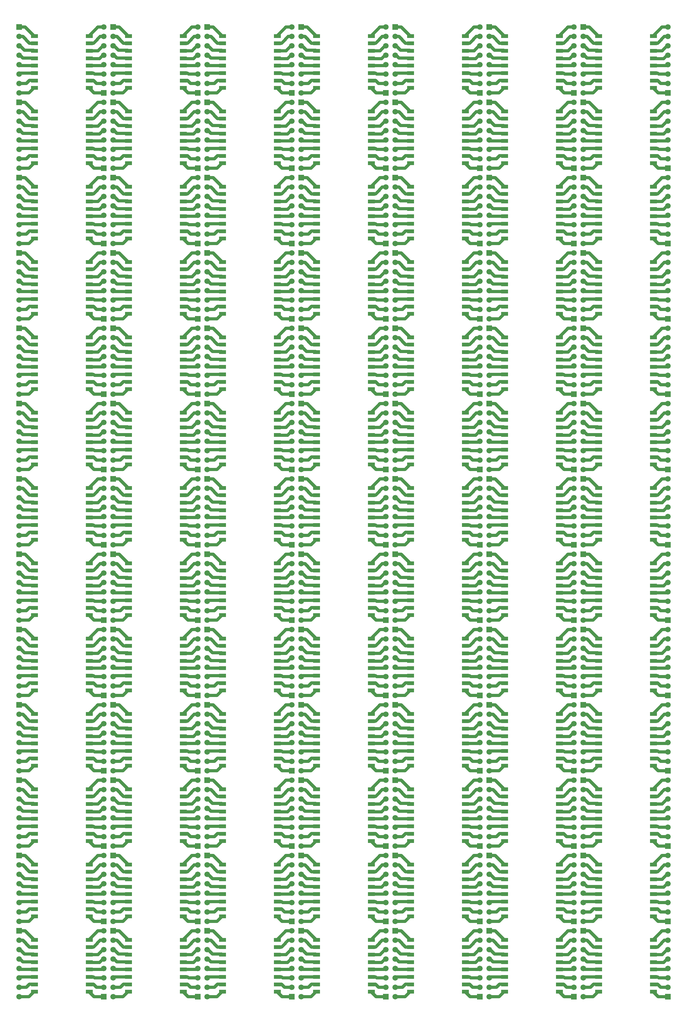
<source format=gtl>
G04 Layer_Physical_Order=1*
G04 Layer_Color=255*
%FSLAX25Y25*%
%MOIN*%
G70*
G01*
G75*
%ADD10R,0.07700X0.04200*%
%ADD11C,0.03200*%
%ADD12C,0.05906*%
%ADD13R,0.05906X0.05906*%
D10*
X21300Y10400D02*
D03*
Y18300D02*
D03*
Y26100D02*
D03*
Y34000D02*
D03*
Y41937D02*
D03*
Y49811D02*
D03*
Y57685D02*
D03*
Y65559D02*
D03*
X79634D02*
D03*
Y57685D02*
D03*
Y49811D02*
D03*
Y41937D02*
D03*
Y34000D02*
D03*
Y26100D02*
D03*
Y18300D02*
D03*
Y10400D02*
D03*
X79634Y90400D02*
D03*
Y98300D02*
D03*
Y106100D02*
D03*
Y114000D02*
D03*
Y121937D02*
D03*
Y129811D02*
D03*
Y137685D02*
D03*
Y145559D02*
D03*
X21300D02*
D03*
Y137685D02*
D03*
Y129811D02*
D03*
Y121937D02*
D03*
Y114000D02*
D03*
Y106100D02*
D03*
Y98300D02*
D03*
Y90400D02*
D03*
X79634Y170400D02*
D03*
Y178300D02*
D03*
Y186100D02*
D03*
Y194000D02*
D03*
Y201937D02*
D03*
Y209811D02*
D03*
Y217685D02*
D03*
Y225559D02*
D03*
X21300D02*
D03*
Y217685D02*
D03*
Y209811D02*
D03*
Y201937D02*
D03*
Y194000D02*
D03*
Y186100D02*
D03*
Y178300D02*
D03*
Y170400D02*
D03*
X79634Y250400D02*
D03*
Y258300D02*
D03*
Y266100D02*
D03*
Y274000D02*
D03*
Y281937D02*
D03*
Y289811D02*
D03*
Y297685D02*
D03*
Y305559D02*
D03*
X21300D02*
D03*
Y297685D02*
D03*
Y289811D02*
D03*
Y281937D02*
D03*
Y274000D02*
D03*
Y266100D02*
D03*
Y258300D02*
D03*
Y250400D02*
D03*
X79634Y330400D02*
D03*
Y338300D02*
D03*
Y346100D02*
D03*
Y354000D02*
D03*
Y361937D02*
D03*
Y369811D02*
D03*
Y377685D02*
D03*
Y385559D02*
D03*
X21300D02*
D03*
Y377685D02*
D03*
Y369811D02*
D03*
Y361937D02*
D03*
Y354000D02*
D03*
Y346100D02*
D03*
Y338300D02*
D03*
Y330400D02*
D03*
X79634Y410400D02*
D03*
Y418300D02*
D03*
Y426100D02*
D03*
Y434000D02*
D03*
Y441937D02*
D03*
Y449811D02*
D03*
Y457685D02*
D03*
Y465559D02*
D03*
X21300D02*
D03*
Y457685D02*
D03*
Y449811D02*
D03*
Y441937D02*
D03*
Y434000D02*
D03*
Y426100D02*
D03*
Y418300D02*
D03*
Y410400D02*
D03*
X79634Y490400D02*
D03*
Y498300D02*
D03*
Y506100D02*
D03*
Y514000D02*
D03*
Y521937D02*
D03*
Y529811D02*
D03*
Y537685D02*
D03*
Y545559D02*
D03*
X21300D02*
D03*
Y537685D02*
D03*
Y529811D02*
D03*
Y521937D02*
D03*
Y514000D02*
D03*
Y506100D02*
D03*
Y498300D02*
D03*
Y490400D02*
D03*
X79634Y570400D02*
D03*
Y578300D02*
D03*
Y586100D02*
D03*
Y594000D02*
D03*
Y601937D02*
D03*
Y609811D02*
D03*
Y617685D02*
D03*
Y625559D02*
D03*
X21300D02*
D03*
Y617685D02*
D03*
Y609811D02*
D03*
Y601937D02*
D03*
Y594000D02*
D03*
Y586100D02*
D03*
Y578300D02*
D03*
Y570400D02*
D03*
X79634Y650400D02*
D03*
Y658300D02*
D03*
Y666100D02*
D03*
Y674000D02*
D03*
Y681937D02*
D03*
Y689811D02*
D03*
Y697685D02*
D03*
Y705559D02*
D03*
X21300D02*
D03*
Y697685D02*
D03*
Y689811D02*
D03*
Y681937D02*
D03*
Y674000D02*
D03*
Y666100D02*
D03*
Y658300D02*
D03*
Y650400D02*
D03*
X79634Y730400D02*
D03*
Y738300D02*
D03*
Y746100D02*
D03*
Y754000D02*
D03*
Y761937D02*
D03*
Y769811D02*
D03*
Y777685D02*
D03*
Y785559D02*
D03*
X21300D02*
D03*
Y777685D02*
D03*
Y769811D02*
D03*
Y761937D02*
D03*
Y754000D02*
D03*
Y746100D02*
D03*
Y738300D02*
D03*
Y730400D02*
D03*
X79634Y810400D02*
D03*
Y818300D02*
D03*
Y826100D02*
D03*
Y834000D02*
D03*
Y841937D02*
D03*
Y849811D02*
D03*
Y857685D02*
D03*
Y865559D02*
D03*
X21300D02*
D03*
Y857685D02*
D03*
Y849811D02*
D03*
Y841937D02*
D03*
Y834000D02*
D03*
Y826100D02*
D03*
Y818300D02*
D03*
Y810400D02*
D03*
X79634Y890400D02*
D03*
Y898300D02*
D03*
Y906100D02*
D03*
Y914000D02*
D03*
Y921937D02*
D03*
Y929811D02*
D03*
Y937685D02*
D03*
Y945559D02*
D03*
X21300D02*
D03*
Y937685D02*
D03*
Y929811D02*
D03*
Y921937D02*
D03*
Y914000D02*
D03*
Y906100D02*
D03*
Y898300D02*
D03*
Y890400D02*
D03*
X79634Y970400D02*
D03*
Y978300D02*
D03*
Y986100D02*
D03*
Y994000D02*
D03*
Y1001937D02*
D03*
Y1009811D02*
D03*
Y1017685D02*
D03*
Y1025559D02*
D03*
X21300D02*
D03*
Y1017685D02*
D03*
Y1009811D02*
D03*
Y1001937D02*
D03*
Y994000D02*
D03*
Y986100D02*
D03*
Y978300D02*
D03*
Y970400D02*
D03*
X179634Y10400D02*
D03*
Y18300D02*
D03*
Y26100D02*
D03*
Y34000D02*
D03*
Y41937D02*
D03*
Y49811D02*
D03*
Y57685D02*
D03*
Y65559D02*
D03*
X121300D02*
D03*
Y57685D02*
D03*
Y49811D02*
D03*
Y41937D02*
D03*
Y34000D02*
D03*
Y26100D02*
D03*
Y18300D02*
D03*
Y10400D02*
D03*
X121300Y90400D02*
D03*
Y98300D02*
D03*
Y106100D02*
D03*
Y114000D02*
D03*
Y121937D02*
D03*
Y129811D02*
D03*
Y137685D02*
D03*
Y145559D02*
D03*
X179634D02*
D03*
Y137685D02*
D03*
Y129811D02*
D03*
Y121937D02*
D03*
Y114000D02*
D03*
Y106100D02*
D03*
Y98300D02*
D03*
Y90400D02*
D03*
X121300Y170400D02*
D03*
Y178300D02*
D03*
Y186100D02*
D03*
Y194000D02*
D03*
Y201937D02*
D03*
Y209811D02*
D03*
Y217685D02*
D03*
Y225559D02*
D03*
X179634D02*
D03*
Y217685D02*
D03*
Y209811D02*
D03*
Y201937D02*
D03*
Y194000D02*
D03*
Y186100D02*
D03*
Y178300D02*
D03*
Y170400D02*
D03*
X121300Y250400D02*
D03*
Y258300D02*
D03*
Y266100D02*
D03*
Y274000D02*
D03*
Y281937D02*
D03*
Y289811D02*
D03*
Y297685D02*
D03*
Y305559D02*
D03*
X179634D02*
D03*
Y297685D02*
D03*
Y289811D02*
D03*
Y281937D02*
D03*
Y274000D02*
D03*
Y266100D02*
D03*
Y258300D02*
D03*
Y250400D02*
D03*
X121300Y330400D02*
D03*
Y338300D02*
D03*
Y346100D02*
D03*
Y354000D02*
D03*
Y361937D02*
D03*
Y369811D02*
D03*
Y377685D02*
D03*
Y385559D02*
D03*
X179634D02*
D03*
Y377685D02*
D03*
Y369811D02*
D03*
Y361937D02*
D03*
Y354000D02*
D03*
Y346100D02*
D03*
Y338300D02*
D03*
Y330400D02*
D03*
X121300Y410400D02*
D03*
Y418300D02*
D03*
Y426100D02*
D03*
Y434000D02*
D03*
Y441937D02*
D03*
Y449811D02*
D03*
Y457685D02*
D03*
Y465559D02*
D03*
X179634D02*
D03*
Y457685D02*
D03*
Y449811D02*
D03*
Y441937D02*
D03*
Y434000D02*
D03*
Y426100D02*
D03*
Y418300D02*
D03*
Y410400D02*
D03*
X121300Y490400D02*
D03*
Y498300D02*
D03*
Y506100D02*
D03*
Y514000D02*
D03*
Y521937D02*
D03*
Y529811D02*
D03*
Y537685D02*
D03*
Y545559D02*
D03*
X179634D02*
D03*
Y537685D02*
D03*
Y529811D02*
D03*
Y521937D02*
D03*
Y514000D02*
D03*
Y506100D02*
D03*
Y498300D02*
D03*
Y490400D02*
D03*
X121300Y570400D02*
D03*
Y578300D02*
D03*
Y586100D02*
D03*
Y594000D02*
D03*
Y601937D02*
D03*
Y609811D02*
D03*
Y617685D02*
D03*
Y625559D02*
D03*
X179634D02*
D03*
Y617685D02*
D03*
Y609811D02*
D03*
Y601937D02*
D03*
Y594000D02*
D03*
Y586100D02*
D03*
Y578300D02*
D03*
Y570400D02*
D03*
X121300Y650400D02*
D03*
Y658300D02*
D03*
Y666100D02*
D03*
Y674000D02*
D03*
Y681937D02*
D03*
Y689811D02*
D03*
Y697685D02*
D03*
Y705559D02*
D03*
X179634D02*
D03*
Y697685D02*
D03*
Y689811D02*
D03*
Y681937D02*
D03*
Y674000D02*
D03*
Y666100D02*
D03*
Y658300D02*
D03*
Y650400D02*
D03*
X121300Y730400D02*
D03*
Y738300D02*
D03*
Y746100D02*
D03*
Y754000D02*
D03*
Y761937D02*
D03*
Y769811D02*
D03*
Y777685D02*
D03*
Y785559D02*
D03*
X179634D02*
D03*
Y777685D02*
D03*
Y769811D02*
D03*
Y761937D02*
D03*
Y754000D02*
D03*
Y746100D02*
D03*
Y738300D02*
D03*
Y730400D02*
D03*
X121300Y810400D02*
D03*
Y818300D02*
D03*
Y826100D02*
D03*
Y834000D02*
D03*
Y841937D02*
D03*
Y849811D02*
D03*
Y857685D02*
D03*
Y865559D02*
D03*
X179634D02*
D03*
Y857685D02*
D03*
Y849811D02*
D03*
Y841937D02*
D03*
Y834000D02*
D03*
Y826100D02*
D03*
Y818300D02*
D03*
Y810400D02*
D03*
X121300Y890400D02*
D03*
Y898300D02*
D03*
Y906100D02*
D03*
Y914000D02*
D03*
Y921937D02*
D03*
Y929811D02*
D03*
Y937685D02*
D03*
Y945559D02*
D03*
X179634D02*
D03*
Y937685D02*
D03*
Y929811D02*
D03*
Y921937D02*
D03*
Y914000D02*
D03*
Y906100D02*
D03*
Y898300D02*
D03*
Y890400D02*
D03*
X121300Y970400D02*
D03*
Y978300D02*
D03*
Y986100D02*
D03*
Y994000D02*
D03*
Y1001937D02*
D03*
Y1009811D02*
D03*
Y1017685D02*
D03*
Y1025559D02*
D03*
X179634D02*
D03*
Y1017685D02*
D03*
Y1009811D02*
D03*
Y1001937D02*
D03*
Y994000D02*
D03*
Y986100D02*
D03*
Y978300D02*
D03*
Y970400D02*
D03*
X279634Y10400D02*
D03*
Y18300D02*
D03*
Y26100D02*
D03*
Y34000D02*
D03*
Y41937D02*
D03*
Y49811D02*
D03*
Y57685D02*
D03*
Y65559D02*
D03*
X221300D02*
D03*
Y57685D02*
D03*
Y49811D02*
D03*
Y41937D02*
D03*
Y34000D02*
D03*
Y26100D02*
D03*
Y18300D02*
D03*
Y10400D02*
D03*
X221300Y90400D02*
D03*
Y98300D02*
D03*
Y106100D02*
D03*
Y114000D02*
D03*
Y121937D02*
D03*
Y129811D02*
D03*
Y137685D02*
D03*
Y145559D02*
D03*
X279634D02*
D03*
Y137685D02*
D03*
Y129811D02*
D03*
Y121937D02*
D03*
Y114000D02*
D03*
Y106100D02*
D03*
Y98300D02*
D03*
Y90400D02*
D03*
X221300Y170400D02*
D03*
Y178300D02*
D03*
Y186100D02*
D03*
Y194000D02*
D03*
Y201937D02*
D03*
Y209811D02*
D03*
Y217685D02*
D03*
Y225559D02*
D03*
X279634D02*
D03*
Y217685D02*
D03*
Y209811D02*
D03*
Y201937D02*
D03*
Y194000D02*
D03*
Y186100D02*
D03*
Y178300D02*
D03*
Y170400D02*
D03*
X221300Y250400D02*
D03*
Y258300D02*
D03*
Y266100D02*
D03*
Y274000D02*
D03*
Y281937D02*
D03*
Y289811D02*
D03*
Y297685D02*
D03*
Y305559D02*
D03*
X279634D02*
D03*
Y297685D02*
D03*
Y289811D02*
D03*
Y281937D02*
D03*
Y274000D02*
D03*
Y266100D02*
D03*
Y258300D02*
D03*
Y250400D02*
D03*
X221300Y330400D02*
D03*
Y338300D02*
D03*
Y346100D02*
D03*
Y354000D02*
D03*
Y361937D02*
D03*
Y369811D02*
D03*
Y377685D02*
D03*
Y385559D02*
D03*
X279634D02*
D03*
Y377685D02*
D03*
Y369811D02*
D03*
Y361937D02*
D03*
Y354000D02*
D03*
Y346100D02*
D03*
Y338300D02*
D03*
Y330400D02*
D03*
X221300Y410400D02*
D03*
Y418300D02*
D03*
Y426100D02*
D03*
Y434000D02*
D03*
Y441937D02*
D03*
Y449811D02*
D03*
Y457685D02*
D03*
Y465559D02*
D03*
X279634D02*
D03*
Y457685D02*
D03*
Y449811D02*
D03*
Y441937D02*
D03*
Y434000D02*
D03*
Y426100D02*
D03*
Y418300D02*
D03*
Y410400D02*
D03*
X221300Y490400D02*
D03*
Y498300D02*
D03*
Y506100D02*
D03*
Y514000D02*
D03*
Y521937D02*
D03*
Y529811D02*
D03*
Y537685D02*
D03*
Y545559D02*
D03*
X279634D02*
D03*
Y537685D02*
D03*
Y529811D02*
D03*
Y521937D02*
D03*
Y514000D02*
D03*
Y506100D02*
D03*
Y498300D02*
D03*
Y490400D02*
D03*
X221300Y570400D02*
D03*
Y578300D02*
D03*
Y586100D02*
D03*
Y594000D02*
D03*
Y601937D02*
D03*
Y609811D02*
D03*
Y617685D02*
D03*
Y625559D02*
D03*
X279634D02*
D03*
Y617685D02*
D03*
Y609811D02*
D03*
Y601937D02*
D03*
Y594000D02*
D03*
Y586100D02*
D03*
Y578300D02*
D03*
Y570400D02*
D03*
X221300Y650400D02*
D03*
Y658300D02*
D03*
Y666100D02*
D03*
Y674000D02*
D03*
Y681937D02*
D03*
Y689811D02*
D03*
Y697685D02*
D03*
Y705559D02*
D03*
X279634D02*
D03*
Y697685D02*
D03*
Y689811D02*
D03*
Y681937D02*
D03*
Y674000D02*
D03*
Y666100D02*
D03*
Y658300D02*
D03*
Y650400D02*
D03*
X221300Y730400D02*
D03*
Y738300D02*
D03*
Y746100D02*
D03*
Y754000D02*
D03*
Y761937D02*
D03*
Y769811D02*
D03*
Y777685D02*
D03*
Y785559D02*
D03*
X279634D02*
D03*
Y777685D02*
D03*
Y769811D02*
D03*
Y761937D02*
D03*
Y754000D02*
D03*
Y746100D02*
D03*
Y738300D02*
D03*
Y730400D02*
D03*
X221300Y810400D02*
D03*
Y818300D02*
D03*
Y826100D02*
D03*
Y834000D02*
D03*
Y841937D02*
D03*
Y849811D02*
D03*
Y857685D02*
D03*
Y865559D02*
D03*
X279634D02*
D03*
Y857685D02*
D03*
Y849811D02*
D03*
Y841937D02*
D03*
Y834000D02*
D03*
Y826100D02*
D03*
Y818300D02*
D03*
Y810400D02*
D03*
X221300Y890400D02*
D03*
Y898300D02*
D03*
Y906100D02*
D03*
Y914000D02*
D03*
Y921937D02*
D03*
Y929811D02*
D03*
Y937685D02*
D03*
Y945559D02*
D03*
X279634D02*
D03*
Y937685D02*
D03*
Y929811D02*
D03*
Y921937D02*
D03*
Y914000D02*
D03*
Y906100D02*
D03*
Y898300D02*
D03*
Y890400D02*
D03*
X221300Y970400D02*
D03*
Y978300D02*
D03*
Y986100D02*
D03*
Y994000D02*
D03*
Y1001937D02*
D03*
Y1009811D02*
D03*
Y1017685D02*
D03*
Y1025559D02*
D03*
X279634D02*
D03*
Y1017685D02*
D03*
Y1009811D02*
D03*
Y1001937D02*
D03*
Y994000D02*
D03*
Y986100D02*
D03*
Y978300D02*
D03*
Y970400D02*
D03*
X321300Y10400D02*
D03*
Y18300D02*
D03*
Y26100D02*
D03*
Y34000D02*
D03*
Y41937D02*
D03*
Y49811D02*
D03*
Y57685D02*
D03*
Y65559D02*
D03*
X379634D02*
D03*
Y57685D02*
D03*
Y49811D02*
D03*
Y41937D02*
D03*
Y34000D02*
D03*
Y26100D02*
D03*
Y18300D02*
D03*
Y10400D02*
D03*
X379634Y90400D02*
D03*
Y98300D02*
D03*
Y106100D02*
D03*
Y114000D02*
D03*
Y121937D02*
D03*
Y129811D02*
D03*
Y137685D02*
D03*
Y145559D02*
D03*
X321300D02*
D03*
Y137685D02*
D03*
Y129811D02*
D03*
Y121937D02*
D03*
Y114000D02*
D03*
Y106100D02*
D03*
Y98300D02*
D03*
Y90400D02*
D03*
X379634Y170400D02*
D03*
Y178300D02*
D03*
Y186100D02*
D03*
Y194000D02*
D03*
Y201937D02*
D03*
Y209811D02*
D03*
Y217685D02*
D03*
Y225559D02*
D03*
X321300D02*
D03*
Y217685D02*
D03*
Y209811D02*
D03*
Y201937D02*
D03*
Y194000D02*
D03*
Y186100D02*
D03*
Y178300D02*
D03*
Y170400D02*
D03*
X379634Y250400D02*
D03*
Y258300D02*
D03*
Y266100D02*
D03*
Y274000D02*
D03*
Y281937D02*
D03*
Y289811D02*
D03*
Y297685D02*
D03*
Y305559D02*
D03*
X321300D02*
D03*
Y297685D02*
D03*
Y289811D02*
D03*
Y281937D02*
D03*
Y274000D02*
D03*
Y266100D02*
D03*
Y258300D02*
D03*
Y250400D02*
D03*
X379634Y330400D02*
D03*
Y338300D02*
D03*
Y346100D02*
D03*
Y354000D02*
D03*
Y361937D02*
D03*
Y369811D02*
D03*
Y377685D02*
D03*
Y385559D02*
D03*
X321300D02*
D03*
Y377685D02*
D03*
Y369811D02*
D03*
Y361937D02*
D03*
Y354000D02*
D03*
Y346100D02*
D03*
Y338300D02*
D03*
Y330400D02*
D03*
X379634Y410400D02*
D03*
Y418300D02*
D03*
Y426100D02*
D03*
Y434000D02*
D03*
Y441937D02*
D03*
Y449811D02*
D03*
Y457685D02*
D03*
Y465559D02*
D03*
X321300D02*
D03*
Y457685D02*
D03*
Y449811D02*
D03*
Y441937D02*
D03*
Y434000D02*
D03*
Y426100D02*
D03*
Y418300D02*
D03*
Y410400D02*
D03*
X379634Y490400D02*
D03*
Y498300D02*
D03*
Y506100D02*
D03*
Y514000D02*
D03*
Y521937D02*
D03*
Y529811D02*
D03*
Y537685D02*
D03*
Y545559D02*
D03*
X321300D02*
D03*
Y537685D02*
D03*
Y529811D02*
D03*
Y521937D02*
D03*
Y514000D02*
D03*
Y506100D02*
D03*
Y498300D02*
D03*
Y490400D02*
D03*
X379634Y570400D02*
D03*
Y578300D02*
D03*
Y586100D02*
D03*
Y594000D02*
D03*
Y601937D02*
D03*
Y609811D02*
D03*
Y617685D02*
D03*
Y625559D02*
D03*
X321300D02*
D03*
Y617685D02*
D03*
Y609811D02*
D03*
Y601937D02*
D03*
Y594000D02*
D03*
Y586100D02*
D03*
Y578300D02*
D03*
Y570400D02*
D03*
X379634Y650400D02*
D03*
Y658300D02*
D03*
Y666100D02*
D03*
Y674000D02*
D03*
Y681937D02*
D03*
Y689811D02*
D03*
Y697685D02*
D03*
Y705559D02*
D03*
X321300D02*
D03*
Y697685D02*
D03*
Y689811D02*
D03*
Y681937D02*
D03*
Y674000D02*
D03*
Y666100D02*
D03*
Y658300D02*
D03*
Y650400D02*
D03*
X379634Y730400D02*
D03*
Y738300D02*
D03*
Y746100D02*
D03*
Y754000D02*
D03*
Y761937D02*
D03*
Y769811D02*
D03*
Y777685D02*
D03*
Y785559D02*
D03*
X321300D02*
D03*
Y777685D02*
D03*
Y769811D02*
D03*
Y761937D02*
D03*
Y754000D02*
D03*
Y746100D02*
D03*
Y738300D02*
D03*
Y730400D02*
D03*
X379634Y810400D02*
D03*
Y818300D02*
D03*
Y826100D02*
D03*
Y834000D02*
D03*
Y841937D02*
D03*
Y849811D02*
D03*
Y857685D02*
D03*
Y865559D02*
D03*
X321300D02*
D03*
Y857685D02*
D03*
Y849811D02*
D03*
Y841937D02*
D03*
Y834000D02*
D03*
Y826100D02*
D03*
Y818300D02*
D03*
Y810400D02*
D03*
X379634Y890400D02*
D03*
Y898300D02*
D03*
Y906100D02*
D03*
Y914000D02*
D03*
Y921937D02*
D03*
Y929811D02*
D03*
Y937685D02*
D03*
Y945559D02*
D03*
X321300D02*
D03*
Y937685D02*
D03*
Y929811D02*
D03*
Y921937D02*
D03*
Y914000D02*
D03*
Y906100D02*
D03*
Y898300D02*
D03*
Y890400D02*
D03*
X379634Y970400D02*
D03*
Y978300D02*
D03*
Y986100D02*
D03*
Y994000D02*
D03*
Y1001937D02*
D03*
Y1009811D02*
D03*
Y1017685D02*
D03*
Y1025559D02*
D03*
X321300D02*
D03*
Y1017685D02*
D03*
Y1009811D02*
D03*
Y1001937D02*
D03*
Y994000D02*
D03*
Y986100D02*
D03*
Y978300D02*
D03*
Y970400D02*
D03*
X479634Y10400D02*
D03*
Y18300D02*
D03*
Y26100D02*
D03*
Y34000D02*
D03*
Y41937D02*
D03*
Y49811D02*
D03*
Y57685D02*
D03*
Y65559D02*
D03*
X421300D02*
D03*
Y57685D02*
D03*
Y49811D02*
D03*
Y41937D02*
D03*
Y34000D02*
D03*
Y26100D02*
D03*
Y18300D02*
D03*
Y10400D02*
D03*
X421300Y90400D02*
D03*
Y98300D02*
D03*
Y106100D02*
D03*
Y114000D02*
D03*
Y121937D02*
D03*
Y129811D02*
D03*
Y137685D02*
D03*
Y145559D02*
D03*
X479634D02*
D03*
Y137685D02*
D03*
Y129811D02*
D03*
Y121937D02*
D03*
Y114000D02*
D03*
Y106100D02*
D03*
Y98300D02*
D03*
Y90400D02*
D03*
X421300Y170400D02*
D03*
Y178300D02*
D03*
Y186100D02*
D03*
Y194000D02*
D03*
Y201937D02*
D03*
Y209811D02*
D03*
Y217685D02*
D03*
Y225559D02*
D03*
X479634D02*
D03*
Y217685D02*
D03*
Y209811D02*
D03*
Y201937D02*
D03*
Y194000D02*
D03*
Y186100D02*
D03*
Y178300D02*
D03*
Y170400D02*
D03*
X421300Y250400D02*
D03*
Y258300D02*
D03*
Y266100D02*
D03*
Y274000D02*
D03*
Y281937D02*
D03*
Y289811D02*
D03*
Y297685D02*
D03*
Y305559D02*
D03*
X479634D02*
D03*
Y297685D02*
D03*
Y289811D02*
D03*
Y281937D02*
D03*
Y274000D02*
D03*
Y266100D02*
D03*
Y258300D02*
D03*
Y250400D02*
D03*
X421300Y330400D02*
D03*
Y338300D02*
D03*
Y346100D02*
D03*
Y354000D02*
D03*
Y361937D02*
D03*
Y369811D02*
D03*
Y377685D02*
D03*
Y385559D02*
D03*
X479634D02*
D03*
Y377685D02*
D03*
Y369811D02*
D03*
Y361937D02*
D03*
Y354000D02*
D03*
Y346100D02*
D03*
Y338300D02*
D03*
Y330400D02*
D03*
X421300Y410400D02*
D03*
Y418300D02*
D03*
Y426100D02*
D03*
Y434000D02*
D03*
Y441937D02*
D03*
Y449811D02*
D03*
Y457685D02*
D03*
Y465559D02*
D03*
X479634D02*
D03*
Y457685D02*
D03*
Y449811D02*
D03*
Y441937D02*
D03*
Y434000D02*
D03*
Y426100D02*
D03*
Y418300D02*
D03*
Y410400D02*
D03*
X421300Y490400D02*
D03*
Y498300D02*
D03*
Y506100D02*
D03*
Y514000D02*
D03*
Y521937D02*
D03*
Y529811D02*
D03*
Y537685D02*
D03*
Y545559D02*
D03*
X479634D02*
D03*
Y537685D02*
D03*
Y529811D02*
D03*
Y521937D02*
D03*
Y514000D02*
D03*
Y506100D02*
D03*
Y498300D02*
D03*
Y490400D02*
D03*
X421300Y570400D02*
D03*
Y578300D02*
D03*
Y586100D02*
D03*
Y594000D02*
D03*
Y601937D02*
D03*
Y609811D02*
D03*
Y617685D02*
D03*
Y625559D02*
D03*
X479634D02*
D03*
Y617685D02*
D03*
Y609811D02*
D03*
Y601937D02*
D03*
Y594000D02*
D03*
Y586100D02*
D03*
Y578300D02*
D03*
Y570400D02*
D03*
X421300Y650400D02*
D03*
Y658300D02*
D03*
Y666100D02*
D03*
Y674000D02*
D03*
Y681937D02*
D03*
Y689811D02*
D03*
Y697685D02*
D03*
Y705559D02*
D03*
X479634D02*
D03*
Y697685D02*
D03*
Y689811D02*
D03*
Y681937D02*
D03*
Y674000D02*
D03*
Y666100D02*
D03*
Y658300D02*
D03*
Y650400D02*
D03*
X421300Y730400D02*
D03*
Y738300D02*
D03*
Y746100D02*
D03*
Y754000D02*
D03*
Y761937D02*
D03*
Y769811D02*
D03*
Y777685D02*
D03*
Y785559D02*
D03*
X479634D02*
D03*
Y777685D02*
D03*
Y769811D02*
D03*
Y761937D02*
D03*
Y754000D02*
D03*
Y746100D02*
D03*
Y738300D02*
D03*
Y730400D02*
D03*
X421300Y810400D02*
D03*
Y818300D02*
D03*
Y826100D02*
D03*
Y834000D02*
D03*
Y841937D02*
D03*
Y849811D02*
D03*
Y857685D02*
D03*
Y865559D02*
D03*
X479634D02*
D03*
Y857685D02*
D03*
Y849811D02*
D03*
Y841937D02*
D03*
Y834000D02*
D03*
Y826100D02*
D03*
Y818300D02*
D03*
Y810400D02*
D03*
X421300Y890400D02*
D03*
Y898300D02*
D03*
Y906100D02*
D03*
Y914000D02*
D03*
Y921937D02*
D03*
Y929811D02*
D03*
Y937685D02*
D03*
Y945559D02*
D03*
X479634D02*
D03*
Y937685D02*
D03*
Y929811D02*
D03*
Y921937D02*
D03*
Y914000D02*
D03*
Y906100D02*
D03*
Y898300D02*
D03*
Y890400D02*
D03*
X421300Y970400D02*
D03*
Y978300D02*
D03*
Y986100D02*
D03*
Y994000D02*
D03*
Y1001937D02*
D03*
Y1009811D02*
D03*
Y1017685D02*
D03*
Y1025559D02*
D03*
X479634D02*
D03*
Y1017685D02*
D03*
Y1009811D02*
D03*
Y1001937D02*
D03*
Y994000D02*
D03*
Y986100D02*
D03*
Y978300D02*
D03*
Y970400D02*
D03*
X521300Y10400D02*
D03*
Y18300D02*
D03*
Y26100D02*
D03*
Y34000D02*
D03*
Y41937D02*
D03*
Y49811D02*
D03*
Y57685D02*
D03*
Y65559D02*
D03*
X579634D02*
D03*
Y57685D02*
D03*
Y49811D02*
D03*
Y41937D02*
D03*
Y34000D02*
D03*
Y26100D02*
D03*
Y18300D02*
D03*
Y10400D02*
D03*
X579634Y90400D02*
D03*
Y98300D02*
D03*
Y106100D02*
D03*
Y114000D02*
D03*
Y121937D02*
D03*
Y129811D02*
D03*
Y137685D02*
D03*
Y145559D02*
D03*
X521300D02*
D03*
Y137685D02*
D03*
Y129811D02*
D03*
Y121937D02*
D03*
Y114000D02*
D03*
Y106100D02*
D03*
Y98300D02*
D03*
Y90400D02*
D03*
X579634Y170400D02*
D03*
Y178300D02*
D03*
Y186100D02*
D03*
Y194000D02*
D03*
Y201937D02*
D03*
Y209811D02*
D03*
Y217685D02*
D03*
Y225559D02*
D03*
X521300D02*
D03*
Y217685D02*
D03*
Y209811D02*
D03*
Y201937D02*
D03*
Y194000D02*
D03*
Y186100D02*
D03*
Y178300D02*
D03*
Y170400D02*
D03*
X579634Y250400D02*
D03*
Y258300D02*
D03*
Y266100D02*
D03*
Y274000D02*
D03*
Y281937D02*
D03*
Y289811D02*
D03*
Y297685D02*
D03*
Y305559D02*
D03*
X521300D02*
D03*
Y297685D02*
D03*
Y289811D02*
D03*
Y281937D02*
D03*
Y274000D02*
D03*
Y266100D02*
D03*
Y258300D02*
D03*
Y250400D02*
D03*
X579634Y330400D02*
D03*
Y338300D02*
D03*
Y346100D02*
D03*
Y354000D02*
D03*
Y361937D02*
D03*
Y369811D02*
D03*
Y377685D02*
D03*
Y385559D02*
D03*
X521300D02*
D03*
Y377685D02*
D03*
Y369811D02*
D03*
Y361937D02*
D03*
Y354000D02*
D03*
Y346100D02*
D03*
Y338300D02*
D03*
Y330400D02*
D03*
X579634Y410400D02*
D03*
Y418300D02*
D03*
Y426100D02*
D03*
Y434000D02*
D03*
Y441937D02*
D03*
Y449811D02*
D03*
Y457685D02*
D03*
Y465559D02*
D03*
X521300D02*
D03*
Y457685D02*
D03*
Y449811D02*
D03*
Y441937D02*
D03*
Y434000D02*
D03*
Y426100D02*
D03*
Y418300D02*
D03*
Y410400D02*
D03*
X579634Y490400D02*
D03*
Y498300D02*
D03*
Y506100D02*
D03*
Y514000D02*
D03*
Y521937D02*
D03*
Y529811D02*
D03*
Y537685D02*
D03*
Y545559D02*
D03*
X521300D02*
D03*
Y537685D02*
D03*
Y529811D02*
D03*
Y521937D02*
D03*
Y514000D02*
D03*
Y506100D02*
D03*
Y498300D02*
D03*
Y490400D02*
D03*
X579634Y570400D02*
D03*
Y578300D02*
D03*
Y586100D02*
D03*
Y594000D02*
D03*
Y601937D02*
D03*
Y609811D02*
D03*
Y617685D02*
D03*
Y625559D02*
D03*
X521300D02*
D03*
Y617685D02*
D03*
Y609811D02*
D03*
Y601937D02*
D03*
Y594000D02*
D03*
Y586100D02*
D03*
Y578300D02*
D03*
Y570400D02*
D03*
X579634Y650400D02*
D03*
Y658300D02*
D03*
Y666100D02*
D03*
Y674000D02*
D03*
Y681937D02*
D03*
Y689811D02*
D03*
Y697685D02*
D03*
Y705559D02*
D03*
X521300D02*
D03*
Y697685D02*
D03*
Y689811D02*
D03*
Y681937D02*
D03*
Y674000D02*
D03*
Y666100D02*
D03*
Y658300D02*
D03*
Y650400D02*
D03*
X579634Y730400D02*
D03*
Y738300D02*
D03*
Y746100D02*
D03*
Y754000D02*
D03*
Y761937D02*
D03*
Y769811D02*
D03*
Y777685D02*
D03*
Y785559D02*
D03*
X521300D02*
D03*
Y777685D02*
D03*
Y769811D02*
D03*
Y761937D02*
D03*
Y754000D02*
D03*
Y746100D02*
D03*
Y738300D02*
D03*
Y730400D02*
D03*
X579634Y810400D02*
D03*
Y818300D02*
D03*
Y826100D02*
D03*
Y834000D02*
D03*
Y841937D02*
D03*
Y849811D02*
D03*
Y857685D02*
D03*
Y865559D02*
D03*
X521300D02*
D03*
Y857685D02*
D03*
Y849811D02*
D03*
Y841937D02*
D03*
Y834000D02*
D03*
Y826100D02*
D03*
Y818300D02*
D03*
Y810400D02*
D03*
X579634Y890400D02*
D03*
Y898300D02*
D03*
Y906100D02*
D03*
Y914000D02*
D03*
Y921937D02*
D03*
Y929811D02*
D03*
Y937685D02*
D03*
Y945559D02*
D03*
X521300D02*
D03*
Y937685D02*
D03*
Y929811D02*
D03*
Y921937D02*
D03*
Y914000D02*
D03*
Y906100D02*
D03*
Y898300D02*
D03*
Y890400D02*
D03*
X579634Y970400D02*
D03*
Y978300D02*
D03*
Y986100D02*
D03*
Y994000D02*
D03*
Y1001937D02*
D03*
Y1009811D02*
D03*
Y1017685D02*
D03*
Y1025559D02*
D03*
X521300D02*
D03*
Y1017685D02*
D03*
Y1009811D02*
D03*
Y1001937D02*
D03*
Y994000D02*
D03*
Y986100D02*
D03*
Y978300D02*
D03*
Y970400D02*
D03*
X679634Y10400D02*
D03*
Y18300D02*
D03*
Y26100D02*
D03*
Y34000D02*
D03*
Y41937D02*
D03*
Y49811D02*
D03*
Y57685D02*
D03*
Y65559D02*
D03*
X621300D02*
D03*
Y57685D02*
D03*
Y49811D02*
D03*
Y41937D02*
D03*
Y34000D02*
D03*
Y26100D02*
D03*
Y18300D02*
D03*
Y10400D02*
D03*
X621300Y90400D02*
D03*
Y98300D02*
D03*
Y106100D02*
D03*
Y114000D02*
D03*
Y121937D02*
D03*
Y129811D02*
D03*
Y137685D02*
D03*
Y145559D02*
D03*
X679634D02*
D03*
Y137685D02*
D03*
Y129811D02*
D03*
Y121937D02*
D03*
Y114000D02*
D03*
Y106100D02*
D03*
Y98300D02*
D03*
Y90400D02*
D03*
X621300Y170400D02*
D03*
Y178300D02*
D03*
Y186100D02*
D03*
Y194000D02*
D03*
Y201937D02*
D03*
Y209811D02*
D03*
Y217685D02*
D03*
Y225559D02*
D03*
X679634D02*
D03*
Y217685D02*
D03*
Y209811D02*
D03*
Y201937D02*
D03*
Y194000D02*
D03*
Y186100D02*
D03*
Y178300D02*
D03*
Y170400D02*
D03*
X621300Y250400D02*
D03*
Y258300D02*
D03*
Y266100D02*
D03*
Y274000D02*
D03*
Y281937D02*
D03*
Y289811D02*
D03*
Y297685D02*
D03*
Y305559D02*
D03*
X679634D02*
D03*
Y297685D02*
D03*
Y289811D02*
D03*
Y281937D02*
D03*
Y274000D02*
D03*
Y266100D02*
D03*
Y258300D02*
D03*
Y250400D02*
D03*
X621300Y330400D02*
D03*
Y338300D02*
D03*
Y346100D02*
D03*
Y354000D02*
D03*
Y361937D02*
D03*
Y369811D02*
D03*
Y377685D02*
D03*
Y385559D02*
D03*
X679634D02*
D03*
Y377685D02*
D03*
Y369811D02*
D03*
Y361937D02*
D03*
Y354000D02*
D03*
Y346100D02*
D03*
Y338300D02*
D03*
Y330400D02*
D03*
X621300Y410400D02*
D03*
Y418300D02*
D03*
Y426100D02*
D03*
Y434000D02*
D03*
Y441937D02*
D03*
Y449811D02*
D03*
Y457685D02*
D03*
Y465559D02*
D03*
X679634D02*
D03*
Y457685D02*
D03*
Y449811D02*
D03*
Y441937D02*
D03*
Y434000D02*
D03*
Y426100D02*
D03*
Y418300D02*
D03*
Y410400D02*
D03*
X621300Y490400D02*
D03*
Y498300D02*
D03*
Y506100D02*
D03*
Y514000D02*
D03*
Y521937D02*
D03*
Y529811D02*
D03*
Y537685D02*
D03*
Y545559D02*
D03*
X679634D02*
D03*
Y537685D02*
D03*
Y529811D02*
D03*
Y521937D02*
D03*
Y514000D02*
D03*
Y506100D02*
D03*
Y498300D02*
D03*
Y490400D02*
D03*
X621300Y570400D02*
D03*
Y578300D02*
D03*
Y586100D02*
D03*
Y594000D02*
D03*
Y601937D02*
D03*
Y609811D02*
D03*
Y617685D02*
D03*
Y625559D02*
D03*
X679634D02*
D03*
Y617685D02*
D03*
Y609811D02*
D03*
Y601937D02*
D03*
Y594000D02*
D03*
Y586100D02*
D03*
Y578300D02*
D03*
Y570400D02*
D03*
X621300Y650400D02*
D03*
Y658300D02*
D03*
Y666100D02*
D03*
Y674000D02*
D03*
Y681937D02*
D03*
Y689811D02*
D03*
Y697685D02*
D03*
Y705559D02*
D03*
X679634D02*
D03*
Y697685D02*
D03*
Y689811D02*
D03*
Y681937D02*
D03*
Y674000D02*
D03*
Y666100D02*
D03*
Y658300D02*
D03*
Y650400D02*
D03*
X621300Y730400D02*
D03*
Y738300D02*
D03*
Y746100D02*
D03*
Y754000D02*
D03*
Y761937D02*
D03*
Y769811D02*
D03*
Y777685D02*
D03*
Y785559D02*
D03*
X679634D02*
D03*
Y777685D02*
D03*
Y769811D02*
D03*
Y761937D02*
D03*
Y754000D02*
D03*
Y746100D02*
D03*
Y738300D02*
D03*
Y730400D02*
D03*
X621300Y810400D02*
D03*
Y818300D02*
D03*
Y826100D02*
D03*
Y834000D02*
D03*
Y841937D02*
D03*
Y849811D02*
D03*
Y857685D02*
D03*
Y865559D02*
D03*
X679634D02*
D03*
Y857685D02*
D03*
Y849811D02*
D03*
Y841937D02*
D03*
Y834000D02*
D03*
Y826100D02*
D03*
Y818300D02*
D03*
Y810400D02*
D03*
X621300Y890400D02*
D03*
Y898300D02*
D03*
Y906100D02*
D03*
Y914000D02*
D03*
Y921937D02*
D03*
Y929811D02*
D03*
Y937685D02*
D03*
Y945559D02*
D03*
X679634D02*
D03*
Y937685D02*
D03*
Y929811D02*
D03*
Y921937D02*
D03*
Y914000D02*
D03*
Y906100D02*
D03*
Y898300D02*
D03*
Y890400D02*
D03*
X621300Y970400D02*
D03*
Y978300D02*
D03*
Y986100D02*
D03*
Y994000D02*
D03*
Y1001937D02*
D03*
Y1009811D02*
D03*
Y1017685D02*
D03*
Y1025559D02*
D03*
X679634D02*
D03*
Y1017685D02*
D03*
Y1009811D02*
D03*
Y1001937D02*
D03*
Y994000D02*
D03*
Y986100D02*
D03*
Y978300D02*
D03*
Y970400D02*
D03*
D11*
X85253Y25000D02*
X95000D01*
X84064Y26189D02*
X85253Y25000D01*
X79200Y26189D02*
X84064D01*
Y18315D02*
X87379Y15000D01*
X79200Y18315D02*
X84064D01*
X5964Y45000D02*
X8964Y42000D01*
X5000Y45000D02*
X5964D01*
X10564Y50400D02*
X20366D01*
X5964Y55000D02*
X10564Y50400D01*
X5000Y55000D02*
X5964D01*
X16028Y57700D02*
X20866D01*
X12216Y61512D02*
X16028Y57700D01*
X12216Y61512D02*
Y61784D01*
X9000Y65000D02*
X12216Y61784D01*
X5000Y65000D02*
X9000D01*
X8964Y42000D02*
X20866D01*
X5937Y34063D02*
X20866D01*
X5000Y35000D02*
X5937Y34063D01*
X20366Y50400D02*
X20866Y49900D01*
Y42000D02*
Y42100D01*
X91000Y65000D02*
X95000D01*
X87850Y61850D02*
X91000Y65000D01*
X87850Y61512D02*
Y61850D01*
X84038Y57700D02*
X87850Y61512D01*
X79200Y57700D02*
X84038D01*
X16002Y18315D02*
X20866D01*
X12687Y15000D02*
X16002Y18315D01*
X5000Y15000D02*
X12687D01*
X5000Y75000D02*
X11466D01*
X20866Y65600D01*
X6189Y26189D02*
X20866D01*
X5000Y25000D02*
X6189Y26189D01*
X15425Y5000D02*
X20866Y10441D01*
X5000Y5000D02*
X15425D01*
X79200Y65600D02*
X88600Y75000D01*
X95000D01*
X79200Y34063D02*
X94063D01*
X95000Y35000D01*
X94036Y45000D02*
X95000D01*
X90518Y41482D02*
X94036Y45000D01*
X79718Y41482D02*
X90518D01*
X79200Y42000D02*
X79718Y41482D01*
X94000Y55000D02*
X95000D01*
X79200Y49900D02*
X88900D01*
X94000Y55000D01*
X95000Y25000D02*
Y25215D01*
X87379Y15000D02*
X95000D01*
X79200Y10441D02*
X84641Y5000D01*
X95000D01*
X5000Y105000D02*
X6189Y106189D01*
X5000Y135000D02*
X5964D01*
X20866Y122000D02*
Y122100D01*
X20366Y130400D02*
X20866Y129900D01*
X84064Y106189D02*
X85253Y105000D01*
X5000Y125000D02*
X5964D01*
X5000Y115000D02*
X5937Y114063D01*
X12216Y141512D02*
Y141784D01*
X90518Y121482D02*
X94036Y125000D01*
X5000Y145000D02*
X9000D01*
X16002Y98315D02*
X20866D01*
X16028Y137700D02*
X20866D01*
X84064Y98315D02*
X87379Y95000D01*
X79200Y98315D02*
X84064D01*
X87379Y95000D02*
X95000D01*
X85253Y105000D02*
X95000D01*
X79200Y106189D02*
X84064D01*
X95000Y105000D02*
Y105215D01*
X79200Y114063D02*
X94063D01*
X79718Y121482D02*
X90518D01*
X79200Y122000D02*
X79718Y121482D01*
X79200Y129900D02*
X88900D01*
X79200Y137700D02*
X84038D01*
X94000Y135000D02*
X95000D01*
X91000Y145000D02*
X95000D01*
X87850Y141850D02*
X91000Y145000D01*
X5964Y125000D02*
X8964Y122000D01*
X15425Y85000D02*
X20866Y90441D01*
X79200D02*
X84641Y85000D01*
X95000D01*
X94063Y114063D02*
X95000Y115000D01*
X94036Y125000D02*
X95000D01*
X87850Y141512D02*
Y141850D01*
X84038Y137700D02*
X87850Y141512D01*
X79200Y145600D02*
X88600Y155000D01*
X95000D01*
X88900Y129900D02*
X94000Y135000D01*
X12687Y95000D02*
X16002Y98315D01*
X5000Y95000D02*
X12687D01*
X6189Y106189D02*
X20866D01*
X5937Y114063D02*
X20866D01*
X8964Y122000D02*
X20866D01*
X10564Y130400D02*
X20366D01*
X9000Y145000D02*
X12216Y141784D01*
X5000Y85000D02*
X15425D01*
X12216Y141512D02*
X16028Y137700D01*
X5000Y155000D02*
X11466D01*
X20866Y145600D01*
X5964Y135000D02*
X10564Y130400D01*
X5000Y185000D02*
X6189Y186189D01*
X5000Y215000D02*
X5964D01*
X20866Y202000D02*
Y202100D01*
X20366Y210400D02*
X20866Y209900D01*
X84064Y186189D02*
X85253Y185000D01*
X5000Y205000D02*
X5964D01*
X5000Y195000D02*
X5937Y194063D01*
X12216Y221512D02*
Y221784D01*
X90518Y201482D02*
X94036Y205000D01*
X5000Y225000D02*
X9000D01*
X16002Y178315D02*
X20866D01*
X16028Y217700D02*
X20866D01*
X84064Y178315D02*
X87379Y175000D01*
X79200Y178315D02*
X84064D01*
X87379Y175000D02*
X95000D01*
X85253Y185000D02*
X95000D01*
X79200Y186189D02*
X84064D01*
X95000Y185000D02*
Y185215D01*
X79200Y194063D02*
X94063D01*
X79718Y201482D02*
X90518D01*
X79200Y202000D02*
X79718Y201482D01*
X79200Y209900D02*
X88900D01*
X79200Y217700D02*
X84038D01*
X94000Y215000D02*
X95000D01*
X91000Y225000D02*
X95000D01*
X87850Y221850D02*
X91000Y225000D01*
X5964Y205000D02*
X8964Y202000D01*
X15425Y165000D02*
X20866Y170441D01*
X79200D02*
X84641Y165000D01*
X95000D01*
X94063Y194063D02*
X95000Y195000D01*
X94036Y205000D02*
X95000D01*
X87850Y221512D02*
Y221850D01*
X84038Y217700D02*
X87850Y221512D01*
X79200Y225600D02*
X88600Y235000D01*
X95000D01*
X88900Y209900D02*
X94000Y215000D01*
X12687Y175000D02*
X16002Y178315D01*
X5000Y175000D02*
X12687D01*
X6189Y186189D02*
X20866D01*
X5937Y194063D02*
X20866D01*
X8964Y202000D02*
X20866D01*
X10564Y210400D02*
X20366D01*
X9000Y225000D02*
X12216Y221784D01*
X5000Y165000D02*
X15425D01*
X12216Y221512D02*
X16028Y217700D01*
X5000Y235000D02*
X11466D01*
X20866Y225600D01*
X5964Y215000D02*
X10564Y210400D01*
X5000Y265000D02*
X6189Y266189D01*
X5000Y295000D02*
X5964D01*
X20866Y282000D02*
Y282100D01*
X20366Y290400D02*
X20866Y289900D01*
X84064Y266189D02*
X85253Y265000D01*
X5000Y285000D02*
X5964D01*
X5000Y275000D02*
X5937Y274063D01*
X12216Y301512D02*
Y301784D01*
X90518Y281482D02*
X94036Y285000D01*
X5000Y305000D02*
X9000D01*
X16002Y258315D02*
X20866D01*
X16028Y297700D02*
X20866D01*
X84064Y258315D02*
X87379Y255000D01*
X79200Y258315D02*
X84064D01*
X87379Y255000D02*
X95000D01*
X85253Y265000D02*
X95000D01*
X79200Y266189D02*
X84064D01*
X95000Y265000D02*
Y265215D01*
X79200Y274063D02*
X94063D01*
X79718Y281482D02*
X90518D01*
X79200Y282000D02*
X79718Y281482D01*
X79200Y289900D02*
X88900D01*
X79200Y297700D02*
X84038D01*
X94000Y295000D02*
X95000D01*
X91000Y305000D02*
X95000D01*
X87850Y301850D02*
X91000Y305000D01*
X5964Y285000D02*
X8964Y282000D01*
X15425Y245000D02*
X20866Y250441D01*
X79200D02*
X84641Y245000D01*
X95000D01*
X94063Y274063D02*
X95000Y275000D01*
X94036Y285000D02*
X95000D01*
X87850Y301512D02*
Y301850D01*
X84038Y297700D02*
X87850Y301512D01*
X79200Y305600D02*
X88600Y315000D01*
X95000D01*
X88900Y289900D02*
X94000Y295000D01*
X12687Y255000D02*
X16002Y258315D01*
X5000Y255000D02*
X12687D01*
X6189Y266189D02*
X20866D01*
X5937Y274063D02*
X20866D01*
X8964Y282000D02*
X20866D01*
X10564Y290400D02*
X20366D01*
X9000Y305000D02*
X12216Y301784D01*
X5000Y245000D02*
X15425D01*
X12216Y301512D02*
X16028Y297700D01*
X5000Y315000D02*
X11466D01*
X20866Y305600D01*
X5964Y295000D02*
X10564Y290400D01*
X5000Y345000D02*
X6189Y346189D01*
X5000Y375000D02*
X5964D01*
X20866Y362000D02*
Y362100D01*
X20366Y370400D02*
X20866Y369900D01*
X84064Y346189D02*
X85253Y345000D01*
X5000Y365000D02*
X5964D01*
X5000Y355000D02*
X5937Y354063D01*
X12216Y381512D02*
Y381784D01*
X90518Y361482D02*
X94036Y365000D01*
X5000Y385000D02*
X9000D01*
X16002Y338315D02*
X20866D01*
X16028Y377700D02*
X20866D01*
X84064Y338315D02*
X87379Y335000D01*
X79200Y338315D02*
X84064D01*
X87379Y335000D02*
X95000D01*
X85253Y345000D02*
X95000D01*
X79200Y346189D02*
X84064D01*
X95000Y345000D02*
Y345215D01*
X79200Y354063D02*
X94063D01*
X79718Y361482D02*
X90518D01*
X79200Y362000D02*
X79718Y361482D01*
X79200Y369900D02*
X88900D01*
X79200Y377700D02*
X84038D01*
X94000Y375000D02*
X95000D01*
X91000Y385000D02*
X95000D01*
X87850Y381850D02*
X91000Y385000D01*
X5964Y365000D02*
X8964Y362000D01*
X15425Y325000D02*
X20866Y330441D01*
X79200D02*
X84641Y325000D01*
X95000D01*
X94063Y354063D02*
X95000Y355000D01*
X94036Y365000D02*
X95000D01*
X87850Y381512D02*
Y381850D01*
X84038Y377700D02*
X87850Y381512D01*
X79200Y385600D02*
X88600Y395000D01*
X95000D01*
X88900Y369900D02*
X94000Y375000D01*
X12687Y335000D02*
X16002Y338315D01*
X5000Y335000D02*
X12687D01*
X6189Y346189D02*
X20866D01*
X5937Y354063D02*
X20866D01*
X8964Y362000D02*
X20866D01*
X10564Y370400D02*
X20366D01*
X9000Y385000D02*
X12216Y381784D01*
X5000Y325000D02*
X15425D01*
X12216Y381512D02*
X16028Y377700D01*
X5000Y395000D02*
X11466D01*
X20866Y385600D01*
X5964Y375000D02*
X10564Y370400D01*
X5000Y425000D02*
X6189Y426189D01*
X5000Y455000D02*
X5964D01*
X20866Y442000D02*
Y442100D01*
X20366Y450400D02*
X20866Y449900D01*
X84064Y426189D02*
X85253Y425000D01*
X5000Y445000D02*
X5964D01*
X5000Y435000D02*
X5937Y434063D01*
X12216Y461512D02*
Y461784D01*
X90518Y441482D02*
X94036Y445000D01*
X5000Y465000D02*
X9000D01*
X16002Y418315D02*
X20866D01*
X16028Y457700D02*
X20866D01*
X84064Y418315D02*
X87379Y415000D01*
X79200Y418315D02*
X84064D01*
X87379Y415000D02*
X95000D01*
X85253Y425000D02*
X95000D01*
X79200Y426189D02*
X84064D01*
X95000Y425000D02*
Y425215D01*
X79200Y434063D02*
X94063D01*
X79718Y441482D02*
X90518D01*
X79200Y442000D02*
X79718Y441482D01*
X79200Y449900D02*
X88900D01*
X79200Y457700D02*
X84038D01*
X94000Y455000D02*
X95000D01*
X91000Y465000D02*
X95000D01*
X87850Y461850D02*
X91000Y465000D01*
X5964Y445000D02*
X8964Y442000D01*
X15425Y405000D02*
X20866Y410441D01*
X79200D02*
X84641Y405000D01*
X95000D01*
X94063Y434063D02*
X95000Y435000D01*
X94036Y445000D02*
X95000D01*
X87850Y461512D02*
Y461850D01*
X84038Y457700D02*
X87850Y461512D01*
X79200Y465600D02*
X88600Y475000D01*
X95000D01*
X88900Y449900D02*
X94000Y455000D01*
X12687Y415000D02*
X16002Y418315D01*
X5000Y415000D02*
X12687D01*
X6189Y426189D02*
X20866D01*
X5937Y434063D02*
X20866D01*
X8964Y442000D02*
X20866D01*
X10564Y450400D02*
X20366D01*
X9000Y465000D02*
X12216Y461784D01*
X5000Y405000D02*
X15425D01*
X12216Y461512D02*
X16028Y457700D01*
X5000Y475000D02*
X11466D01*
X20866Y465600D01*
X5964Y455000D02*
X10564Y450400D01*
X5000Y505000D02*
X6189Y506189D01*
X5000Y535000D02*
X5964D01*
X20866Y522000D02*
Y522100D01*
X20366Y530400D02*
X20866Y529900D01*
X84064Y506189D02*
X85253Y505000D01*
X5000Y525000D02*
X5964D01*
X5000Y515000D02*
X5937Y514063D01*
X12216Y541512D02*
Y541784D01*
X90518Y521482D02*
X94036Y525000D01*
X5000Y545000D02*
X9000D01*
X16002Y498315D02*
X20866D01*
X16028Y537700D02*
X20866D01*
X84064Y498315D02*
X87379Y495000D01*
X79200Y498315D02*
X84064D01*
X87379Y495000D02*
X95000D01*
X85253Y505000D02*
X95000D01*
X79200Y506189D02*
X84064D01*
X95000Y505000D02*
Y505215D01*
X79200Y514063D02*
X94063D01*
X79718Y521482D02*
X90518D01*
X79200Y522000D02*
X79718Y521482D01*
X79200Y529900D02*
X88900D01*
X79200Y537700D02*
X84038D01*
X94000Y535000D02*
X95000D01*
X91000Y545000D02*
X95000D01*
X87850Y541850D02*
X91000Y545000D01*
X5964Y525000D02*
X8964Y522000D01*
X15425Y485000D02*
X20866Y490441D01*
X79200D02*
X84641Y485000D01*
X95000D01*
X94063Y514063D02*
X95000Y515000D01*
X94036Y525000D02*
X95000D01*
X87850Y541512D02*
Y541850D01*
X84038Y537700D02*
X87850Y541512D01*
X79200Y545600D02*
X88600Y555000D01*
X95000D01*
X88900Y529900D02*
X94000Y535000D01*
X12687Y495000D02*
X16002Y498315D01*
X5000Y495000D02*
X12687D01*
X6189Y506189D02*
X20866D01*
X5937Y514063D02*
X20866D01*
X8964Y522000D02*
X20866D01*
X10564Y530400D02*
X20366D01*
X9000Y545000D02*
X12216Y541784D01*
X5000Y485000D02*
X15425D01*
X12216Y541512D02*
X16028Y537700D01*
X5000Y555000D02*
X11466D01*
X20866Y545600D01*
X5964Y535000D02*
X10564Y530400D01*
X5000Y585000D02*
X6189Y586189D01*
X5000Y615000D02*
X5964D01*
X20866Y602000D02*
Y602100D01*
X20366Y610400D02*
X20866Y609900D01*
X84064Y586189D02*
X85253Y585000D01*
X5000Y605000D02*
X5964D01*
X5000Y595000D02*
X5937Y594063D01*
X12216Y621512D02*
Y621784D01*
X90518Y601482D02*
X94036Y605000D01*
X5000Y625000D02*
X9000D01*
X16002Y578315D02*
X20866D01*
X16028Y617700D02*
X20866D01*
X84064Y578315D02*
X87379Y575000D01*
X79200Y578315D02*
X84064D01*
X87379Y575000D02*
X95000D01*
X85253Y585000D02*
X95000D01*
X79200Y586189D02*
X84064D01*
X95000Y585000D02*
Y585215D01*
X79200Y594063D02*
X94063D01*
X79718Y601482D02*
X90518D01*
X79200Y602000D02*
X79718Y601482D01*
X79200Y609900D02*
X88900D01*
X79200Y617700D02*
X84038D01*
X94000Y615000D02*
X95000D01*
X91000Y625000D02*
X95000D01*
X87850Y621850D02*
X91000Y625000D01*
X5964Y605000D02*
X8964Y602000D01*
X15425Y565000D02*
X20866Y570441D01*
X79200D02*
X84641Y565000D01*
X95000D01*
X94063Y594063D02*
X95000Y595000D01*
X94036Y605000D02*
X95000D01*
X87850Y621512D02*
Y621850D01*
X84038Y617700D02*
X87850Y621512D01*
X79200Y625600D02*
X88600Y635000D01*
X95000D01*
X88900Y609900D02*
X94000Y615000D01*
X12687Y575000D02*
X16002Y578315D01*
X5000Y575000D02*
X12687D01*
X6189Y586189D02*
X20866D01*
X5937Y594063D02*
X20866D01*
X8964Y602000D02*
X20866D01*
X10564Y610400D02*
X20366D01*
X9000Y625000D02*
X12216Y621784D01*
X5000Y565000D02*
X15425D01*
X12216Y621512D02*
X16028Y617700D01*
X5000Y635000D02*
X11466D01*
X20866Y625600D01*
X5964Y615000D02*
X10564Y610400D01*
X5000Y665000D02*
X6189Y666189D01*
X5000Y695000D02*
X5964D01*
X20866Y682000D02*
Y682100D01*
X20366Y690400D02*
X20866Y689900D01*
X84064Y666189D02*
X85253Y665000D01*
X5000Y685000D02*
X5964D01*
X5000Y675000D02*
X5937Y674063D01*
X12216Y701512D02*
Y701784D01*
X90518Y681482D02*
X94036Y685000D01*
X5000Y705000D02*
X9000D01*
X16002Y658315D02*
X20866D01*
X16028Y697700D02*
X20866D01*
X84064Y658315D02*
X87379Y655000D01*
X79200Y658315D02*
X84064D01*
X87379Y655000D02*
X95000D01*
X85253Y665000D02*
X95000D01*
X79200Y666189D02*
X84064D01*
X95000Y665000D02*
Y665215D01*
X79200Y674063D02*
X94063D01*
X79718Y681482D02*
X90518D01*
X79200Y682000D02*
X79718Y681482D01*
X79200Y689900D02*
X88900D01*
X79200Y697700D02*
X84038D01*
X94000Y695000D02*
X95000D01*
X91000Y705000D02*
X95000D01*
X87850Y701850D02*
X91000Y705000D01*
X5964Y685000D02*
X8964Y682000D01*
X15425Y645000D02*
X20866Y650441D01*
X79200D02*
X84641Y645000D01*
X95000D01*
X94063Y674063D02*
X95000Y675000D01*
X94036Y685000D02*
X95000D01*
X87850Y701512D02*
Y701850D01*
X84038Y697700D02*
X87850Y701512D01*
X79200Y705600D02*
X88600Y715000D01*
X95000D01*
X88900Y689900D02*
X94000Y695000D01*
X12687Y655000D02*
X16002Y658315D01*
X5000Y655000D02*
X12687D01*
X6189Y666189D02*
X20866D01*
X5937Y674063D02*
X20866D01*
X8964Y682000D02*
X20866D01*
X10564Y690400D02*
X20366D01*
X9000Y705000D02*
X12216Y701784D01*
X5000Y645000D02*
X15425D01*
X12216Y701512D02*
X16028Y697700D01*
X5000Y715000D02*
X11466D01*
X20866Y705600D01*
X5964Y695000D02*
X10564Y690400D01*
X5000Y745000D02*
X6189Y746189D01*
X5000Y775000D02*
X5964D01*
X20866Y762000D02*
Y762100D01*
X20366Y770400D02*
X20866Y769900D01*
X84064Y746189D02*
X85253Y745000D01*
X5000Y765000D02*
X5964D01*
X5000Y755000D02*
X5937Y754063D01*
X12216Y781512D02*
Y781784D01*
X90518Y761482D02*
X94036Y765000D01*
X5000Y785000D02*
X9000D01*
X16002Y738315D02*
X20866D01*
X16028Y777700D02*
X20866D01*
X84064Y738315D02*
X87379Y735000D01*
X79200Y738315D02*
X84064D01*
X87379Y735000D02*
X95000D01*
X85253Y745000D02*
X95000D01*
X79200Y746189D02*
X84064D01*
X95000Y745000D02*
Y745215D01*
X79200Y754063D02*
X94063D01*
X79718Y761482D02*
X90518D01*
X79200Y762000D02*
X79718Y761482D01*
X79200Y769900D02*
X88900D01*
X79200Y777700D02*
X84038D01*
X94000Y775000D02*
X95000D01*
X91000Y785000D02*
X95000D01*
X87850Y781850D02*
X91000Y785000D01*
X5964Y765000D02*
X8964Y762000D01*
X15425Y725000D02*
X20866Y730441D01*
X79200D02*
X84641Y725000D01*
X95000D01*
X94063Y754063D02*
X95000Y755000D01*
X94036Y765000D02*
X95000D01*
X87850Y781512D02*
Y781850D01*
X84038Y777700D02*
X87850Y781512D01*
X79200Y785600D02*
X88600Y795000D01*
X95000D01*
X88900Y769900D02*
X94000Y775000D01*
X12687Y735000D02*
X16002Y738315D01*
X5000Y735000D02*
X12687D01*
X6189Y746189D02*
X20866D01*
X5937Y754063D02*
X20866D01*
X8964Y762000D02*
X20866D01*
X10564Y770400D02*
X20366D01*
X9000Y785000D02*
X12216Y781784D01*
X5000Y725000D02*
X15425D01*
X12216Y781512D02*
X16028Y777700D01*
X5000Y795000D02*
X11466D01*
X20866Y785600D01*
X5964Y775000D02*
X10564Y770400D01*
X5000Y825000D02*
X6189Y826189D01*
X5000Y855000D02*
X5964D01*
X20866Y842000D02*
Y842100D01*
X20366Y850400D02*
X20866Y849900D01*
X84064Y826189D02*
X85253Y825000D01*
X5000Y845000D02*
X5964D01*
X5000Y835000D02*
X5937Y834063D01*
X12216Y861512D02*
Y861784D01*
X90518Y841482D02*
X94036Y845000D01*
X5000Y865000D02*
X9000D01*
X16002Y818315D02*
X20866D01*
X16028Y857700D02*
X20866D01*
X84064Y818315D02*
X87379Y815000D01*
X79200Y818315D02*
X84064D01*
X87379Y815000D02*
X95000D01*
X85253Y825000D02*
X95000D01*
X79200Y826189D02*
X84064D01*
X95000Y825000D02*
Y825215D01*
X79200Y834063D02*
X94063D01*
X79718Y841482D02*
X90518D01*
X79200Y842000D02*
X79718Y841482D01*
X79200Y849900D02*
X88900D01*
X79200Y857700D02*
X84038D01*
X94000Y855000D02*
X95000D01*
X91000Y865000D02*
X95000D01*
X87850Y861850D02*
X91000Y865000D01*
X5964Y845000D02*
X8964Y842000D01*
X15425Y805000D02*
X20866Y810441D01*
X79200D02*
X84641Y805000D01*
X95000D01*
X94063Y834063D02*
X95000Y835000D01*
X94036Y845000D02*
X95000D01*
X87850Y861512D02*
Y861850D01*
X84038Y857700D02*
X87850Y861512D01*
X79200Y865600D02*
X88600Y875000D01*
X95000D01*
X88900Y849900D02*
X94000Y855000D01*
X12687Y815000D02*
X16002Y818315D01*
X5000Y815000D02*
X12687D01*
X6189Y826189D02*
X20866D01*
X5937Y834063D02*
X20866D01*
X8964Y842000D02*
X20866D01*
X10564Y850400D02*
X20366D01*
X9000Y865000D02*
X12216Y861784D01*
X5000Y805000D02*
X15425D01*
X12216Y861512D02*
X16028Y857700D01*
X5000Y875000D02*
X11466D01*
X20866Y865600D01*
X5964Y855000D02*
X10564Y850400D01*
X5000Y905000D02*
X6189Y906189D01*
X5000Y935000D02*
X5964D01*
X20866Y922000D02*
Y922100D01*
X20366Y930400D02*
X20866Y929900D01*
X84064Y906189D02*
X85253Y905000D01*
X5000Y925000D02*
X5964D01*
X5000Y915000D02*
X5937Y914063D01*
X12216Y941512D02*
Y941784D01*
X90518Y921482D02*
X94036Y925000D01*
X5000Y945000D02*
X9000D01*
X16002Y898315D02*
X20866D01*
X16028Y937700D02*
X20866D01*
X84064Y898315D02*
X87379Y895000D01*
X79200Y898315D02*
X84064D01*
X87379Y895000D02*
X95000D01*
X85253Y905000D02*
X95000D01*
X79200Y906189D02*
X84064D01*
X95000Y905000D02*
Y905215D01*
X79200Y914063D02*
X94063D01*
X79718Y921482D02*
X90518D01*
X79200Y922000D02*
X79718Y921482D01*
X79200Y929900D02*
X88900D01*
X79200Y937700D02*
X84038D01*
X94000Y935000D02*
X95000D01*
X91000Y945000D02*
X95000D01*
X87850Y941850D02*
X91000Y945000D01*
X5964Y925000D02*
X8964Y922000D01*
X15425Y885000D02*
X20866Y890441D01*
X79200D02*
X84641Y885000D01*
X95000D01*
X94063Y914063D02*
X95000Y915000D01*
X94036Y925000D02*
X95000D01*
X87850Y941512D02*
Y941850D01*
X84038Y937700D02*
X87850Y941512D01*
X79200Y945600D02*
X88600Y955000D01*
X95000D01*
X88900Y929900D02*
X94000Y935000D01*
X12687Y895000D02*
X16002Y898315D01*
X5000Y895000D02*
X12687D01*
X6189Y906189D02*
X20866D01*
X5937Y914063D02*
X20866D01*
X8964Y922000D02*
X20866D01*
X10564Y930400D02*
X20366D01*
X9000Y945000D02*
X12216Y941784D01*
X5000Y885000D02*
X15425D01*
X12216Y941512D02*
X16028Y937700D01*
X5000Y955000D02*
X11466D01*
X20866Y945600D01*
X5964Y935000D02*
X10564Y930400D01*
X5000Y985000D02*
X6189Y986189D01*
X5000Y1015000D02*
X5964D01*
X20866Y1002000D02*
Y1002100D01*
X20366Y1010400D02*
X20866Y1009900D01*
X84064Y986189D02*
X85253Y985000D01*
X5000Y1005000D02*
X5964D01*
X5000Y995000D02*
X5937Y994063D01*
X12216Y1021512D02*
Y1021784D01*
X90518Y1001482D02*
X94036Y1005000D01*
X5000Y1025000D02*
X9000D01*
X16002Y978315D02*
X20866D01*
X16028Y1017700D02*
X20866D01*
X84064Y978315D02*
X87379Y975000D01*
X79200Y978315D02*
X84064D01*
X87379Y975000D02*
X95000D01*
X85253Y985000D02*
X95000D01*
X79200Y986189D02*
X84064D01*
X95000Y985000D02*
Y985215D01*
X79200Y994063D02*
X94063D01*
X79718Y1001482D02*
X90518D01*
X79200Y1002000D02*
X79718Y1001482D01*
X79200Y1009900D02*
X88900D01*
X79200Y1017700D02*
X84038D01*
X94000Y1015000D02*
X95000D01*
X91000Y1025000D02*
X95000D01*
X87850Y1021850D02*
X91000Y1025000D01*
X5964Y1005000D02*
X8964Y1002000D01*
X15425Y965000D02*
X20866Y970441D01*
X79200D02*
X84641Y965000D01*
X95000D01*
X94063Y994063D02*
X95000Y995000D01*
X94036Y1005000D02*
X95000D01*
X87850Y1021512D02*
Y1021850D01*
X84038Y1017700D02*
X87850Y1021512D01*
X79200Y1025600D02*
X88600Y1035000D01*
X95000D01*
X88900Y1009900D02*
X94000Y1015000D01*
X12687Y975000D02*
X16002Y978315D01*
X5000Y975000D02*
X12687D01*
X6189Y986189D02*
X20866D01*
X5937Y994063D02*
X20866D01*
X8964Y1002000D02*
X20866D01*
X10564Y1010400D02*
X20366D01*
X9000Y1025000D02*
X12216Y1021784D01*
X5000Y965000D02*
X15425D01*
X12216Y1021512D02*
X16028Y1017700D01*
X5000Y1035000D02*
X11466D01*
X20866Y1025600D01*
X5964Y1015000D02*
X10564Y1010400D01*
X105000Y25000D02*
X106189Y26189D01*
X105000Y55000D02*
X105964D01*
X105000Y105000D02*
X106189Y106189D01*
X105000Y135000D02*
X105964D01*
X105000Y185000D02*
X106189Y186189D01*
X105000Y215000D02*
X105964D01*
X105000Y265000D02*
X106189Y266189D01*
X105000Y295000D02*
X105964D01*
X105000Y345000D02*
X106189Y346189D01*
X105000Y375000D02*
X105964D01*
X105000Y425000D02*
X106189Y426189D01*
X105000Y455000D02*
X105964D01*
X105000Y505000D02*
X106189Y506189D01*
X105000Y535000D02*
X105964D01*
X105000Y585000D02*
X106189Y586189D01*
X105000Y615000D02*
X105964D01*
X105000Y665000D02*
X106189Y666189D01*
X105000Y695000D02*
X105964D01*
X105000Y745000D02*
X106189Y746189D01*
X105000Y775000D02*
X105964D01*
X105000Y825000D02*
X106189Y826189D01*
X105000Y855000D02*
X105964D01*
X105000Y905000D02*
X106189Y906189D01*
X105000Y935000D02*
X105964D01*
X105000Y985000D02*
X106189Y986189D01*
X105000Y1015000D02*
X105964D01*
X120866Y42000D02*
Y42100D01*
X120366Y50400D02*
X120866Y49900D01*
X120866Y122000D02*
Y122100D01*
Y202000D02*
Y202100D01*
X120366Y210400D02*
X120866Y209900D01*
Y282000D02*
Y282100D01*
X120366Y290400D02*
X120866Y289900D01*
Y362000D02*
Y362100D01*
X120366Y370400D02*
X120866Y369900D01*
Y442000D02*
Y442100D01*
X120366Y450400D02*
X120866Y449900D01*
Y522000D02*
Y522100D01*
X120366Y530400D02*
X120866Y529900D01*
Y602000D02*
Y602100D01*
X120366Y610400D02*
X120866Y609900D01*
Y682000D02*
Y682100D01*
X120366Y690400D02*
X120866Y689900D01*
Y762000D02*
Y762100D01*
X120366Y770400D02*
X120866Y769900D01*
Y842000D02*
Y842100D01*
X120366Y850400D02*
X120866Y849900D01*
Y922000D02*
Y922100D01*
X120366Y930400D02*
X120866Y929900D01*
Y1002000D02*
Y1002100D01*
X120366Y1010400D02*
X120866Y1009900D01*
X184064Y26189D02*
X185253Y25000D01*
X184064Y106189D02*
X185253Y105000D01*
X184064Y186189D02*
X185253Y185000D01*
X184064Y266189D02*
X185253Y265000D01*
X184064Y346189D02*
X185253Y345000D01*
X184064Y426189D02*
X185253Y425000D01*
X184064Y506189D02*
X185253Y505000D01*
X184064Y586189D02*
X185253Y585000D01*
X184064Y666189D02*
X185253Y665000D01*
X184064Y746189D02*
X185253Y745000D01*
X184064Y826189D02*
X185253Y825000D01*
X184064Y906189D02*
X185253Y905000D01*
X184064Y986189D02*
X185253Y985000D01*
X105000Y45000D02*
X105964D01*
X105000Y35000D02*
X105937Y34063D01*
X105000Y115000D02*
X105937Y114063D01*
X105000Y125000D02*
X105964D01*
X105000Y205000D02*
X105964D01*
X105000Y195000D02*
X105937Y194063D01*
X105000Y275000D02*
X105937Y274063D01*
X105000Y285000D02*
X105964D01*
X105000Y365000D02*
X105964D01*
X105000Y355000D02*
X105937Y354063D01*
X105000Y435000D02*
X105937Y434063D01*
X105000Y445000D02*
X105964D01*
X105000Y525000D02*
X105964D01*
X105000Y515000D02*
X105937Y514063D01*
X105000Y595000D02*
X105937Y594063D01*
X105000Y605000D02*
X105964D01*
X105000Y685000D02*
X105964D01*
X105000Y675000D02*
X105937Y674063D01*
X105000Y755000D02*
X105937Y754063D01*
X105000Y765000D02*
X105964D01*
X105000Y845000D02*
X105964D01*
X105000Y835000D02*
X105937Y834063D01*
X105000Y915000D02*
X105937Y914063D01*
X105000Y925000D02*
X105964D01*
X105000Y1005000D02*
X105964D01*
X105000Y995000D02*
X105937Y994063D01*
X112216Y61512D02*
Y61784D01*
X112216Y141512D02*
Y141784D01*
Y221512D02*
Y221784D01*
Y301512D02*
Y301784D01*
Y381512D02*
Y381784D01*
Y461512D02*
Y461784D01*
Y541512D02*
Y541784D01*
Y621512D02*
Y621784D01*
Y701512D02*
Y701784D01*
Y781512D02*
Y781784D01*
Y861512D02*
Y861784D01*
Y941512D02*
Y941784D01*
Y1021512D02*
Y1021784D01*
X120366Y130400D02*
X120866Y129900D01*
X190518Y41482D02*
X194036Y45000D01*
X190518Y201482D02*
X194036Y205000D01*
X190518Y361482D02*
X194036Y365000D01*
X190518Y521482D02*
X194036Y525000D01*
X190518Y681482D02*
X194036Y685000D01*
X190518Y841482D02*
X194036Y845000D01*
X190518Y1001482D02*
X194036Y1005000D01*
X190518Y121482D02*
X194036Y125000D01*
X190518Y281482D02*
X194036Y285000D01*
X190518Y441482D02*
X194036Y445000D01*
X190518Y601482D02*
X194036Y605000D01*
X190518Y761482D02*
X194036Y765000D01*
X190518Y921482D02*
X194036Y925000D01*
X105000Y65000D02*
X109000D01*
X105000Y145000D02*
X109000D01*
X105000Y225000D02*
X109000D01*
X105000Y305000D02*
X109000D01*
X105000Y385000D02*
X109000D01*
X105000Y465000D02*
X109000D01*
X105000Y545000D02*
X109000D01*
X105000Y625000D02*
X109000D01*
X105000Y705000D02*
X109000D01*
X105000Y785000D02*
X109000D01*
X105000Y865000D02*
X109000D01*
X105000Y945000D02*
X109000D01*
X105000Y1025000D02*
X109000D01*
X116002Y18315D02*
X120866D01*
X116028Y57700D02*
X120866D01*
X116002Y98315D02*
X120866D01*
X116028Y137700D02*
X120866D01*
X116002Y178315D02*
X120866D01*
X116028Y217700D02*
X120866D01*
X116002Y258315D02*
X120866D01*
X116028Y297700D02*
X120866D01*
X116002Y338315D02*
X120866D01*
X116028Y377700D02*
X120866D01*
X116002Y418315D02*
X120866D01*
X116028Y457700D02*
X120866D01*
X116002Y498315D02*
X120866D01*
X116028Y537700D02*
X120866D01*
X116002Y578315D02*
X120866D01*
X116028Y617700D02*
X120866D01*
X116002Y658315D02*
X120866D01*
X116028Y697700D02*
X120866D01*
X116002Y738315D02*
X120866D01*
X116028Y777700D02*
X120866D01*
X116002Y818315D02*
X120866D01*
X116028Y857700D02*
X120866D01*
X116002Y898315D02*
X120866D01*
X116028Y937700D02*
X120866D01*
X116002Y978315D02*
X120866D01*
X116028Y1017700D02*
X120866D01*
X184064Y18315D02*
X187379Y15000D01*
X179200Y18315D02*
X184064D01*
X187379Y15000D02*
X195000D01*
X185253Y25000D02*
X195000D01*
X179200Y26189D02*
X184064D01*
X195000Y25000D02*
Y25215D01*
X179200Y34063D02*
X194063D01*
X179718Y41482D02*
X190518D01*
X179200Y42000D02*
X179718Y41482D01*
X179200Y49900D02*
X188900D01*
X179200Y57700D02*
X184038D01*
X194000Y55000D02*
X195000D01*
X191000Y65000D02*
X195000D01*
X187850Y61850D02*
X191000Y65000D01*
X184064Y98315D02*
X187379Y95000D01*
X179200Y98315D02*
X184064D01*
X187379Y95000D02*
X195000D01*
X185253Y105000D02*
X195000D01*
X179200Y106189D02*
X184064D01*
X195000Y105000D02*
Y105215D01*
X179200Y114063D02*
X194063D01*
X179718Y121482D02*
X190518D01*
X179200Y122000D02*
X179718Y121482D01*
X179200Y129900D02*
X188900D01*
X179200Y137700D02*
X184038D01*
X194000Y135000D02*
X195000D01*
X191000Y145000D02*
X195000D01*
X187850Y141850D02*
X191000Y145000D01*
X184064Y178315D02*
X187379Y175000D01*
X179200Y178315D02*
X184064D01*
X187379Y175000D02*
X195000D01*
X185253Y185000D02*
X195000D01*
X179200Y186189D02*
X184064D01*
X195000Y185000D02*
Y185215D01*
X179200Y194063D02*
X194063D01*
X179718Y201482D02*
X190518D01*
X179200Y202000D02*
X179718Y201482D01*
X179200Y209900D02*
X188900D01*
X179200Y217700D02*
X184038D01*
X194000Y215000D02*
X195000D01*
X191000Y225000D02*
X195000D01*
X187850Y221850D02*
X191000Y225000D01*
X184064Y258315D02*
X187379Y255000D01*
X179200Y258315D02*
X184064D01*
X187379Y255000D02*
X195000D01*
X185253Y265000D02*
X195000D01*
X179200Y266189D02*
X184064D01*
X195000Y265000D02*
Y265215D01*
X179200Y274063D02*
X194063D01*
X179718Y281482D02*
X190518D01*
X179200Y282000D02*
X179718Y281482D01*
X179200Y289900D02*
X188900D01*
X179200Y297700D02*
X184038D01*
X194000Y295000D02*
X195000D01*
X191000Y305000D02*
X195000D01*
X187850Y301850D02*
X191000Y305000D01*
X184064Y338315D02*
X187379Y335000D01*
X179200Y338315D02*
X184064D01*
X187379Y335000D02*
X195000D01*
X185253Y345000D02*
X195000D01*
X179200Y346189D02*
X184064D01*
X195000Y345000D02*
Y345215D01*
X179200Y354063D02*
X194063D01*
X179718Y361482D02*
X190518D01*
X179200Y362000D02*
X179718Y361482D01*
X179200Y369900D02*
X188900D01*
X179200Y377700D02*
X184038D01*
X194000Y375000D02*
X195000D01*
X191000Y385000D02*
X195000D01*
X187850Y381850D02*
X191000Y385000D01*
X184064Y418315D02*
X187379Y415000D01*
X179200Y418315D02*
X184064D01*
X187379Y415000D02*
X195000D01*
X185253Y425000D02*
X195000D01*
X179200Y426189D02*
X184064D01*
X195000Y425000D02*
Y425215D01*
X179200Y434063D02*
X194063D01*
X179718Y441482D02*
X190518D01*
X179200Y442000D02*
X179718Y441482D01*
X179200Y449900D02*
X188900D01*
X179200Y457700D02*
X184038D01*
X194000Y455000D02*
X195000D01*
X191000Y465000D02*
X195000D01*
X187850Y461850D02*
X191000Y465000D01*
X184064Y498315D02*
X187379Y495000D01*
X179200Y498315D02*
X184064D01*
X187379Y495000D02*
X195000D01*
X185253Y505000D02*
X195000D01*
X179200Y506189D02*
X184064D01*
X195000Y505000D02*
Y505215D01*
X179200Y514063D02*
X194063D01*
X179718Y521482D02*
X190518D01*
X179200Y522000D02*
X179718Y521482D01*
X179200Y529900D02*
X188900D01*
X179200Y537700D02*
X184038D01*
X194000Y535000D02*
X195000D01*
X191000Y545000D02*
X195000D01*
X187850Y541850D02*
X191000Y545000D01*
X184064Y578315D02*
X187379Y575000D01*
X179200Y578315D02*
X184064D01*
X187379Y575000D02*
X195000D01*
X185253Y585000D02*
X195000D01*
X179200Y586189D02*
X184064D01*
X195000Y585000D02*
Y585215D01*
X179200Y594063D02*
X194063D01*
X179718Y601482D02*
X190518D01*
X179200Y602000D02*
X179718Y601482D01*
X179200Y609900D02*
X188900D01*
X179200Y617700D02*
X184038D01*
X194000Y615000D02*
X195000D01*
X191000Y625000D02*
X195000D01*
X187850Y621850D02*
X191000Y625000D01*
X184064Y658315D02*
X187379Y655000D01*
X179200Y658315D02*
X184064D01*
X187379Y655000D02*
X195000D01*
X185253Y665000D02*
X195000D01*
X179200Y666189D02*
X184064D01*
X195000Y665000D02*
Y665215D01*
X179200Y674063D02*
X194063D01*
X179718Y681482D02*
X190518D01*
X179200Y682000D02*
X179718Y681482D01*
X179200Y689900D02*
X188900D01*
X179200Y697700D02*
X184038D01*
X194000Y695000D02*
X195000D01*
X191000Y705000D02*
X195000D01*
X187850Y701850D02*
X191000Y705000D01*
X184064Y738315D02*
X187379Y735000D01*
X179200Y738315D02*
X184064D01*
X187379Y735000D02*
X195000D01*
X185253Y745000D02*
X195000D01*
X179200Y746189D02*
X184064D01*
X195000Y745000D02*
Y745215D01*
X179200Y754063D02*
X194063D01*
X179718Y761482D02*
X190518D01*
X179200Y762000D02*
X179718Y761482D01*
X179200Y769900D02*
X188900D01*
X179200Y777700D02*
X184038D01*
X194000Y775000D02*
X195000D01*
X191000Y785000D02*
X195000D01*
X187850Y781850D02*
X191000Y785000D01*
X184064Y818315D02*
X187379Y815000D01*
X179200Y818315D02*
X184064D01*
X187379Y815000D02*
X195000D01*
X185253Y825000D02*
X195000D01*
X179200Y826189D02*
X184064D01*
X195000Y825000D02*
Y825215D01*
X179200Y834063D02*
X194063D01*
X179718Y841482D02*
X190518D01*
X179200Y842000D02*
X179718Y841482D01*
X179200Y849900D02*
X188900D01*
X179200Y857700D02*
X184038D01*
X194000Y855000D02*
X195000D01*
X191000Y865000D02*
X195000D01*
X187850Y861850D02*
X191000Y865000D01*
X184064Y898315D02*
X187379Y895000D01*
X179200Y898315D02*
X184064D01*
X187379Y895000D02*
X195000D01*
X185253Y905000D02*
X195000D01*
X179200Y906189D02*
X184064D01*
X195000Y905000D02*
Y905215D01*
X179200Y914063D02*
X194063D01*
X179718Y921482D02*
X190518D01*
X179200Y922000D02*
X179718Y921482D01*
X179200Y929900D02*
X188900D01*
X179200Y937700D02*
X184038D01*
X194000Y935000D02*
X195000D01*
X191000Y945000D02*
X195000D01*
X187850Y941850D02*
X191000Y945000D01*
X184064Y978315D02*
X187379Y975000D01*
X179200Y978315D02*
X184064D01*
X187379Y975000D02*
X195000D01*
X185253Y985000D02*
X195000D01*
X179200Y986189D02*
X184064D01*
X195000Y985000D02*
Y985215D01*
X179200Y994063D02*
X194063D01*
X179718Y1001482D02*
X190518D01*
X179200Y1002000D02*
X179718Y1001482D01*
X179200Y1009900D02*
X188900D01*
X179200Y1017700D02*
X184038D01*
X194000Y1015000D02*
X195000D01*
X191000Y1025000D02*
X195000D01*
X187850Y1021850D02*
X191000Y1025000D01*
X105964Y45000D02*
X108964Y42000D01*
X105964Y125000D02*
X108964Y122000D01*
X105964Y205000D02*
X108964Y202000D01*
X105964Y285000D02*
X108964Y282000D01*
X105964Y365000D02*
X108964Y362000D01*
X105964Y445000D02*
X108964Y442000D01*
X105964Y525000D02*
X108964Y522000D01*
X105964Y605000D02*
X108964Y602000D01*
X105964Y685000D02*
X108964Y682000D01*
X105964Y765000D02*
X108964Y762000D01*
X105964Y845000D02*
X108964Y842000D01*
X105964Y925000D02*
X108964Y922000D01*
X105964Y1005000D02*
X108964Y1002000D01*
X115426Y5000D02*
X120866Y10441D01*
X115425Y165000D02*
X120866Y170441D01*
X115425Y325000D02*
X120866Y330441D01*
X115425Y485000D02*
X120866Y490441D01*
X115425Y645000D02*
X120866Y650441D01*
X115425Y805000D02*
X120866Y810441D01*
X115425Y965000D02*
X120866Y970441D01*
X179200Y10441D02*
X184641Y5000D01*
X195000D01*
X194063Y34063D02*
X195000Y35000D01*
X194036Y45000D02*
X195000D01*
X187850Y61512D02*
Y61850D01*
X184038Y57700D02*
X187850Y61512D01*
X179200Y65600D02*
X188600Y75000D01*
X195000D01*
X184641Y85000D02*
X195000D01*
X194063Y114063D02*
X195000Y115000D01*
X194036Y125000D02*
X195000D01*
X187850Y141512D02*
Y141850D01*
X184038Y137700D02*
X187850Y141512D01*
X188900Y129900D02*
X194000Y135000D01*
X188600Y155000D02*
X195000D01*
X179200Y170441D02*
X184641Y165000D01*
X195000D01*
X194063Y194063D02*
X195000Y195000D01*
X194036Y205000D02*
X195000D01*
X187850Y221512D02*
Y221850D01*
X184038Y217700D02*
X187850Y221512D01*
X179200Y225600D02*
X188600Y235000D01*
X195000D01*
X184641Y245000D02*
X195000D01*
X194063Y274063D02*
X195000Y275000D01*
X194036Y285000D02*
X195000D01*
X187850Y301512D02*
Y301850D01*
X184038Y297700D02*
X187850Y301512D01*
X188900Y289900D02*
X194000Y295000D01*
X188600Y315000D02*
X195000D01*
X179200Y330441D02*
X184641Y325000D01*
X195000D01*
X194063Y354063D02*
X195000Y355000D01*
X194036Y365000D02*
X195000D01*
X187850Y381512D02*
Y381850D01*
X184038Y377700D02*
X187850Y381512D01*
X179200Y385600D02*
X188600Y395000D01*
X195000D01*
X184641Y405000D02*
X195000D01*
X194063Y434063D02*
X195000Y435000D01*
X194036Y445000D02*
X195000D01*
X187850Y461512D02*
Y461850D01*
X184038Y457700D02*
X187850Y461512D01*
X188900Y449900D02*
X194000Y455000D01*
X188600Y475000D02*
X195000D01*
X179200Y490441D02*
X184641Y485000D01*
X195000D01*
X194063Y514063D02*
X195000Y515000D01*
X194036Y525000D02*
X195000D01*
X187850Y541512D02*
Y541850D01*
X184038Y537700D02*
X187850Y541512D01*
X179200Y545600D02*
X188600Y555000D01*
X195000D01*
X184641Y565000D02*
X195000D01*
X194063Y594063D02*
X195000Y595000D01*
X194036Y605000D02*
X195000D01*
X187850Y621512D02*
Y621850D01*
X184038Y617700D02*
X187850Y621512D01*
X188900Y609900D02*
X194000Y615000D01*
X188600Y635000D02*
X195000D01*
X179200Y650441D02*
X184641Y645000D01*
X195000D01*
X194063Y674063D02*
X195000Y675000D01*
X194036Y685000D02*
X195000D01*
X187850Y701512D02*
Y701850D01*
X184038Y697700D02*
X187850Y701512D01*
X179200Y705600D02*
X188600Y715000D01*
X195000D01*
X184641Y725000D02*
X195000D01*
X194063Y754063D02*
X195000Y755000D01*
X194036Y765000D02*
X195000D01*
X187850Y781512D02*
Y781850D01*
X184038Y777700D02*
X187850Y781512D01*
X188900Y769900D02*
X194000Y775000D01*
X188600Y795000D02*
X195000D01*
X179200Y810441D02*
X184641Y805000D01*
X195000D01*
X194063Y834063D02*
X195000Y835000D01*
X194036Y845000D02*
X195000D01*
X187850Y861512D02*
Y861850D01*
X184038Y857700D02*
X187850Y861512D01*
X179200Y865600D02*
X188600Y875000D01*
X195000D01*
X184641Y885000D02*
X195000D01*
X194063Y914063D02*
X195000Y915000D01*
X194036Y925000D02*
X195000D01*
X187850Y941512D02*
Y941850D01*
X184038Y937700D02*
X187850Y941512D01*
X188900Y929900D02*
X194000Y935000D01*
X188600Y955000D02*
X195000D01*
X179200Y970441D02*
X184641Y965000D01*
X195000D01*
X194063Y994063D02*
X195000Y995000D01*
X194036Y1005000D02*
X195000D01*
X187850Y1021512D02*
Y1021850D01*
X184038Y1017700D02*
X187850Y1021512D01*
X179200Y1025600D02*
X188600Y1035000D01*
X195000D01*
X115425Y85000D02*
X120866Y90441D01*
X115425Y245000D02*
X120866Y250441D01*
X115425Y405000D02*
X120866Y410441D01*
X115425Y565000D02*
X120866Y570441D01*
X115425Y725000D02*
X120866Y730441D01*
X115425Y885000D02*
X120866Y890441D01*
X188900Y49900D02*
X194000Y55000D01*
X179200Y90441D02*
X184641Y85000D01*
X179200Y145600D02*
X188600Y155000D01*
X188900Y209900D02*
X194000Y215000D01*
X179200Y250441D02*
X184641Y245000D01*
X179200Y305600D02*
X188600Y315000D01*
X188900Y369900D02*
X194000Y375000D01*
X179200Y410441D02*
X184641Y405000D01*
X179200Y465600D02*
X188600Y475000D01*
X188900Y529900D02*
X194000Y535000D01*
X179200Y570441D02*
X184641Y565000D01*
X179200Y625600D02*
X188600Y635000D01*
X188900Y689900D02*
X194000Y695000D01*
X179200Y730441D02*
X184641Y725000D01*
X179200Y785600D02*
X188600Y795000D01*
X188900Y849900D02*
X194000Y855000D01*
X179200Y890441D02*
X184641Y885000D01*
X179200Y945600D02*
X188600Y955000D01*
X188900Y1009900D02*
X194000Y1015000D01*
X112687Y15000D02*
X116002Y18315D01*
X105000Y15000D02*
X112687D01*
X106189Y26189D02*
X120866D01*
X105937Y34063D02*
X120866D01*
X108964Y42000D02*
X120866D01*
X110564Y50400D02*
X120366D01*
X109000Y65000D02*
X112216Y61784D01*
X112687Y95000D02*
X116002Y98315D01*
X105000Y95000D02*
X112687D01*
X106189Y106189D02*
X120866D01*
X105937Y114063D02*
X120866D01*
X108964Y122000D02*
X120866D01*
X109000Y145000D02*
X112216Y141784D01*
X112687Y175000D02*
X116002Y178315D01*
X105000Y175000D02*
X112687D01*
X106189Y186189D02*
X120866D01*
X105937Y194063D02*
X120866D01*
X108964Y202000D02*
X120866D01*
X110564Y210400D02*
X120366D01*
X109000Y225000D02*
X112216Y221784D01*
X112687Y255000D02*
X116002Y258315D01*
X105000Y255000D02*
X112687D01*
X106189Y266189D02*
X120866D01*
X105937Y274063D02*
X120866D01*
X108964Y282000D02*
X120866D01*
X110564Y290400D02*
X120366D01*
X109000Y305000D02*
X112216Y301784D01*
X112687Y335000D02*
X116002Y338315D01*
X105000Y335000D02*
X112687D01*
X106189Y346189D02*
X120866D01*
X105937Y354063D02*
X120866D01*
X108964Y362000D02*
X120866D01*
X110564Y370400D02*
X120366D01*
X109000Y385000D02*
X112216Y381784D01*
X112687Y415000D02*
X116002Y418315D01*
X105000Y415000D02*
X112687D01*
X106189Y426189D02*
X120866D01*
X105937Y434063D02*
X120866D01*
X108964Y442000D02*
X120866D01*
X110564Y450400D02*
X120366D01*
X109000Y465000D02*
X112216Y461784D01*
X112687Y495000D02*
X116002Y498315D01*
X105000Y495000D02*
X112687D01*
X106189Y506189D02*
X120866D01*
X105937Y514063D02*
X120866D01*
X108964Y522000D02*
X120866D01*
X110564Y530400D02*
X120366D01*
X109000Y545000D02*
X112216Y541784D01*
X112687Y575000D02*
X116002Y578315D01*
X105000Y575000D02*
X112687D01*
X106189Y586189D02*
X120866D01*
X105937Y594063D02*
X120866D01*
X108964Y602000D02*
X120866D01*
X110564Y610400D02*
X120366D01*
X109000Y625000D02*
X112216Y621784D01*
X112687Y655000D02*
X116002Y658315D01*
X105000Y655000D02*
X112687D01*
X106189Y666189D02*
X120866D01*
X105937Y674063D02*
X120866D01*
X108964Y682000D02*
X120866D01*
X110564Y690400D02*
X120366D01*
X109000Y705000D02*
X112216Y701784D01*
X112687Y735000D02*
X116002Y738315D01*
X105000Y735000D02*
X112687D01*
X106189Y746189D02*
X120866D01*
X105937Y754063D02*
X120866D01*
X108964Y762000D02*
X120866D01*
X110564Y770400D02*
X120366D01*
X109000Y785000D02*
X112216Y781784D01*
X112687Y815000D02*
X116002Y818315D01*
X105000Y815000D02*
X112687D01*
X106189Y826189D02*
X120866D01*
X105937Y834063D02*
X120866D01*
X108964Y842000D02*
X120866D01*
X110564Y850400D02*
X120366D01*
X109000Y865000D02*
X112216Y861784D01*
X112687Y895000D02*
X116002Y898315D01*
X105000Y895000D02*
X112687D01*
X106189Y906189D02*
X120866D01*
X105937Y914063D02*
X120866D01*
X108964Y922000D02*
X120866D01*
X110564Y930400D02*
X120366D01*
X109000Y945000D02*
X112216Y941784D01*
X112687Y975000D02*
X116002Y978315D01*
X105000Y975000D02*
X112687D01*
X106189Y986189D02*
X120866D01*
X105937Y994063D02*
X120866D01*
X108964Y1002000D02*
X120866D01*
X110564Y1010400D02*
X120366D01*
X109000Y1025000D02*
X112216Y1021784D01*
X105000Y5000D02*
X115426D01*
X112216Y61512D02*
X116028Y57700D01*
X105000Y75000D02*
X111466D01*
X120866Y65600D01*
X105000Y85000D02*
X115425D01*
X110564Y130400D02*
X120366D01*
X112216Y141512D02*
X116028Y137700D01*
X105964Y135000D02*
X110564Y130400D01*
X105000Y155000D02*
X111466D01*
X105000Y165000D02*
X115425D01*
X112216Y221512D02*
X116028Y217700D01*
X105000Y235000D02*
X111466D01*
X120866Y225600D01*
X105000Y245000D02*
X115425D01*
X112216Y301512D02*
X116028Y297700D01*
X105964Y295000D02*
X110564Y290400D01*
X105000Y315000D02*
X111466D01*
X105000Y325000D02*
X115425D01*
X112216Y381512D02*
X116028Y377700D01*
X105000Y395000D02*
X111466D01*
X120866Y385600D01*
X105000Y405000D02*
X115425D01*
X112216Y461512D02*
X116028Y457700D01*
X105964Y455000D02*
X110564Y450400D01*
X105000Y475000D02*
X111466D01*
X105000Y485000D02*
X115425D01*
X112216Y541512D02*
X116028Y537700D01*
X105000Y555000D02*
X111466D01*
X120866Y545600D01*
X105000Y565000D02*
X115425D01*
X112216Y621512D02*
X116028Y617700D01*
X105964Y615000D02*
X110564Y610400D01*
X105000Y635000D02*
X111466D01*
X105000Y645000D02*
X115425D01*
X112216Y701512D02*
X116028Y697700D01*
X105000Y715000D02*
X111466D01*
X120866Y705600D01*
X105000Y725000D02*
X115425D01*
X112216Y781512D02*
X116028Y777700D01*
X105964Y775000D02*
X110564Y770400D01*
X105000Y795000D02*
X111466D01*
X105000Y805000D02*
X115425D01*
X112216Y861512D02*
X116028Y857700D01*
X105000Y875000D02*
X111466D01*
X120866Y865600D01*
X105000Y885000D02*
X115425D01*
X112216Y941512D02*
X116028Y937700D01*
X105964Y935000D02*
X110564Y930400D01*
X105000Y955000D02*
X111466D01*
X105000Y965000D02*
X115425D01*
X112216Y1021512D02*
X116028Y1017700D01*
X105000Y1035000D02*
X111466D01*
X120866Y1025600D01*
X105964Y55000D02*
X110564Y50400D01*
X111466Y155000D02*
X120866Y145600D01*
X105964Y215000D02*
X110564Y210400D01*
X111466Y315000D02*
X120866Y305600D01*
X105964Y375000D02*
X110564Y370400D01*
X111466Y475000D02*
X120866Y465600D01*
X105964Y535000D02*
X110564Y530400D01*
X111466Y635000D02*
X120866Y625600D01*
X105964Y695000D02*
X110564Y690400D01*
X111466Y795000D02*
X120866Y785600D01*
X105964Y855000D02*
X110564Y850400D01*
X111466Y955000D02*
X120866Y945600D01*
X105964Y1015000D02*
X110564Y1010400D01*
X205000Y25000D02*
X206189Y26189D01*
X205000Y55000D02*
X205964D01*
X205000Y105000D02*
X206189Y106189D01*
X205000Y135000D02*
X205964D01*
X205000Y185000D02*
X206189Y186189D01*
X205000Y215000D02*
X205964D01*
X205000Y265000D02*
X206189Y266189D01*
X205000Y295000D02*
X205964D01*
X205000Y345000D02*
X206189Y346189D01*
X205000Y375000D02*
X205964D01*
X205000Y425000D02*
X206189Y426189D01*
X205000Y455000D02*
X205964D01*
X205000Y505000D02*
X206189Y506189D01*
X205000Y535000D02*
X205964D01*
X205000Y585000D02*
X206189Y586189D01*
X205000Y615000D02*
X205964D01*
X205000Y665000D02*
X206189Y666189D01*
X205000Y695000D02*
X205964D01*
X205000Y745000D02*
X206189Y746189D01*
X205000Y775000D02*
X205964D01*
X205000Y825000D02*
X206189Y826189D01*
X205000Y855000D02*
X205964D01*
X205000Y905000D02*
X206189Y906189D01*
X205000Y935000D02*
X205964D01*
X205000Y985000D02*
X206189Y986189D01*
X205000Y1015000D02*
X205964D01*
X220866Y42000D02*
Y42100D01*
X220366Y50400D02*
X220866Y49900D01*
X220866Y122000D02*
Y122100D01*
Y202000D02*
Y202100D01*
X220366Y210400D02*
X220866Y209900D01*
Y282000D02*
Y282100D01*
X220366Y290400D02*
X220866Y289900D01*
Y362000D02*
Y362100D01*
X220366Y370400D02*
X220866Y369900D01*
Y442000D02*
Y442100D01*
X220366Y450400D02*
X220866Y449900D01*
Y522000D02*
Y522100D01*
X220366Y530400D02*
X220866Y529900D01*
Y602000D02*
Y602100D01*
X220366Y610400D02*
X220866Y609900D01*
Y682000D02*
Y682100D01*
X220366Y690400D02*
X220866Y689900D01*
Y762000D02*
Y762100D01*
X220366Y770400D02*
X220866Y769900D01*
Y842000D02*
Y842100D01*
X220366Y850400D02*
X220866Y849900D01*
Y922000D02*
Y922100D01*
X220366Y930400D02*
X220866Y929900D01*
Y1002000D02*
Y1002100D01*
X220366Y1010400D02*
X220866Y1009900D01*
X284064Y26189D02*
X285253Y25000D01*
X284064Y106189D02*
X285253Y105000D01*
X284064Y186189D02*
X285253Y185000D01*
X284064Y266189D02*
X285253Y265000D01*
X284064Y346189D02*
X285253Y345000D01*
X284064Y426189D02*
X285253Y425000D01*
X284064Y506189D02*
X285253Y505000D01*
X284064Y586189D02*
X285253Y585000D01*
X284064Y666189D02*
X285253Y665000D01*
X284064Y746189D02*
X285253Y745000D01*
X284064Y826189D02*
X285253Y825000D01*
X284064Y906189D02*
X285253Y905000D01*
X284064Y986189D02*
X285253Y985000D01*
X379200Y42000D02*
X379718Y41482D01*
X379200Y122000D02*
X379718Y121482D01*
X379200Y202000D02*
X379718Y201482D01*
X379200Y282000D02*
X379718Y281482D01*
X379200Y362000D02*
X379718Y361482D01*
X379200Y442000D02*
X379718Y441482D01*
X379200Y522000D02*
X379718Y521482D01*
X379200Y602000D02*
X379718Y601482D01*
X379200Y682000D02*
X379718Y681482D01*
X379200Y762000D02*
X379718Y761482D01*
X379200Y842000D02*
X379718Y841482D01*
X379200Y922000D02*
X379718Y921482D01*
X379200Y1002000D02*
X379718Y1001482D01*
X395000Y25000D02*
Y25215D01*
X394000Y55000D02*
X395000D01*
X395000Y105000D02*
Y105215D01*
X394000Y135000D02*
X395000D01*
Y185000D02*
Y185215D01*
X394000Y215000D02*
X395000D01*
Y265000D02*
Y265215D01*
X394000Y295000D02*
X395000D01*
Y345000D02*
Y345215D01*
X394000Y375000D02*
X395000D01*
Y425000D02*
Y425215D01*
X394000Y455000D02*
X395000D01*
Y505000D02*
Y505215D01*
X394000Y535000D02*
X395000D01*
Y585000D02*
Y585215D01*
X394000Y615000D02*
X395000D01*
Y665000D02*
Y665215D01*
X394000Y695000D02*
X395000D01*
Y745000D02*
Y745215D01*
X394000Y775000D02*
X395000D01*
Y825000D02*
Y825215D01*
X394000Y855000D02*
X395000D01*
Y905000D02*
Y905215D01*
X394000Y935000D02*
X395000D01*
Y985000D02*
Y985215D01*
X394000Y1015000D02*
X395000D01*
X205000Y45000D02*
X205964D01*
X205000Y35000D02*
X205937Y34063D01*
X205000Y115000D02*
X205937Y114063D01*
X205000Y125000D02*
X205964D01*
X205000Y205000D02*
X205964D01*
X205000Y195000D02*
X205937Y194063D01*
X205000Y275000D02*
X205937Y274063D01*
X205000Y285000D02*
X205964D01*
X205000Y365000D02*
X205964D01*
X205000Y355000D02*
X205937Y354063D01*
X205000Y435000D02*
X205937Y434063D01*
X205000Y445000D02*
X205964D01*
X205000Y525000D02*
X205964D01*
X205000Y515000D02*
X205937Y514063D01*
X205000Y595000D02*
X205937Y594063D01*
X205000Y605000D02*
X205964D01*
X205000Y685000D02*
X205964D01*
X205000Y675000D02*
X205937Y674063D01*
X205000Y755000D02*
X205937Y754063D01*
X205000Y765000D02*
X205964D01*
X205000Y845000D02*
X205964D01*
X205000Y835000D02*
X205937Y834063D01*
X205000Y915000D02*
X205937Y914063D01*
X205000Y925000D02*
X205964D01*
X205000Y1005000D02*
X205964D01*
X205000Y995000D02*
X205937Y994063D01*
X212216Y61512D02*
Y61784D01*
X212216Y141512D02*
Y141784D01*
Y221512D02*
Y221784D01*
Y301512D02*
Y301784D01*
Y381512D02*
Y381784D01*
Y461512D02*
Y461784D01*
Y541512D02*
Y541784D01*
Y621512D02*
Y621784D01*
Y701512D02*
Y701784D01*
Y781512D02*
Y781784D01*
Y861512D02*
Y861784D01*
Y941512D02*
Y941784D01*
Y1021512D02*
Y1021784D01*
X220366Y130400D02*
X220866Y129900D01*
X290518Y41482D02*
X294036Y45000D01*
X290518Y201482D02*
X294036Y205000D01*
X290518Y361482D02*
X294036Y365000D01*
X290518Y521482D02*
X294036Y525000D01*
X290518Y681482D02*
X294036Y685000D01*
X290518Y841482D02*
X294036Y845000D01*
X290518Y1001482D02*
X294036Y1005000D01*
X305964Y45000D02*
X308964Y42000D01*
X305964Y125000D02*
X308964Y122000D01*
X305964Y205000D02*
X308964Y202000D01*
X305964Y285000D02*
X308964Y282000D01*
X305964Y365000D02*
X308964Y362000D01*
X305964Y445000D02*
X308964Y442000D01*
X305964Y525000D02*
X308964Y522000D01*
X305964Y605000D02*
X308964Y602000D01*
X305964Y685000D02*
X308964Y682000D01*
X305964Y765000D02*
X308964Y762000D01*
X305964Y845000D02*
X308964Y842000D01*
X305964Y925000D02*
X308964Y922000D01*
X305964Y1005000D02*
X308964Y1002000D01*
X387850Y61512D02*
Y61850D01*
X387850Y141512D02*
Y141850D01*
Y221512D02*
Y221850D01*
Y301512D02*
Y301850D01*
Y381512D02*
Y381850D01*
Y461512D02*
Y461850D01*
Y541512D02*
Y541850D01*
Y621512D02*
Y621850D01*
Y701512D02*
Y701850D01*
Y781512D02*
Y781850D01*
Y861512D02*
Y861850D01*
Y941512D02*
Y941850D01*
Y1021512D02*
Y1021850D01*
X394063Y34063D02*
X395000Y35000D01*
X394036Y45000D02*
X395000D01*
X394063Y114063D02*
X395000Y115000D01*
X394036Y125000D02*
X395000D01*
X394063Y194063D02*
X395000Y195000D01*
X394036Y205000D02*
X395000D01*
X394063Y274063D02*
X395000Y275000D01*
X394036Y285000D02*
X395000D01*
X394063Y354063D02*
X395000Y355000D01*
X394036Y365000D02*
X395000D01*
X394063Y434063D02*
X395000Y435000D01*
X394036Y445000D02*
X395000D01*
X394063Y514063D02*
X395000Y515000D01*
X394036Y525000D02*
X395000D01*
X394063Y594063D02*
X395000Y595000D01*
X394036Y605000D02*
X395000D01*
X394063Y674063D02*
X395000Y675000D01*
X394036Y685000D02*
X395000D01*
X394063Y754063D02*
X395000Y755000D01*
X394036Y765000D02*
X395000D01*
X394063Y834063D02*
X395000Y835000D01*
X394036Y845000D02*
X395000D01*
X394063Y914063D02*
X395000Y915000D01*
X394036Y925000D02*
X395000D01*
X394063Y994063D02*
X395000Y995000D01*
X394036Y1005000D02*
X395000D01*
X290518Y121482D02*
X294036Y125000D01*
X290518Y281482D02*
X294036Y285000D01*
X290518Y441482D02*
X294036Y445000D01*
X290518Y601482D02*
X294036Y605000D01*
X290518Y761482D02*
X294036Y765000D01*
X290518Y921482D02*
X294036Y925000D01*
X205000Y65000D02*
X209000D01*
X205000Y145000D02*
X209000D01*
X205000Y225000D02*
X209000D01*
X205000Y305000D02*
X209000D01*
X205000Y385000D02*
X209000D01*
X205000Y465000D02*
X209000D01*
X205000Y545000D02*
X209000D01*
X205000Y625000D02*
X209000D01*
X205000Y705000D02*
X209000D01*
X205000Y785000D02*
X209000D01*
X205000Y865000D02*
X209000D01*
X205000Y945000D02*
X209000D01*
X205000Y1025000D02*
X209000D01*
X216002Y18315D02*
X220866D01*
X216028Y57700D02*
X220866D01*
X216002Y98315D02*
X220866D01*
X216028Y137700D02*
X220866D01*
X216002Y178315D02*
X220866D01*
X216028Y217700D02*
X220866D01*
X216002Y258315D02*
X220866D01*
X216028Y297700D02*
X220866D01*
X216002Y338315D02*
X220866D01*
X216028Y377700D02*
X220866D01*
X216002Y418315D02*
X220866D01*
X216028Y457700D02*
X220866D01*
X216002Y498315D02*
X220866D01*
X216028Y537700D02*
X220866D01*
X216002Y578315D02*
X220866D01*
X216028Y617700D02*
X220866D01*
X216002Y658315D02*
X220866D01*
X216028Y697700D02*
X220866D01*
X216002Y738315D02*
X220866D01*
X216028Y777700D02*
X220866D01*
X216002Y818315D02*
X220866D01*
X216028Y857700D02*
X220866D01*
X216002Y898315D02*
X220866D01*
X216028Y937700D02*
X220866D01*
X216002Y978315D02*
X220866D01*
X216028Y1017700D02*
X220866D01*
X284064Y18315D02*
X287379Y15000D01*
X279200Y18315D02*
X284064D01*
X287379Y15000D02*
X295000D01*
X285253Y25000D02*
X295000D01*
X279200Y26189D02*
X284064D01*
X295000Y25000D02*
Y25215D01*
X305000Y25000D02*
X306189Y26189D01*
X279200Y34063D02*
X294063D01*
X279718Y41482D02*
X290518D01*
X279200Y42000D02*
X279718Y41482D01*
X279200Y49900D02*
X288900D01*
X279200Y57700D02*
X284038D01*
X294000Y55000D02*
X295000D01*
X305000D02*
X305964D01*
X291000Y65000D02*
X295000D01*
X287850Y61850D02*
X291000Y65000D01*
X284064Y98315D02*
X287379Y95000D01*
X279200Y98315D02*
X284064D01*
X287379Y95000D02*
X295000D01*
X285253Y105000D02*
X295000D01*
X279200Y106189D02*
X284064D01*
X295000Y105000D02*
Y105215D01*
X305000Y105000D02*
X306189Y106189D01*
X279200Y114063D02*
X294063D01*
X279718Y121482D02*
X290518D01*
X279200Y122000D02*
X279718Y121482D01*
X279200Y129900D02*
X288900D01*
X279200Y137700D02*
X284038D01*
X294000Y135000D02*
X295000D01*
X305000D02*
X305964D01*
X291000Y145000D02*
X295000D01*
X287850Y141850D02*
X291000Y145000D01*
X284064Y178315D02*
X287379Y175000D01*
X279200Y178315D02*
X284064D01*
X287379Y175000D02*
X295000D01*
X285253Y185000D02*
X295000D01*
X279200Y186189D02*
X284064D01*
X295000Y185000D02*
Y185215D01*
X305000Y185000D02*
X306189Y186189D01*
X279200Y194063D02*
X294063D01*
X279718Y201482D02*
X290518D01*
X279200Y202000D02*
X279718Y201482D01*
X279200Y209900D02*
X288900D01*
X279200Y217700D02*
X284038D01*
X294000Y215000D02*
X295000D01*
X305000D02*
X305964D01*
X291000Y225000D02*
X295000D01*
X287850Y221850D02*
X291000Y225000D01*
X284064Y258315D02*
X287379Y255000D01*
X279200Y258315D02*
X284064D01*
X287379Y255000D02*
X295000D01*
X285253Y265000D02*
X295000D01*
X279200Y266189D02*
X284064D01*
X295000Y265000D02*
Y265215D01*
X305000Y265000D02*
X306189Y266189D01*
X279200Y274063D02*
X294063D01*
X279718Y281482D02*
X290518D01*
X279200Y282000D02*
X279718Y281482D01*
X279200Y289900D02*
X288900D01*
X279200Y297700D02*
X284038D01*
X294000Y295000D02*
X295000D01*
X305000D02*
X305964D01*
X291000Y305000D02*
X295000D01*
X287850Y301850D02*
X291000Y305000D01*
X284064Y338315D02*
X287379Y335000D01*
X279200Y338315D02*
X284064D01*
X287379Y335000D02*
X295000D01*
X285253Y345000D02*
X295000D01*
X279200Y346189D02*
X284064D01*
X295000Y345000D02*
Y345215D01*
X305000Y345000D02*
X306189Y346189D01*
X279200Y354063D02*
X294063D01*
X279718Y361482D02*
X290518D01*
X279200Y362000D02*
X279718Y361482D01*
X279200Y369900D02*
X288900D01*
X279200Y377700D02*
X284038D01*
X294000Y375000D02*
X295000D01*
X305000D02*
X305964D01*
X291000Y385000D02*
X295000D01*
X287850Y381850D02*
X291000Y385000D01*
X284064Y418315D02*
X287379Y415000D01*
X279200Y418315D02*
X284064D01*
X287379Y415000D02*
X295000D01*
X285253Y425000D02*
X295000D01*
X279200Y426189D02*
X284064D01*
X295000Y425000D02*
Y425215D01*
X305000Y425000D02*
X306189Y426189D01*
X279200Y434063D02*
X294063D01*
X279718Y441482D02*
X290518D01*
X279200Y442000D02*
X279718Y441482D01*
X279200Y449900D02*
X288900D01*
X279200Y457700D02*
X284038D01*
X294000Y455000D02*
X295000D01*
X305000D02*
X305964D01*
X291000Y465000D02*
X295000D01*
X287850Y461850D02*
X291000Y465000D01*
X284064Y498315D02*
X287379Y495000D01*
X279200Y498315D02*
X284064D01*
X287379Y495000D02*
X295000D01*
X285253Y505000D02*
X295000D01*
X279200Y506189D02*
X284064D01*
X295000Y505000D02*
Y505215D01*
X305000Y505000D02*
X306189Y506189D01*
X279200Y514063D02*
X294063D01*
X279718Y521482D02*
X290518D01*
X279200Y522000D02*
X279718Y521482D01*
X279200Y529900D02*
X288900D01*
X279200Y537700D02*
X284038D01*
X294000Y535000D02*
X295000D01*
X305000D02*
X305964D01*
X291000Y545000D02*
X295000D01*
X287850Y541850D02*
X291000Y545000D01*
X284064Y578315D02*
X287379Y575000D01*
X279200Y578315D02*
X284064D01*
X287379Y575000D02*
X295000D01*
X285253Y585000D02*
X295000D01*
X279200Y586189D02*
X284064D01*
X295000Y585000D02*
Y585215D01*
X305000Y585000D02*
X306189Y586189D01*
X279200Y594063D02*
X294063D01*
X279718Y601482D02*
X290518D01*
X279200Y602000D02*
X279718Y601482D01*
X279200Y609900D02*
X288900D01*
X279200Y617700D02*
X284038D01*
X294000Y615000D02*
X295000D01*
X305000D02*
X305964D01*
X291000Y625000D02*
X295000D01*
X287850Y621850D02*
X291000Y625000D01*
X284064Y658315D02*
X287379Y655000D01*
X279200Y658315D02*
X284064D01*
X287379Y655000D02*
X295000D01*
X285253Y665000D02*
X295000D01*
X279200Y666189D02*
X284064D01*
X295000Y665000D02*
Y665215D01*
X305000Y665000D02*
X306189Y666189D01*
X279200Y674063D02*
X294063D01*
X279718Y681482D02*
X290518D01*
X279200Y682000D02*
X279718Y681482D01*
X279200Y689900D02*
X288900D01*
X279200Y697700D02*
X284038D01*
X294000Y695000D02*
X295000D01*
X305000D02*
X305964D01*
X291000Y705000D02*
X295000D01*
X287850Y701850D02*
X291000Y705000D01*
X284064Y738315D02*
X287379Y735000D01*
X279200Y738315D02*
X284064D01*
X287379Y735000D02*
X295000D01*
X285253Y745000D02*
X295000D01*
X279200Y746189D02*
X284064D01*
X295000Y745000D02*
Y745215D01*
X305000Y745000D02*
X306189Y746189D01*
X279200Y754063D02*
X294063D01*
X279718Y761482D02*
X290518D01*
X279200Y762000D02*
X279718Y761482D01*
X279200Y769900D02*
X288900D01*
X279200Y777700D02*
X284038D01*
X294000Y775000D02*
X295000D01*
X305000D02*
X305964D01*
X291000Y785000D02*
X295000D01*
X287850Y781850D02*
X291000Y785000D01*
X284064Y818315D02*
X287379Y815000D01*
X279200Y818315D02*
X284064D01*
X287379Y815000D02*
X295000D01*
X285253Y825000D02*
X295000D01*
X279200Y826189D02*
X284064D01*
X295000Y825000D02*
Y825215D01*
X305000Y825000D02*
X306189Y826189D01*
X279200Y834063D02*
X294063D01*
X279718Y841482D02*
X290518D01*
X279200Y842000D02*
X279718Y841482D01*
X279200Y849900D02*
X288900D01*
X279200Y857700D02*
X284038D01*
X294000Y855000D02*
X295000D01*
X305000D02*
X305964D01*
X291000Y865000D02*
X295000D01*
X287850Y861850D02*
X291000Y865000D01*
X284064Y898315D02*
X287379Y895000D01*
X279200Y898315D02*
X284064D01*
X287379Y895000D02*
X295000D01*
X285253Y905000D02*
X295000D01*
X279200Y906189D02*
X284064D01*
X295000Y905000D02*
Y905215D01*
X305000Y905000D02*
X306189Y906189D01*
X279200Y914063D02*
X294063D01*
X279718Y921482D02*
X290518D01*
X279200Y922000D02*
X279718Y921482D01*
X279200Y929900D02*
X288900D01*
X279200Y937700D02*
X284038D01*
X294000Y935000D02*
X295000D01*
X305000D02*
X305964D01*
X291000Y945000D02*
X295000D01*
X287850Y941850D02*
X291000Y945000D01*
X284064Y978315D02*
X287379Y975000D01*
X279200Y978315D02*
X284064D01*
X287379Y975000D02*
X295000D01*
X285253Y985000D02*
X295000D01*
X279200Y986189D02*
X284064D01*
X295000Y985000D02*
Y985215D01*
X305000Y985000D02*
X306189Y986189D01*
X279200Y994063D02*
X294063D01*
X279718Y1001482D02*
X290518D01*
X279200Y1002000D02*
X279718Y1001482D01*
X279200Y1009900D02*
X288900D01*
X279200Y1017700D02*
X284038D01*
X294000Y1015000D02*
X295000D01*
X305000D02*
X305964D01*
X291000Y1025000D02*
X295000D01*
X287850Y1021850D02*
X291000Y1025000D01*
X316002Y18315D02*
X320866D01*
X312687Y15000D02*
X316002Y18315D01*
X320866Y42000D02*
Y42100D01*
X320366Y50400D02*
X320866Y49900D01*
X310564Y50400D02*
X320366D01*
X316028Y57700D02*
X320866D01*
X316002Y98315D02*
X320866D01*
X312687Y95000D02*
X316002Y98315D01*
X320866Y122000D02*
Y122100D01*
X316028Y137700D02*
X320866D01*
X316002Y178315D02*
X320866D01*
X312687Y175000D02*
X316002Y178315D01*
X320866Y202000D02*
Y202100D01*
X320366Y210400D02*
X320866Y209900D01*
X310564Y210400D02*
X320366D01*
X316028Y217700D02*
X320866D01*
X316002Y258315D02*
X320866D01*
X312687Y255000D02*
X316002Y258315D01*
X320866Y282000D02*
Y282100D01*
X320366Y290400D02*
X320866Y289900D01*
X310564Y290400D02*
X320366D01*
X316028Y297700D02*
X320866D01*
X316002Y338315D02*
X320866D01*
X312687Y335000D02*
X316002Y338315D01*
X320866Y362000D02*
Y362100D01*
X320366Y370400D02*
X320866Y369900D01*
X310564Y370400D02*
X320366D01*
X316028Y377700D02*
X320866D01*
X316002Y418315D02*
X320866D01*
X312687Y415000D02*
X316002Y418315D01*
X320866Y442000D02*
Y442100D01*
X320366Y450400D02*
X320866Y449900D01*
X310564Y450400D02*
X320366D01*
X316028Y457700D02*
X320866D01*
X316002Y498315D02*
X320866D01*
X312687Y495000D02*
X316002Y498315D01*
X320866Y522000D02*
Y522100D01*
X320366Y530400D02*
X320866Y529900D01*
X310564Y530400D02*
X320366D01*
X316028Y537700D02*
X320866D01*
X316002Y578315D02*
X320866D01*
X312687Y575000D02*
X316002Y578315D01*
X320866Y602000D02*
Y602100D01*
X320366Y610400D02*
X320866Y609900D01*
X310564Y610400D02*
X320366D01*
X316028Y617700D02*
X320866D01*
X316002Y658315D02*
X320866D01*
X312687Y655000D02*
X316002Y658315D01*
X320866Y682000D02*
Y682100D01*
X320366Y690400D02*
X320866Y689900D01*
X310564Y690400D02*
X320366D01*
X316028Y697700D02*
X320866D01*
X316002Y738315D02*
X320866D01*
X312687Y735000D02*
X316002Y738315D01*
X320866Y762000D02*
Y762100D01*
X320366Y770400D02*
X320866Y769900D01*
X310564Y770400D02*
X320366D01*
X316028Y777700D02*
X320866D01*
X316002Y818315D02*
X320866D01*
X312687Y815000D02*
X316002Y818315D01*
X320866Y842000D02*
Y842100D01*
X320366Y850400D02*
X320866Y849900D01*
X310564Y850400D02*
X320366D01*
X316028Y857700D02*
X320866D01*
X316002Y898315D02*
X320866D01*
X312687Y895000D02*
X316002Y898315D01*
X320866Y922000D02*
Y922100D01*
X320366Y930400D02*
X320866Y929900D01*
X310564Y930400D02*
X320366D01*
X316028Y937700D02*
X320866D01*
X316002Y978315D02*
X320866D01*
X312687Y975000D02*
X316002Y978315D01*
X320866Y1002000D02*
Y1002100D01*
X320366Y1010400D02*
X320866Y1009900D01*
X310564Y1010400D02*
X320366D01*
X316028Y1017700D02*
X320866D01*
X384064Y18315D02*
X387379Y15000D01*
X379200Y18315D02*
X384064D01*
X387379Y15000D02*
X395000D01*
X384064Y26189D02*
X385253Y25000D01*
X395000D01*
X379200Y26189D02*
X384064D01*
X379200Y34063D02*
X394063D01*
X379718Y41482D02*
X390518D01*
X379200Y49900D02*
X388900D01*
X379200Y57700D02*
X384038D01*
X391000Y65000D02*
X395000D01*
X387850Y61850D02*
X391000Y65000D01*
X384064Y98315D02*
X387379Y95000D01*
X379200Y98315D02*
X384064D01*
X387379Y95000D02*
X395000D01*
X384064Y106189D02*
X385253Y105000D01*
X395000D01*
X379200Y106189D02*
X384064D01*
X379200Y114063D02*
X394063D01*
X379718Y121482D02*
X390518D01*
X379200Y129900D02*
X388900D01*
X379200Y137700D02*
X384038D01*
X391000Y145000D02*
X395000D01*
X387850Y141850D02*
X391000Y145000D01*
X384064Y178315D02*
X387379Y175000D01*
X379200Y178315D02*
X384064D01*
X387379Y175000D02*
X395000D01*
X384064Y186189D02*
X385253Y185000D01*
X395000D01*
X379200Y186189D02*
X384064D01*
X379200Y194063D02*
X394063D01*
X379718Y201482D02*
X390518D01*
X379200Y209900D02*
X388900D01*
X379200Y217700D02*
X384038D01*
X391000Y225000D02*
X395000D01*
X387850Y221850D02*
X391000Y225000D01*
X384064Y258315D02*
X387379Y255000D01*
X379200Y258315D02*
X384064D01*
X387379Y255000D02*
X395000D01*
X384064Y266189D02*
X385253Y265000D01*
X395000D01*
X379200Y266189D02*
X384064D01*
X379200Y274063D02*
X394063D01*
X379718Y281482D02*
X390518D01*
X379200Y289900D02*
X388900D01*
X379200Y297700D02*
X384038D01*
X391000Y305000D02*
X395000D01*
X387850Y301850D02*
X391000Y305000D01*
X384064Y338315D02*
X387379Y335000D01*
X379200Y338315D02*
X384064D01*
X387379Y335000D02*
X395000D01*
X384064Y346189D02*
X385253Y345000D01*
X395000D01*
X379200Y346189D02*
X384064D01*
X379200Y354063D02*
X394063D01*
X379718Y361482D02*
X390518D01*
X379200Y369900D02*
X388900D01*
X379200Y377700D02*
X384038D01*
X391000Y385000D02*
X395000D01*
X387850Y381850D02*
X391000Y385000D01*
X384064Y418315D02*
X387379Y415000D01*
X379200Y418315D02*
X384064D01*
X387379Y415000D02*
X395000D01*
X384064Y426189D02*
X385253Y425000D01*
X395000D01*
X379200Y426189D02*
X384064D01*
X379200Y434063D02*
X394063D01*
X379718Y441482D02*
X390518D01*
X379200Y449900D02*
X388900D01*
X379200Y457700D02*
X384038D01*
X391000Y465000D02*
X395000D01*
X387850Y461850D02*
X391000Y465000D01*
X384064Y498315D02*
X387379Y495000D01*
X379200Y498315D02*
X384064D01*
X387379Y495000D02*
X395000D01*
X384064Y506189D02*
X385253Y505000D01*
X395000D01*
X379200Y506189D02*
X384064D01*
X379200Y514063D02*
X394063D01*
X379718Y521482D02*
X390518D01*
X379200Y529900D02*
X388900D01*
X379200Y537700D02*
X384038D01*
X391000Y545000D02*
X395000D01*
X387850Y541850D02*
X391000Y545000D01*
X384064Y578315D02*
X387379Y575000D01*
X379200Y578315D02*
X384064D01*
X387379Y575000D02*
X395000D01*
X384064Y586189D02*
X385253Y585000D01*
X395000D01*
X379200Y586189D02*
X384064D01*
X379200Y594063D02*
X394063D01*
X379718Y601482D02*
X390518D01*
X379200Y609900D02*
X388900D01*
X379200Y617700D02*
X384038D01*
X391000Y625000D02*
X395000D01*
X387850Y621850D02*
X391000Y625000D01*
X384064Y658315D02*
X387379Y655000D01*
X379200Y658315D02*
X384064D01*
X387379Y655000D02*
X395000D01*
X384064Y666189D02*
X385253Y665000D01*
X395000D01*
X379200Y666189D02*
X384064D01*
X379200Y674063D02*
X394063D01*
X379718Y681482D02*
X390518D01*
X379200Y689900D02*
X388900D01*
X379200Y697700D02*
X384038D01*
X391000Y705000D02*
X395000D01*
X387850Y701850D02*
X391000Y705000D01*
X384064Y738315D02*
X387379Y735000D01*
X379200Y738315D02*
X384064D01*
X387379Y735000D02*
X395000D01*
X384064Y746189D02*
X385253Y745000D01*
X395000D01*
X379200Y746189D02*
X384064D01*
X379200Y754063D02*
X394063D01*
X379718Y761482D02*
X390518D01*
X379200Y769900D02*
X388900D01*
X379200Y777700D02*
X384038D01*
X391000Y785000D02*
X395000D01*
X387850Y781850D02*
X391000Y785000D01*
X384064Y818315D02*
X387379Y815000D01*
X379200Y818315D02*
X384064D01*
X387379Y815000D02*
X395000D01*
X384064Y826189D02*
X385253Y825000D01*
X395000D01*
X379200Y826189D02*
X384064D01*
X379200Y834063D02*
X394063D01*
X379718Y841482D02*
X390518D01*
X379200Y849900D02*
X388900D01*
X379200Y857700D02*
X384038D01*
X391000Y865000D02*
X395000D01*
X387850Y861850D02*
X391000Y865000D01*
X384064Y898315D02*
X387379Y895000D01*
X379200Y898315D02*
X384064D01*
X387379Y895000D02*
X395000D01*
X384064Y906189D02*
X385253Y905000D01*
X395000D01*
X379200Y906189D02*
X384064D01*
X379200Y914063D02*
X394063D01*
X379718Y921482D02*
X390518D01*
X379200Y929900D02*
X388900D01*
X379200Y937700D02*
X384038D01*
X391000Y945000D02*
X395000D01*
X387850Y941850D02*
X391000Y945000D01*
X384064Y978315D02*
X387379Y975000D01*
X379200Y978315D02*
X384064D01*
X387379Y975000D02*
X395000D01*
X384064Y986189D02*
X385253Y985000D01*
X395000D01*
X379200Y986189D02*
X384064D01*
X379200Y994063D02*
X394063D01*
X379718Y1001482D02*
X390518D01*
X379200Y1009900D02*
X388900D01*
X379200Y1017700D02*
X384038D01*
X391000Y1025000D02*
X395000D01*
X387850Y1021850D02*
X391000Y1025000D01*
X205964Y45000D02*
X208964Y42000D01*
X205964Y125000D02*
X208964Y122000D01*
X205964Y205000D02*
X208964Y202000D01*
X205964Y285000D02*
X208964Y282000D01*
X205964Y365000D02*
X208964Y362000D01*
X205964Y445000D02*
X208964Y442000D01*
X205964Y525000D02*
X208964Y522000D01*
X205964Y605000D02*
X208964Y602000D01*
X205964Y685000D02*
X208964Y682000D01*
X205964Y765000D02*
X208964Y762000D01*
X205964Y845000D02*
X208964Y842000D01*
X205964Y925000D02*
X208964Y922000D01*
X205964Y1005000D02*
X208964Y1002000D01*
X215425Y5000D02*
X220866Y10441D01*
X215425Y165000D02*
X220866Y170441D01*
X215425Y325000D02*
X220866Y330441D01*
X215425Y485000D02*
X220866Y490441D01*
X215425Y645000D02*
X220866Y650441D01*
X215425Y805000D02*
X220866Y810441D01*
X215425Y965000D02*
X220866Y970441D01*
X279200Y10441D02*
X284641Y5000D01*
X295000D01*
X294063Y34063D02*
X295000Y35000D01*
X294036Y45000D02*
X295000D01*
X305000Y35000D02*
X305937Y34063D01*
X305000Y45000D02*
X305964D01*
X287850Y61512D02*
Y61850D01*
X284038Y57700D02*
X287850Y61512D01*
X279200Y65600D02*
X288600Y75000D01*
X295000D01*
X284641Y85000D02*
X295000D01*
X294063Y114063D02*
X295000Y115000D01*
X305000D02*
X305937Y114063D01*
X294036Y125000D02*
X295000D01*
X287850Y141512D02*
Y141850D01*
X284038Y137700D02*
X287850Y141512D01*
X288900Y129900D02*
X294000Y135000D01*
X305000Y125000D02*
X305964D01*
X288600Y155000D02*
X295000D01*
X279200Y170441D02*
X284641Y165000D01*
X295000D01*
X294063Y194063D02*
X295000Y195000D01*
X294036Y205000D02*
X295000D01*
X305000Y195000D02*
X305937Y194063D01*
X305000Y205000D02*
X305964D01*
X287850Y221512D02*
Y221850D01*
X284038Y217700D02*
X287850Y221512D01*
X279200Y225600D02*
X288600Y235000D01*
X295000D01*
X284641Y245000D02*
X295000D01*
X294063Y274063D02*
X295000Y275000D01*
X305000D02*
X305937Y274063D01*
X294036Y285000D02*
X295000D01*
X287850Y301512D02*
Y301850D01*
X284038Y297700D02*
X287850Y301512D01*
X288900Y289900D02*
X294000Y295000D01*
X305000Y285000D02*
X305964D01*
X288600Y315000D02*
X295000D01*
X279200Y330441D02*
X284641Y325000D01*
X295000D01*
X294063Y354063D02*
X295000Y355000D01*
X294036Y365000D02*
X295000D01*
X305000Y355000D02*
X305937Y354063D01*
X305000Y365000D02*
X305964D01*
X287850Y381512D02*
Y381850D01*
X284038Y377700D02*
X287850Y381512D01*
X279200Y385600D02*
X288600Y395000D01*
X295000D01*
X284641Y405000D02*
X295000D01*
X294063Y434063D02*
X295000Y435000D01*
X305000D02*
X305937Y434063D01*
X294036Y445000D02*
X295000D01*
X287850Y461512D02*
Y461850D01*
X284038Y457700D02*
X287850Y461512D01*
X288900Y449900D02*
X294000Y455000D01*
X305000Y445000D02*
X305964D01*
X288600Y475000D02*
X295000D01*
X279200Y490441D02*
X284641Y485000D01*
X295000D01*
X294063Y514063D02*
X295000Y515000D01*
X294036Y525000D02*
X295000D01*
X305000Y515000D02*
X305937Y514063D01*
X305000Y525000D02*
X305964D01*
X287850Y541512D02*
Y541850D01*
X284038Y537700D02*
X287850Y541512D01*
X279200Y545600D02*
X288600Y555000D01*
X295000D01*
X284641Y565000D02*
X295000D01*
X294063Y594063D02*
X295000Y595000D01*
X305000D02*
X305937Y594063D01*
X294036Y605000D02*
X295000D01*
X287850Y621512D02*
Y621850D01*
X284038Y617700D02*
X287850Y621512D01*
X288900Y609900D02*
X294000Y615000D01*
X305000Y605000D02*
X305964D01*
X288600Y635000D02*
X295000D01*
X279200Y650441D02*
X284641Y645000D01*
X295000D01*
X294063Y674063D02*
X295000Y675000D01*
X294036Y685000D02*
X295000D01*
X305000Y675000D02*
X305937Y674063D01*
X305000Y685000D02*
X305964D01*
X287850Y701512D02*
Y701850D01*
X284038Y697700D02*
X287850Y701512D01*
X279200Y705600D02*
X288600Y715000D01*
X295000D01*
X284641Y725000D02*
X295000D01*
X294063Y754063D02*
X295000Y755000D01*
X305000D02*
X305937Y754063D01*
X294036Y765000D02*
X295000D01*
X287850Y781512D02*
Y781850D01*
X284038Y777700D02*
X287850Y781512D01*
X288900Y769900D02*
X294000Y775000D01*
X305000Y765000D02*
X305964D01*
X288600Y795000D02*
X295000D01*
X279200Y810441D02*
X284641Y805000D01*
X295000D01*
X294063Y834063D02*
X295000Y835000D01*
X294036Y845000D02*
X295000D01*
X305000Y835000D02*
X305937Y834063D01*
X305000Y845000D02*
X305964D01*
X287850Y861512D02*
Y861850D01*
X284038Y857700D02*
X287850Y861512D01*
X279200Y865600D02*
X288600Y875000D01*
X295000D01*
X284641Y885000D02*
X295000D01*
X294063Y914063D02*
X295000Y915000D01*
X305000D02*
X305937Y914063D01*
X294036Y925000D02*
X295000D01*
X287850Y941512D02*
Y941850D01*
X284038Y937700D02*
X287850Y941512D01*
X288900Y929900D02*
X294000Y935000D01*
X305000Y925000D02*
X305964D01*
X288600Y955000D02*
X295000D01*
X279200Y970441D02*
X284641Y965000D01*
X295000D01*
X294063Y994063D02*
X295000Y995000D01*
X294036Y1005000D02*
X295000D01*
X305000Y995000D02*
X305937Y994063D01*
X305000Y1005000D02*
X305964D01*
X287850Y1021512D02*
Y1021850D01*
X284038Y1017700D02*
X287850Y1021512D01*
X279200Y1025600D02*
X288600Y1035000D01*
X295000D01*
X315425Y5000D02*
X320866Y10441D01*
X312216Y61512D02*
Y61784D01*
X311466Y75000D02*
X320866Y65600D01*
X312216Y61512D02*
X316028Y57700D01*
X320366Y130400D02*
X320866Y129900D01*
X312216Y141512D02*
Y141784D01*
X310564Y130400D02*
X320366D01*
X312216Y141512D02*
X316028Y137700D01*
X315425Y165000D02*
X320866Y170441D01*
X312216Y221512D02*
Y221784D01*
X311466Y235000D02*
X320866Y225600D01*
X312216Y221512D02*
X316028Y217700D01*
X312216Y301512D02*
Y301784D01*
Y301512D02*
X316028Y297700D01*
X315425Y325000D02*
X320866Y330441D01*
X312216Y381512D02*
Y381784D01*
X311466Y395000D02*
X320866Y385600D01*
X312216Y381512D02*
X316028Y377700D01*
X312216Y461512D02*
Y461784D01*
Y461512D02*
X316028Y457700D01*
X315425Y485000D02*
X320866Y490441D01*
X312216Y541512D02*
Y541784D01*
X311466Y555000D02*
X320866Y545600D01*
X312216Y541512D02*
X316028Y537700D01*
X312216Y621512D02*
Y621784D01*
Y621512D02*
X316028Y617700D01*
X315425Y645000D02*
X320866Y650441D01*
X312216Y701512D02*
Y701784D01*
X311466Y715000D02*
X320866Y705600D01*
X312216Y701512D02*
X316028Y697700D01*
X312216Y781512D02*
Y781784D01*
Y781512D02*
X316028Y777700D01*
X315425Y805000D02*
X320866Y810441D01*
X312216Y861512D02*
Y861784D01*
X311466Y875000D02*
X320866Y865600D01*
X312216Y861512D02*
X316028Y857700D01*
X312216Y941512D02*
Y941784D01*
Y941512D02*
X316028Y937700D01*
X315425Y965000D02*
X320866Y970441D01*
X312216Y1021512D02*
Y1021784D01*
X311466Y1035000D02*
X320866Y1025600D01*
X312216Y1021512D02*
X316028Y1017700D01*
X384641Y5000D02*
X395000D01*
X379200Y10441D02*
X384641Y5000D01*
X390518Y41482D02*
X394036Y45000D01*
X388600Y75000D02*
X395000D01*
X384641Y85000D02*
X395000D01*
X379200Y65600D02*
X388600Y75000D01*
X384038Y57700D02*
X387850Y61512D01*
X384038Y137700D02*
X387850Y141512D01*
X388900Y129900D02*
X394000Y135000D01*
X388600Y155000D02*
X395000D01*
X384641Y165000D02*
X395000D01*
X379200Y170441D02*
X384641Y165000D01*
X390518Y201482D02*
X394036Y205000D01*
X388600Y235000D02*
X395000D01*
X384641Y245000D02*
X395000D01*
X379200Y225600D02*
X388600Y235000D01*
X384038Y217700D02*
X387850Y221512D01*
X384038Y297700D02*
X387850Y301512D01*
X388900Y289900D02*
X394000Y295000D01*
X388600Y315000D02*
X395000D01*
X384641Y325000D02*
X395000D01*
X379200Y330441D02*
X384641Y325000D01*
X390518Y361482D02*
X394036Y365000D01*
X388600Y395000D02*
X395000D01*
X384641Y405000D02*
X395000D01*
X379200Y385600D02*
X388600Y395000D01*
X384038Y377700D02*
X387850Y381512D01*
X384038Y457700D02*
X387850Y461512D01*
X388900Y449900D02*
X394000Y455000D01*
X388600Y475000D02*
X395000D01*
X384641Y485000D02*
X395000D01*
X379200Y490441D02*
X384641Y485000D01*
X390518Y521482D02*
X394036Y525000D01*
X388600Y555000D02*
X395000D01*
X384641Y565000D02*
X395000D01*
X379200Y545600D02*
X388600Y555000D01*
X384038Y537700D02*
X387850Y541512D01*
X384038Y617700D02*
X387850Y621512D01*
X388900Y609900D02*
X394000Y615000D01*
X388600Y635000D02*
X395000D01*
X384641Y645000D02*
X395000D01*
X379200Y650441D02*
X384641Y645000D01*
X390518Y681482D02*
X394036Y685000D01*
X388600Y715000D02*
X395000D01*
X384641Y725000D02*
X395000D01*
X379200Y705600D02*
X388600Y715000D01*
X384038Y697700D02*
X387850Y701512D01*
X384038Y777700D02*
X387850Y781512D01*
X388900Y769900D02*
X394000Y775000D01*
X388600Y795000D02*
X395000D01*
X384641Y805000D02*
X395000D01*
X379200Y810441D02*
X384641Y805000D01*
X390518Y841482D02*
X394036Y845000D01*
X388600Y875000D02*
X395000D01*
X384641Y885000D02*
X395000D01*
X379200Y865600D02*
X388600Y875000D01*
X384038Y857700D02*
X387850Y861512D01*
X384038Y937700D02*
X387850Y941512D01*
X388900Y929900D02*
X394000Y935000D01*
X388600Y955000D02*
X395000D01*
X384641Y965000D02*
X395000D01*
X379200Y970441D02*
X384641Y965000D01*
X390518Y1001482D02*
X394036Y1005000D01*
X388600Y1035000D02*
X395000D01*
X379200Y1025600D02*
X388600Y1035000D01*
X384038Y1017700D02*
X387850Y1021512D01*
X215425Y85000D02*
X220866Y90441D01*
X215425Y245000D02*
X220866Y250441D01*
X215425Y405000D02*
X220866Y410441D01*
X215425Y565000D02*
X220866Y570441D01*
X215425Y725000D02*
X220866Y730441D01*
X215425Y885000D02*
X220866Y890441D01*
X288900Y49900D02*
X294000Y55000D01*
X279200Y90441D02*
X284641Y85000D01*
X279200Y145600D02*
X288600Y155000D01*
X288900Y209900D02*
X294000Y215000D01*
X279200Y250441D02*
X284641Y245000D01*
X279200Y305600D02*
X288600Y315000D01*
X288900Y369900D02*
X294000Y375000D01*
X279200Y410441D02*
X284641Y405000D01*
X279200Y465600D02*
X288600Y475000D01*
X288900Y529900D02*
X294000Y535000D01*
X279200Y570441D02*
X284641Y565000D01*
X279200Y625600D02*
X288600Y635000D01*
X288900Y689900D02*
X294000Y695000D01*
X279200Y730441D02*
X284641Y725000D01*
X279200Y785600D02*
X288600Y795000D01*
X288900Y849900D02*
X294000Y855000D01*
X279200Y890441D02*
X284641Y885000D01*
X279200Y945600D02*
X288600Y955000D01*
X288900Y1009900D02*
X294000Y1015000D01*
X315425Y85000D02*
X320866Y90441D01*
X311466Y155000D02*
X320866Y145600D01*
X315425Y245000D02*
X320866Y250441D01*
X311466Y315000D02*
X320866Y305600D01*
X315425Y405000D02*
X320866Y410441D01*
X311466Y475000D02*
X320866Y465600D01*
X315425Y565000D02*
X320866Y570441D01*
X311466Y635000D02*
X320866Y625600D01*
X315425Y725000D02*
X320866Y730441D01*
X311466Y795000D02*
X320866Y785600D01*
X315425Y885000D02*
X320866Y890441D01*
X311466Y955000D02*
X320866Y945600D01*
X390518Y121482D02*
X394036Y125000D01*
X388900Y49900D02*
X394000Y55000D01*
X379200Y90441D02*
X384641Y85000D01*
X388900Y209900D02*
X394000Y215000D01*
X379200Y145600D02*
X388600Y155000D01*
X379200Y250441D02*
X384641Y245000D01*
X390518Y281482D02*
X394036Y285000D01*
X388900Y369900D02*
X394000Y375000D01*
X379200Y305600D02*
X388600Y315000D01*
X390518Y441482D02*
X394036Y445000D01*
X379200Y410441D02*
X384641Y405000D01*
X379200Y465600D02*
X388600Y475000D01*
X390518Y601482D02*
X394036Y605000D01*
X388900Y529900D02*
X394000Y535000D01*
X379200Y570441D02*
X384641Y565000D01*
X379200Y625600D02*
X388600Y635000D01*
X390518Y761482D02*
X394036Y765000D01*
X388900Y689900D02*
X394000Y695000D01*
X379200Y730441D02*
X384641Y725000D01*
X388900Y849900D02*
X394000Y855000D01*
X379200Y785600D02*
X388600Y795000D01*
X379200Y890441D02*
X384641Y885000D01*
X390518Y921482D02*
X394036Y925000D01*
X388900Y1009900D02*
X394000Y1015000D01*
X379200Y945600D02*
X388600Y955000D01*
X212687Y15000D02*
X216002Y18315D01*
X205000Y15000D02*
X212687D01*
X206189Y26189D02*
X220866D01*
X205937Y34063D02*
X220866D01*
X208964Y42000D02*
X220866D01*
X210564Y50400D02*
X220366D01*
X209000Y65000D02*
X212216Y61784D01*
X212687Y95000D02*
X216002Y98315D01*
X205000Y95000D02*
X212687D01*
X206189Y106189D02*
X220866D01*
X205937Y114063D02*
X220866D01*
X208964Y122000D02*
X220866D01*
X209000Y145000D02*
X212216Y141784D01*
X212687Y175000D02*
X216002Y178315D01*
X205000Y175000D02*
X212687D01*
X206189Y186189D02*
X220866D01*
X205937Y194063D02*
X220866D01*
X208964Y202000D02*
X220866D01*
X210564Y210400D02*
X220366D01*
X209000Y225000D02*
X212216Y221784D01*
X212687Y255000D02*
X216002Y258315D01*
X205000Y255000D02*
X212687D01*
X206189Y266189D02*
X220866D01*
X205937Y274063D02*
X220866D01*
X208964Y282000D02*
X220866D01*
X210564Y290400D02*
X220366D01*
X209000Y305000D02*
X212216Y301784D01*
X212687Y335000D02*
X216002Y338315D01*
X205000Y335000D02*
X212687D01*
X206189Y346189D02*
X220866D01*
X205937Y354063D02*
X220866D01*
X208964Y362000D02*
X220866D01*
X210564Y370400D02*
X220366D01*
X209000Y385000D02*
X212216Y381784D01*
X212687Y415000D02*
X216002Y418315D01*
X205000Y415000D02*
X212687D01*
X206189Y426189D02*
X220866D01*
X205937Y434063D02*
X220866D01*
X208964Y442000D02*
X220866D01*
X210564Y450400D02*
X220366D01*
X209000Y465000D02*
X212216Y461784D01*
X212687Y495000D02*
X216002Y498315D01*
X205000Y495000D02*
X212687D01*
X206189Y506189D02*
X220866D01*
X205937Y514063D02*
X220866D01*
X208964Y522000D02*
X220866D01*
X210564Y530400D02*
X220366D01*
X209000Y545000D02*
X212216Y541784D01*
X212687Y575000D02*
X216002Y578315D01*
X205000Y575000D02*
X212687D01*
X206189Y586189D02*
X220866D01*
X205937Y594063D02*
X220866D01*
X208964Y602000D02*
X220866D01*
X210564Y610400D02*
X220366D01*
X209000Y625000D02*
X212216Y621784D01*
X212687Y655000D02*
X216002Y658315D01*
X205000Y655000D02*
X212687D01*
X206189Y666189D02*
X220866D01*
X205937Y674063D02*
X220866D01*
X208964Y682000D02*
X220866D01*
X210564Y690400D02*
X220366D01*
X209000Y705000D02*
X212216Y701784D01*
X212687Y735000D02*
X216002Y738315D01*
X205000Y735000D02*
X212687D01*
X206189Y746189D02*
X220866D01*
X205937Y754063D02*
X220866D01*
X208964Y762000D02*
X220866D01*
X210564Y770400D02*
X220366D01*
X209000Y785000D02*
X212216Y781784D01*
X212687Y815000D02*
X216002Y818315D01*
X205000Y815000D02*
X212687D01*
X206189Y826189D02*
X220866D01*
X205937Y834063D02*
X220866D01*
X208964Y842000D02*
X220866D01*
X210564Y850400D02*
X220366D01*
X209000Y865000D02*
X212216Y861784D01*
X212687Y895000D02*
X216002Y898315D01*
X205000Y895000D02*
X212687D01*
X206189Y906189D02*
X220866D01*
X205937Y914063D02*
X220866D01*
X208964Y922000D02*
X220866D01*
X210564Y930400D02*
X220366D01*
X209000Y945000D02*
X212216Y941784D01*
X212687Y975000D02*
X216002Y978315D01*
X205000Y975000D02*
X212687D01*
X206189Y986189D02*
X220866D01*
X205937Y994063D02*
X220866D01*
X208964Y1002000D02*
X220866D01*
X210564Y1010400D02*
X220366D01*
X209000Y1025000D02*
X212216Y1021784D01*
X305000Y15000D02*
X312687D01*
X306189Y26189D02*
X320866D01*
X305937Y34063D02*
X320866D01*
X308964Y42000D02*
X320866D01*
X309000Y65000D02*
X312216Y61784D01*
X305000Y65000D02*
X309000D01*
X305000Y95000D02*
X312687D01*
X306189Y106189D02*
X320866D01*
X305937Y114063D02*
X320866D01*
X308964Y122000D02*
X320866D01*
X309000Y145000D02*
X312216Y141784D01*
X305000Y145000D02*
X309000D01*
X305000Y175000D02*
X312687D01*
X306189Y186189D02*
X320866D01*
X305937Y194063D02*
X320866D01*
X308964Y202000D02*
X320866D01*
X309000Y225000D02*
X312216Y221784D01*
X305000Y225000D02*
X309000D01*
X305000Y255000D02*
X312687D01*
X306189Y266189D02*
X320866D01*
X305937Y274063D02*
X320866D01*
X308964Y282000D02*
X320866D01*
X309000Y305000D02*
X312216Y301784D01*
X305000Y305000D02*
X309000D01*
X305000Y335000D02*
X312687D01*
X306189Y346189D02*
X320866D01*
X305937Y354063D02*
X320866D01*
X308964Y362000D02*
X320866D01*
X309000Y385000D02*
X312216Y381784D01*
X305000Y385000D02*
X309000D01*
X305000Y415000D02*
X312687D01*
X306189Y426189D02*
X320866D01*
X305937Y434063D02*
X320866D01*
X308964Y442000D02*
X320866D01*
X309000Y465000D02*
X312216Y461784D01*
X305000Y465000D02*
X309000D01*
X305000Y495000D02*
X312687D01*
X306189Y506189D02*
X320866D01*
X305937Y514063D02*
X320866D01*
X308964Y522000D02*
X320866D01*
X309000Y545000D02*
X312216Y541784D01*
X305000Y545000D02*
X309000D01*
X305000Y575000D02*
X312687D01*
X306189Y586189D02*
X320866D01*
X305937Y594063D02*
X320866D01*
X308964Y602000D02*
X320866D01*
X309000Y625000D02*
X312216Y621784D01*
X305000Y625000D02*
X309000D01*
X305000Y655000D02*
X312687D01*
X306189Y666189D02*
X320866D01*
X305937Y674063D02*
X320866D01*
X308964Y682000D02*
X320866D01*
X309000Y705000D02*
X312216Y701784D01*
X305000Y705000D02*
X309000D01*
X305000Y735000D02*
X312687D01*
X306189Y746189D02*
X320866D01*
X305937Y754063D02*
X320866D01*
X308964Y762000D02*
X320866D01*
X309000Y785000D02*
X312216Y781784D01*
X305000Y785000D02*
X309000D01*
X305000Y815000D02*
X312687D01*
X306189Y826189D02*
X320866D01*
X305937Y834063D02*
X320866D01*
X308964Y842000D02*
X320866D01*
X309000Y865000D02*
X312216Y861784D01*
X305000Y865000D02*
X309000D01*
X305000Y895000D02*
X312687D01*
X306189Y906189D02*
X320866D01*
X305937Y914063D02*
X320866D01*
X308964Y922000D02*
X320866D01*
X309000Y945000D02*
X312216Y941784D01*
X305000Y945000D02*
X309000D01*
X305000Y975000D02*
X312687D01*
X306189Y986189D02*
X320866D01*
X305937Y994063D02*
X320866D01*
X308964Y1002000D02*
X320866D01*
X309000Y1025000D02*
X312216Y1021784D01*
X305000Y1025000D02*
X309000D01*
X205000Y5000D02*
X215425D01*
X212216Y61512D02*
X216028Y57700D01*
X205000Y75000D02*
X211466D01*
X220866Y65600D01*
X205000Y85000D02*
X215425D01*
X210564Y130400D02*
X220366D01*
X212216Y141512D02*
X216028Y137700D01*
X205964Y135000D02*
X210564Y130400D01*
X205000Y155000D02*
X211466D01*
X205000Y165000D02*
X215425D01*
X212216Y221512D02*
X216028Y217700D01*
X205000Y235000D02*
X211466D01*
X220866Y225600D01*
X205000Y245000D02*
X215425D01*
X212216Y301512D02*
X216028Y297700D01*
X205964Y295000D02*
X210564Y290400D01*
X205000Y315000D02*
X211466D01*
X205000Y325000D02*
X215425D01*
X212216Y381512D02*
X216028Y377700D01*
X205000Y395000D02*
X211466D01*
X220866Y385600D01*
X205000Y405000D02*
X215425D01*
X212216Y461512D02*
X216028Y457700D01*
X205964Y455000D02*
X210564Y450400D01*
X205000Y475000D02*
X211466D01*
X205000Y485000D02*
X215425D01*
X212216Y541512D02*
X216028Y537700D01*
X205000Y555000D02*
X211466D01*
X220866Y545600D01*
X205000Y565000D02*
X215425D01*
X212216Y621512D02*
X216028Y617700D01*
X205964Y615000D02*
X210564Y610400D01*
X205000Y635000D02*
X211466D01*
X205000Y645000D02*
X215425D01*
X212216Y701512D02*
X216028Y697700D01*
X205000Y715000D02*
X211466D01*
X220866Y705600D01*
X205000Y725000D02*
X215425D01*
X212216Y781512D02*
X216028Y777700D01*
X205964Y775000D02*
X210564Y770400D01*
X205000Y795000D02*
X211466D01*
X205000Y805000D02*
X215425D01*
X212216Y861512D02*
X216028Y857700D01*
X205000Y875000D02*
X211466D01*
X220866Y865600D01*
X205000Y885000D02*
X215425D01*
X212216Y941512D02*
X216028Y937700D01*
X205964Y935000D02*
X210564Y930400D01*
X205000Y955000D02*
X211466D01*
X205000Y965000D02*
X215425D01*
X212216Y1021512D02*
X216028Y1017700D01*
X205000Y1035000D02*
X211466D01*
X220866Y1025600D01*
X305000Y5000D02*
X315425D01*
X305000Y75000D02*
X311466D01*
X305000Y85000D02*
X315425D01*
X305964Y135000D02*
X310564Y130400D01*
X305000Y155000D02*
X311466D01*
X305000Y165000D02*
X315425D01*
X305000Y235000D02*
X311466D01*
X305000Y245000D02*
X315425D01*
X305964Y295000D02*
X310564Y290400D01*
X305000Y315000D02*
X311466D01*
X305000Y325000D02*
X315425D01*
X305000Y395000D02*
X311466D01*
X305000Y405000D02*
X315425D01*
X305964Y455000D02*
X310564Y450400D01*
X305000Y475000D02*
X311466D01*
X305000Y485000D02*
X315425D01*
X305000Y555000D02*
X311466D01*
X305000Y565000D02*
X315425D01*
X305964Y615000D02*
X310564Y610400D01*
X305000Y635000D02*
X311466D01*
X305000Y645000D02*
X315425D01*
X305000Y715000D02*
X311466D01*
X305000Y725000D02*
X315425D01*
X305964Y775000D02*
X310564Y770400D01*
X305000Y795000D02*
X311466D01*
X305000Y805000D02*
X315425D01*
X305000Y875000D02*
X311466D01*
X305000Y885000D02*
X315425D01*
X305964Y935000D02*
X310564Y930400D01*
X305000Y955000D02*
X311466D01*
X305000Y965000D02*
X315425D01*
X305000Y1035000D02*
X311466D01*
X205964Y55000D02*
X210564Y50400D01*
X211466Y155000D02*
X220866Y145600D01*
X205964Y215000D02*
X210564Y210400D01*
X211466Y315000D02*
X220866Y305600D01*
X205964Y375000D02*
X210564Y370400D01*
X211466Y475000D02*
X220866Y465600D01*
X205964Y535000D02*
X210564Y530400D01*
X211466Y635000D02*
X220866Y625600D01*
X205964Y695000D02*
X210564Y690400D01*
X211466Y795000D02*
X220866Y785600D01*
X205964Y855000D02*
X210564Y850400D01*
X211466Y955000D02*
X220866Y945600D01*
X205964Y1015000D02*
X210564Y1010400D01*
X305964Y55000D02*
X310564Y50400D01*
X305964Y215000D02*
X310564Y210400D01*
X305964Y375000D02*
X310564Y370400D01*
X305964Y535000D02*
X310564Y530400D01*
X305964Y695000D02*
X310564Y690400D01*
X305964Y855000D02*
X310564Y850400D01*
X305964Y1015000D02*
X310564Y1010400D01*
X405000Y25000D02*
X406189Y26189D01*
X405000Y55000D02*
X405964D01*
X405000Y105000D02*
X406189Y106189D01*
X405000Y135000D02*
X405964D01*
X405000Y185000D02*
X406189Y186189D01*
X405000Y215000D02*
X405964D01*
X405000Y265000D02*
X406189Y266189D01*
X405000Y295000D02*
X405964D01*
X405000Y345000D02*
X406189Y346189D01*
X405000Y375000D02*
X405964D01*
X405000Y425000D02*
X406189Y426189D01*
X405000Y455000D02*
X405964D01*
X405000Y505000D02*
X406189Y506189D01*
X405000Y535000D02*
X405964D01*
X405000Y585000D02*
X406189Y586189D01*
X405000Y615000D02*
X405964D01*
X405000Y665000D02*
X406189Y666189D01*
X405000Y695000D02*
X405964D01*
X405000Y745000D02*
X406189Y746189D01*
X405000Y775000D02*
X405964D01*
X405000Y825000D02*
X406189Y826189D01*
X405000Y855000D02*
X405964D01*
X405000Y905000D02*
X406189Y906189D01*
X405000Y935000D02*
X405964D01*
X405000Y985000D02*
X406189Y986189D01*
X405000Y1015000D02*
X405964D01*
X420866Y42000D02*
Y42100D01*
X420366Y50400D02*
X420866Y49900D01*
X420866Y122000D02*
Y122100D01*
Y202000D02*
Y202100D01*
X420366Y210400D02*
X420866Y209900D01*
Y282000D02*
Y282100D01*
X420366Y290400D02*
X420866Y289900D01*
Y362000D02*
Y362100D01*
X420366Y370400D02*
X420866Y369900D01*
Y442000D02*
Y442100D01*
X420366Y450400D02*
X420866Y449900D01*
Y522000D02*
Y522100D01*
X420366Y530400D02*
X420866Y529900D01*
Y602000D02*
Y602100D01*
X420366Y610400D02*
X420866Y609900D01*
Y682000D02*
Y682100D01*
X420366Y690400D02*
X420866Y689900D01*
Y762000D02*
Y762100D01*
X420366Y770400D02*
X420866Y769900D01*
Y842000D02*
Y842100D01*
X420366Y850400D02*
X420866Y849900D01*
Y922000D02*
Y922100D01*
X420366Y930400D02*
X420866Y929900D01*
Y1002000D02*
Y1002100D01*
X420366Y1010400D02*
X420866Y1009900D01*
X484064Y26189D02*
X485253Y25000D01*
X484064Y106189D02*
X485253Y105000D01*
X484064Y186189D02*
X485253Y185000D01*
X484064Y266189D02*
X485253Y265000D01*
X484064Y346189D02*
X485253Y345000D01*
X484064Y426189D02*
X485253Y425000D01*
X484064Y506189D02*
X485253Y505000D01*
X484064Y586189D02*
X485253Y585000D01*
X484064Y666189D02*
X485253Y665000D01*
X484064Y746189D02*
X485253Y745000D01*
X484064Y826189D02*
X485253Y825000D01*
X484064Y906189D02*
X485253Y905000D01*
X484064Y986189D02*
X485253Y985000D01*
X579200Y42000D02*
X579718Y41482D01*
X579200Y122000D02*
X579718Y121482D01*
X579200Y202000D02*
X579718Y201482D01*
X579200Y282000D02*
X579718Y281482D01*
X579200Y362000D02*
X579718Y361482D01*
X579200Y442000D02*
X579718Y441482D01*
X579200Y522000D02*
X579718Y521482D01*
X579200Y602000D02*
X579718Y601482D01*
X579200Y682000D02*
X579718Y681482D01*
X579200Y762000D02*
X579718Y761482D01*
X579200Y842000D02*
X579718Y841482D01*
X579200Y922000D02*
X579718Y921482D01*
X579200Y1002000D02*
X579718Y1001482D01*
X595000Y25000D02*
Y25215D01*
X594000Y55000D02*
X595000D01*
X595000Y105000D02*
Y105215D01*
X594000Y135000D02*
X595000D01*
Y185000D02*
Y185215D01*
X594000Y215000D02*
X595000D01*
Y265000D02*
Y265215D01*
X594000Y295000D02*
X595000D01*
Y345000D02*
Y345215D01*
X594000Y375000D02*
X595000D01*
Y425000D02*
Y425215D01*
X594000Y455000D02*
X595000D01*
Y505000D02*
Y505215D01*
X594000Y535000D02*
X595000D01*
Y585000D02*
Y585215D01*
X594000Y615000D02*
X595000D01*
Y665000D02*
Y665215D01*
X594000Y695000D02*
X595000D01*
Y745000D02*
Y745215D01*
X594000Y775000D02*
X595000D01*
Y825000D02*
Y825215D01*
X594000Y855000D02*
X595000D01*
Y905000D02*
Y905215D01*
X594000Y935000D02*
X595000D01*
Y985000D02*
Y985215D01*
X594000Y1015000D02*
X595000D01*
X405000Y45000D02*
X405964D01*
X405000Y35000D02*
X405937Y34063D01*
X405000Y115000D02*
X405937Y114063D01*
X405000Y125000D02*
X405964D01*
X405000Y205000D02*
X405964D01*
X405000Y195000D02*
X405937Y194063D01*
X405000Y275000D02*
X405937Y274063D01*
X405000Y285000D02*
X405964D01*
X405000Y365000D02*
X405964D01*
X405000Y355000D02*
X405937Y354063D01*
X405000Y435000D02*
X405937Y434063D01*
X405000Y445000D02*
X405964D01*
X405000Y525000D02*
X405964D01*
X405000Y515000D02*
X405937Y514063D01*
X405000Y595000D02*
X405937Y594063D01*
X405000Y605000D02*
X405964D01*
X405000Y685000D02*
X405964D01*
X405000Y675000D02*
X405937Y674063D01*
X405000Y755000D02*
X405937Y754063D01*
X405000Y765000D02*
X405964D01*
X405000Y845000D02*
X405964D01*
X405000Y835000D02*
X405937Y834063D01*
X405000Y915000D02*
X405937Y914063D01*
X405000Y925000D02*
X405964D01*
X405000Y1005000D02*
X405964D01*
X405000Y995000D02*
X405937Y994063D01*
X412216Y61512D02*
Y61784D01*
X412216Y141512D02*
Y141784D01*
Y221512D02*
Y221784D01*
Y301512D02*
Y301784D01*
Y381512D02*
Y381784D01*
Y461512D02*
Y461784D01*
Y541512D02*
Y541784D01*
Y621512D02*
Y621784D01*
Y701512D02*
Y701784D01*
Y781512D02*
Y781784D01*
Y861512D02*
Y861784D01*
Y941512D02*
Y941784D01*
Y1021512D02*
Y1021784D01*
X420366Y130400D02*
X420866Y129900D01*
X490518Y41482D02*
X494036Y45000D01*
X490518Y201482D02*
X494036Y205000D01*
X490518Y361482D02*
X494036Y365000D01*
X490518Y521482D02*
X494036Y525000D01*
X490518Y681482D02*
X494036Y685000D01*
X490518Y841482D02*
X494036Y845000D01*
X490518Y1001482D02*
X494036Y1005000D01*
X505964Y45000D02*
X508964Y42000D01*
X505964Y125000D02*
X508964Y122000D01*
X505964Y205000D02*
X508964Y202000D01*
X505964Y285000D02*
X508964Y282000D01*
X505964Y365000D02*
X508964Y362000D01*
X505964Y445000D02*
X508964Y442000D01*
X505964Y525000D02*
X508964Y522000D01*
X505964Y605000D02*
X508964Y602000D01*
X505964Y685000D02*
X508964Y682000D01*
X505964Y765000D02*
X508964Y762000D01*
X505964Y845000D02*
X508964Y842000D01*
X505964Y925000D02*
X508964Y922000D01*
X505964Y1005000D02*
X508964Y1002000D01*
X587850Y61512D02*
Y61850D01*
X587850Y141512D02*
Y141850D01*
Y221512D02*
Y221850D01*
Y301512D02*
Y301850D01*
Y381512D02*
Y381850D01*
Y461512D02*
Y461850D01*
Y541512D02*
Y541850D01*
Y621512D02*
Y621850D01*
Y701512D02*
Y701850D01*
Y781512D02*
Y781850D01*
Y861512D02*
Y861850D01*
Y941512D02*
Y941850D01*
Y1021512D02*
Y1021850D01*
X594063Y34063D02*
X595000Y35000D01*
X594036Y45000D02*
X595000D01*
X594063Y114063D02*
X595000Y115000D01*
X594036Y125000D02*
X595000D01*
X594063Y194063D02*
X595000Y195000D01*
X594036Y205000D02*
X595000D01*
X594063Y274063D02*
X595000Y275000D01*
X594036Y285000D02*
X595000D01*
X594063Y354063D02*
X595000Y355000D01*
X594036Y365000D02*
X595000D01*
X594063Y434063D02*
X595000Y435000D01*
X594036Y445000D02*
X595000D01*
X594063Y514063D02*
X595000Y515000D01*
X594036Y525000D02*
X595000D01*
X594063Y594063D02*
X595000Y595000D01*
X594036Y605000D02*
X595000D01*
X594063Y674063D02*
X595000Y675000D01*
X594036Y685000D02*
X595000D01*
X594063Y754063D02*
X595000Y755000D01*
X594036Y765000D02*
X595000D01*
X594063Y834063D02*
X595000Y835000D01*
X594036Y845000D02*
X595000D01*
X594063Y914063D02*
X595000Y915000D01*
X594036Y925000D02*
X595000D01*
X594063Y994063D02*
X595000Y995000D01*
X594036Y1005000D02*
X595000D01*
X490518Y121482D02*
X494036Y125000D01*
X490518Y281482D02*
X494036Y285000D01*
X490518Y441482D02*
X494036Y445000D01*
X490518Y601482D02*
X494036Y605000D01*
X490518Y761482D02*
X494036Y765000D01*
X490518Y921482D02*
X494036Y925000D01*
X405000Y65000D02*
X409000D01*
X405000Y145000D02*
X409000D01*
X405000Y225000D02*
X409000D01*
X405000Y305000D02*
X409000D01*
X405000Y385000D02*
X409000D01*
X405000Y465000D02*
X409000D01*
X405000Y545000D02*
X409000D01*
X405000Y625000D02*
X409000D01*
X405000Y705000D02*
X409000D01*
X405000Y785000D02*
X409000D01*
X405000Y865000D02*
X409000D01*
X405000Y945000D02*
X409000D01*
X405000Y1025000D02*
X409000D01*
X416002Y18315D02*
X420866D01*
X416028Y57700D02*
X420866D01*
X416002Y98315D02*
X420866D01*
X416028Y137700D02*
X420866D01*
X416002Y178315D02*
X420866D01*
X416028Y217700D02*
X420866D01*
X416002Y258315D02*
X420866D01*
X416028Y297700D02*
X420866D01*
X416002Y338315D02*
X420866D01*
X416028Y377700D02*
X420866D01*
X416002Y418315D02*
X420866D01*
X416028Y457700D02*
X420866D01*
X416002Y498315D02*
X420866D01*
X416028Y537700D02*
X420866D01*
X416002Y578315D02*
X420866D01*
X416028Y617700D02*
X420866D01*
X416002Y658315D02*
X420866D01*
X416028Y697700D02*
X420866D01*
X416002Y738315D02*
X420866D01*
X416028Y777700D02*
X420866D01*
X416002Y818315D02*
X420866D01*
X416028Y857700D02*
X420866D01*
X416002Y898315D02*
X420866D01*
X416028Y937700D02*
X420866D01*
X416002Y978315D02*
X420866D01*
X416028Y1017700D02*
X420866D01*
X484064Y18315D02*
X487379Y15000D01*
X479200Y18315D02*
X484064D01*
X487379Y15000D02*
X495000D01*
X485253Y25000D02*
X495000D01*
X479200Y26189D02*
X484064D01*
X495000Y25000D02*
Y25215D01*
X505000Y25000D02*
X506189Y26189D01*
X479200Y34063D02*
X494063D01*
X479718Y41482D02*
X490518D01*
X479200Y42000D02*
X479718Y41482D01*
X479200Y49900D02*
X488900D01*
X479200Y57700D02*
X484038D01*
X494000Y55000D02*
X495000D01*
X505000D02*
X505964D01*
X491000Y65000D02*
X495000D01*
X487850Y61850D02*
X491000Y65000D01*
X484064Y98315D02*
X487379Y95000D01*
X479200Y98315D02*
X484064D01*
X487379Y95000D02*
X495000D01*
X485253Y105000D02*
X495000D01*
X479200Y106189D02*
X484064D01*
X495000Y105000D02*
Y105215D01*
X505000Y105000D02*
X506189Y106189D01*
X479200Y114063D02*
X494063D01*
X479718Y121482D02*
X490518D01*
X479200Y122000D02*
X479718Y121482D01*
X479200Y129900D02*
X488900D01*
X479200Y137700D02*
X484038D01*
X494000Y135000D02*
X495000D01*
X505000D02*
X505964D01*
X491000Y145000D02*
X495000D01*
X487850Y141850D02*
X491000Y145000D01*
X484064Y178315D02*
X487379Y175000D01*
X479200Y178315D02*
X484064D01*
X487379Y175000D02*
X495000D01*
X485253Y185000D02*
X495000D01*
X479200Y186189D02*
X484064D01*
X495000Y185000D02*
Y185215D01*
X505000Y185000D02*
X506189Y186189D01*
X479200Y194063D02*
X494063D01*
X479718Y201482D02*
X490518D01*
X479200Y202000D02*
X479718Y201482D01*
X479200Y209900D02*
X488900D01*
X479200Y217700D02*
X484038D01*
X494000Y215000D02*
X495000D01*
X505000D02*
X505964D01*
X491000Y225000D02*
X495000D01*
X487850Y221850D02*
X491000Y225000D01*
X484064Y258315D02*
X487379Y255000D01*
X479200Y258315D02*
X484064D01*
X487379Y255000D02*
X495000D01*
X485253Y265000D02*
X495000D01*
X479200Y266189D02*
X484064D01*
X495000Y265000D02*
Y265215D01*
X505000Y265000D02*
X506189Y266189D01*
X479200Y274063D02*
X494063D01*
X479718Y281482D02*
X490518D01*
X479200Y282000D02*
X479718Y281482D01*
X479200Y289900D02*
X488900D01*
X479200Y297700D02*
X484038D01*
X494000Y295000D02*
X495000D01*
X505000D02*
X505964D01*
X491000Y305000D02*
X495000D01*
X487850Y301850D02*
X491000Y305000D01*
X484064Y338315D02*
X487379Y335000D01*
X479200Y338315D02*
X484064D01*
X487379Y335000D02*
X495000D01*
X485253Y345000D02*
X495000D01*
X479200Y346189D02*
X484064D01*
X495000Y345000D02*
Y345215D01*
X505000Y345000D02*
X506189Y346189D01*
X479200Y354063D02*
X494063D01*
X479718Y361482D02*
X490518D01*
X479200Y362000D02*
X479718Y361482D01*
X479200Y369900D02*
X488900D01*
X479200Y377700D02*
X484038D01*
X494000Y375000D02*
X495000D01*
X505000D02*
X505964D01*
X491000Y385000D02*
X495000D01*
X487850Y381850D02*
X491000Y385000D01*
X484064Y418315D02*
X487379Y415000D01*
X479200Y418315D02*
X484064D01*
X487379Y415000D02*
X495000D01*
X485253Y425000D02*
X495000D01*
X479200Y426189D02*
X484064D01*
X495000Y425000D02*
Y425215D01*
X505000Y425000D02*
X506189Y426189D01*
X479200Y434063D02*
X494063D01*
X479718Y441482D02*
X490518D01*
X479200Y442000D02*
X479718Y441482D01*
X479200Y449900D02*
X488900D01*
X479200Y457700D02*
X484038D01*
X494000Y455000D02*
X495000D01*
X505000D02*
X505964D01*
X491000Y465000D02*
X495000D01*
X487850Y461850D02*
X491000Y465000D01*
X484064Y498315D02*
X487379Y495000D01*
X479200Y498315D02*
X484064D01*
X487379Y495000D02*
X495000D01*
X485253Y505000D02*
X495000D01*
X479200Y506189D02*
X484064D01*
X495000Y505000D02*
Y505215D01*
X505000Y505000D02*
X506189Y506189D01*
X479200Y514063D02*
X494063D01*
X479718Y521482D02*
X490518D01*
X479200Y522000D02*
X479718Y521482D01*
X479200Y529900D02*
X488900D01*
X479200Y537700D02*
X484038D01*
X494000Y535000D02*
X495000D01*
X505000D02*
X505964D01*
X491000Y545000D02*
X495000D01*
X487850Y541850D02*
X491000Y545000D01*
X484064Y578315D02*
X487379Y575000D01*
X479200Y578315D02*
X484064D01*
X487379Y575000D02*
X495000D01*
X485253Y585000D02*
X495000D01*
X479200Y586189D02*
X484064D01*
X495000Y585000D02*
Y585215D01*
X505000Y585000D02*
X506189Y586189D01*
X479200Y594063D02*
X494063D01*
X479718Y601482D02*
X490518D01*
X479200Y602000D02*
X479718Y601482D01*
X479200Y609900D02*
X488900D01*
X479200Y617700D02*
X484038D01*
X494000Y615000D02*
X495000D01*
X505000D02*
X505964D01*
X491000Y625000D02*
X495000D01*
X487850Y621850D02*
X491000Y625000D01*
X484064Y658315D02*
X487379Y655000D01*
X479200Y658315D02*
X484064D01*
X487379Y655000D02*
X495000D01*
X485253Y665000D02*
X495000D01*
X479200Y666189D02*
X484064D01*
X495000Y665000D02*
Y665215D01*
X505000Y665000D02*
X506189Y666189D01*
X479200Y674063D02*
X494063D01*
X479718Y681482D02*
X490518D01*
X479200Y682000D02*
X479718Y681482D01*
X479200Y689900D02*
X488900D01*
X479200Y697700D02*
X484038D01*
X494000Y695000D02*
X495000D01*
X505000D02*
X505964D01*
X491000Y705000D02*
X495000D01*
X487850Y701850D02*
X491000Y705000D01*
X484064Y738315D02*
X487379Y735000D01*
X479200Y738315D02*
X484064D01*
X487379Y735000D02*
X495000D01*
X485253Y745000D02*
X495000D01*
X479200Y746189D02*
X484064D01*
X495000Y745000D02*
Y745215D01*
X505000Y745000D02*
X506189Y746189D01*
X479200Y754063D02*
X494063D01*
X479718Y761482D02*
X490518D01*
X479200Y762000D02*
X479718Y761482D01*
X479200Y769900D02*
X488900D01*
X479200Y777700D02*
X484038D01*
X494000Y775000D02*
X495000D01*
X505000D02*
X505964D01*
X491000Y785000D02*
X495000D01*
X487850Y781850D02*
X491000Y785000D01*
X484064Y818315D02*
X487379Y815000D01*
X479200Y818315D02*
X484064D01*
X487379Y815000D02*
X495000D01*
X485253Y825000D02*
X495000D01*
X479200Y826189D02*
X484064D01*
X495000Y825000D02*
Y825215D01*
X505000Y825000D02*
X506189Y826189D01*
X479200Y834063D02*
X494063D01*
X479718Y841482D02*
X490518D01*
X479200Y842000D02*
X479718Y841482D01*
X479200Y849900D02*
X488900D01*
X479200Y857700D02*
X484038D01*
X494000Y855000D02*
X495000D01*
X505000D02*
X505964D01*
X491000Y865000D02*
X495000D01*
X487850Y861850D02*
X491000Y865000D01*
X484064Y898315D02*
X487379Y895000D01*
X479200Y898315D02*
X484064D01*
X487379Y895000D02*
X495000D01*
X485253Y905000D02*
X495000D01*
X479200Y906189D02*
X484064D01*
X495000Y905000D02*
Y905215D01*
X505000Y905000D02*
X506189Y906189D01*
X479200Y914063D02*
X494063D01*
X479718Y921482D02*
X490518D01*
X479200Y922000D02*
X479718Y921482D01*
X479200Y929900D02*
X488900D01*
X479200Y937700D02*
X484038D01*
X494000Y935000D02*
X495000D01*
X505000D02*
X505964D01*
X491000Y945000D02*
X495000D01*
X487850Y941850D02*
X491000Y945000D01*
X484064Y978315D02*
X487379Y975000D01*
X479200Y978315D02*
X484064D01*
X487379Y975000D02*
X495000D01*
X485253Y985000D02*
X495000D01*
X479200Y986189D02*
X484064D01*
X495000Y985000D02*
Y985215D01*
X505000Y985000D02*
X506189Y986189D01*
X479200Y994063D02*
X494063D01*
X479718Y1001482D02*
X490518D01*
X479200Y1002000D02*
X479718Y1001482D01*
X479200Y1009900D02*
X488900D01*
X479200Y1017700D02*
X484038D01*
X494000Y1015000D02*
X495000D01*
X505000D02*
X505964D01*
X491000Y1025000D02*
X495000D01*
X487850Y1021850D02*
X491000Y1025000D01*
X516002Y18315D02*
X520866D01*
X512687Y15000D02*
X516002Y18315D01*
X520866Y42000D02*
Y42100D01*
X520366Y50400D02*
X520866Y49900D01*
X510564Y50400D02*
X520366D01*
X516028Y57700D02*
X520866D01*
X516002Y98315D02*
X520866D01*
X512687Y95000D02*
X516002Y98315D01*
X520866Y122000D02*
Y122100D01*
X516028Y137700D02*
X520866D01*
X516002Y178315D02*
X520866D01*
X512687Y175000D02*
X516002Y178315D01*
X520866Y202000D02*
Y202100D01*
X520366Y210400D02*
X520866Y209900D01*
X510564Y210400D02*
X520366D01*
X516028Y217700D02*
X520866D01*
X516002Y258315D02*
X520866D01*
X512687Y255000D02*
X516002Y258315D01*
X520866Y282000D02*
Y282100D01*
X520366Y290400D02*
X520866Y289900D01*
X510564Y290400D02*
X520366D01*
X516028Y297700D02*
X520866D01*
X516002Y338315D02*
X520866D01*
X512687Y335000D02*
X516002Y338315D01*
X520866Y362000D02*
Y362100D01*
X520366Y370400D02*
X520866Y369900D01*
X510564Y370400D02*
X520366D01*
X516028Y377700D02*
X520866D01*
X516002Y418315D02*
X520866D01*
X512687Y415000D02*
X516002Y418315D01*
X520866Y442000D02*
Y442100D01*
X520366Y450400D02*
X520866Y449900D01*
X510564Y450400D02*
X520366D01*
X516028Y457700D02*
X520866D01*
X516002Y498315D02*
X520866D01*
X512687Y495000D02*
X516002Y498315D01*
X520866Y522000D02*
Y522100D01*
X520366Y530400D02*
X520866Y529900D01*
X510564Y530400D02*
X520366D01*
X516028Y537700D02*
X520866D01*
X516002Y578315D02*
X520866D01*
X512687Y575000D02*
X516002Y578315D01*
X520866Y602000D02*
Y602100D01*
X520366Y610400D02*
X520866Y609900D01*
X510564Y610400D02*
X520366D01*
X516028Y617700D02*
X520866D01*
X516002Y658315D02*
X520866D01*
X512687Y655000D02*
X516002Y658315D01*
X520866Y682000D02*
Y682100D01*
X520366Y690400D02*
X520866Y689900D01*
X510564Y690400D02*
X520366D01*
X516028Y697700D02*
X520866D01*
X516002Y738315D02*
X520866D01*
X512687Y735000D02*
X516002Y738315D01*
X520866Y762000D02*
Y762100D01*
X520366Y770400D02*
X520866Y769900D01*
X510564Y770400D02*
X520366D01*
X516028Y777700D02*
X520866D01*
X516002Y818315D02*
X520866D01*
X512687Y815000D02*
X516002Y818315D01*
X520866Y842000D02*
Y842100D01*
X520366Y850400D02*
X520866Y849900D01*
X510564Y850400D02*
X520366D01*
X516028Y857700D02*
X520866D01*
X516002Y898315D02*
X520866D01*
X512687Y895000D02*
X516002Y898315D01*
X520866Y922000D02*
Y922100D01*
X520366Y930400D02*
X520866Y929900D01*
X510564Y930400D02*
X520366D01*
X516028Y937700D02*
X520866D01*
X516002Y978315D02*
X520866D01*
X512687Y975000D02*
X516002Y978315D01*
X520866Y1002000D02*
Y1002100D01*
X520366Y1010400D02*
X520866Y1009900D01*
X510564Y1010400D02*
X520366D01*
X516028Y1017700D02*
X520866D01*
X584064Y18315D02*
X587379Y15000D01*
X579200Y18315D02*
X584064D01*
X587379Y15000D02*
X595000D01*
X584064Y26189D02*
X585253Y25000D01*
X595000D01*
X579200Y26189D02*
X584064D01*
X579200Y34063D02*
X594063D01*
X579718Y41482D02*
X590518D01*
X579200Y49900D02*
X588900D01*
X579200Y57700D02*
X584038D01*
X591000Y65000D02*
X595000D01*
X587850Y61850D02*
X591000Y65000D01*
X584064Y98315D02*
X587379Y95000D01*
X579200Y98315D02*
X584064D01*
X587379Y95000D02*
X595000D01*
X584064Y106189D02*
X585253Y105000D01*
X595000D01*
X579200Y106189D02*
X584064D01*
X579200Y114063D02*
X594063D01*
X579718Y121482D02*
X590518D01*
X579200Y129900D02*
X588900D01*
X579200Y137700D02*
X584038D01*
X591000Y145000D02*
X595000D01*
X587850Y141850D02*
X591000Y145000D01*
X584064Y178315D02*
X587379Y175000D01*
X579200Y178315D02*
X584064D01*
X587379Y175000D02*
X595000D01*
X584064Y186189D02*
X585253Y185000D01*
X595000D01*
X579200Y186189D02*
X584064D01*
X579200Y194063D02*
X594063D01*
X579718Y201482D02*
X590518D01*
X579200Y209900D02*
X588900D01*
X579200Y217700D02*
X584038D01*
X591000Y225000D02*
X595000D01*
X587850Y221850D02*
X591000Y225000D01*
X584064Y258315D02*
X587379Y255000D01*
X579200Y258315D02*
X584064D01*
X587379Y255000D02*
X595000D01*
X584064Y266189D02*
X585253Y265000D01*
X595000D01*
X579200Y266189D02*
X584064D01*
X579200Y274063D02*
X594063D01*
X579718Y281482D02*
X590518D01*
X579200Y289900D02*
X588900D01*
X579200Y297700D02*
X584038D01*
X591000Y305000D02*
X595000D01*
X587850Y301850D02*
X591000Y305000D01*
X584064Y338315D02*
X587379Y335000D01*
X579200Y338315D02*
X584064D01*
X587379Y335000D02*
X595000D01*
X584064Y346189D02*
X585253Y345000D01*
X595000D01*
X579200Y346189D02*
X584064D01*
X579200Y354063D02*
X594063D01*
X579718Y361482D02*
X590518D01*
X579200Y369900D02*
X588900D01*
X579200Y377700D02*
X584038D01*
X591000Y385000D02*
X595000D01*
X587850Y381850D02*
X591000Y385000D01*
X584064Y418315D02*
X587379Y415000D01*
X579200Y418315D02*
X584064D01*
X587379Y415000D02*
X595000D01*
X584064Y426189D02*
X585253Y425000D01*
X595000D01*
X579200Y426189D02*
X584064D01*
X579200Y434063D02*
X594063D01*
X579718Y441482D02*
X590518D01*
X579200Y449900D02*
X588900D01*
X579200Y457700D02*
X584038D01*
X591000Y465000D02*
X595000D01*
X587850Y461850D02*
X591000Y465000D01*
X584064Y498315D02*
X587379Y495000D01*
X579200Y498315D02*
X584064D01*
X587379Y495000D02*
X595000D01*
X584064Y506189D02*
X585253Y505000D01*
X595000D01*
X579200Y506189D02*
X584064D01*
X579200Y514063D02*
X594063D01*
X579718Y521482D02*
X590518D01*
X579200Y529900D02*
X588900D01*
X579200Y537700D02*
X584038D01*
X591000Y545000D02*
X595000D01*
X587850Y541850D02*
X591000Y545000D01*
X584064Y578315D02*
X587379Y575000D01*
X579200Y578315D02*
X584064D01*
X587379Y575000D02*
X595000D01*
X584064Y586189D02*
X585253Y585000D01*
X595000D01*
X579200Y586189D02*
X584064D01*
X579200Y594063D02*
X594063D01*
X579718Y601482D02*
X590518D01*
X579200Y609900D02*
X588900D01*
X579200Y617700D02*
X584038D01*
X591000Y625000D02*
X595000D01*
X587850Y621850D02*
X591000Y625000D01*
X584064Y658315D02*
X587379Y655000D01*
X579200Y658315D02*
X584064D01*
X587379Y655000D02*
X595000D01*
X584064Y666189D02*
X585253Y665000D01*
X595000D01*
X579200Y666189D02*
X584064D01*
X579200Y674063D02*
X594063D01*
X579718Y681482D02*
X590518D01*
X579200Y689900D02*
X588900D01*
X579200Y697700D02*
X584038D01*
X591000Y705000D02*
X595000D01*
X587850Y701850D02*
X591000Y705000D01*
X584064Y738315D02*
X587379Y735000D01*
X579200Y738315D02*
X584064D01*
X587379Y735000D02*
X595000D01*
X584064Y746189D02*
X585253Y745000D01*
X595000D01*
X579200Y746189D02*
X584064D01*
X579200Y754063D02*
X594063D01*
X579718Y761482D02*
X590518D01*
X579200Y769900D02*
X588900D01*
X579200Y777700D02*
X584038D01*
X591000Y785000D02*
X595000D01*
X587850Y781850D02*
X591000Y785000D01*
X584064Y818315D02*
X587379Y815000D01*
X579200Y818315D02*
X584064D01*
X587379Y815000D02*
X595000D01*
X584064Y826189D02*
X585253Y825000D01*
X595000D01*
X579200Y826189D02*
X584064D01*
X579200Y834063D02*
X594063D01*
X579718Y841482D02*
X590518D01*
X579200Y849900D02*
X588900D01*
X579200Y857700D02*
X584038D01*
X591000Y865000D02*
X595000D01*
X587850Y861850D02*
X591000Y865000D01*
X584064Y898315D02*
X587379Y895000D01*
X579200Y898315D02*
X584064D01*
X587379Y895000D02*
X595000D01*
X584064Y906189D02*
X585253Y905000D01*
X595000D01*
X579200Y906189D02*
X584064D01*
X579200Y914063D02*
X594063D01*
X579718Y921482D02*
X590518D01*
X579200Y929900D02*
X588900D01*
X579200Y937700D02*
X584038D01*
X591000Y945000D02*
X595000D01*
X587850Y941850D02*
X591000Y945000D01*
X584064Y978315D02*
X587379Y975000D01*
X579200Y978315D02*
X584064D01*
X587379Y975000D02*
X595000D01*
X584064Y986189D02*
X585253Y985000D01*
X595000D01*
X579200Y986189D02*
X584064D01*
X579200Y994063D02*
X594063D01*
X579718Y1001482D02*
X590518D01*
X579200Y1009900D02*
X588900D01*
X579200Y1017700D02*
X584038D01*
X591000Y1025000D02*
X595000D01*
X587850Y1021850D02*
X591000Y1025000D01*
X405964Y45000D02*
X408964Y42000D01*
X405964Y125000D02*
X408964Y122000D01*
X405964Y205000D02*
X408964Y202000D01*
X405964Y285000D02*
X408964Y282000D01*
X405964Y365000D02*
X408964Y362000D01*
X405964Y445000D02*
X408964Y442000D01*
X405964Y525000D02*
X408964Y522000D01*
X405964Y605000D02*
X408964Y602000D01*
X405964Y685000D02*
X408964Y682000D01*
X405964Y765000D02*
X408964Y762000D01*
X405964Y845000D02*
X408964Y842000D01*
X405964Y925000D02*
X408964Y922000D01*
X405964Y1005000D02*
X408964Y1002000D01*
X415425Y5000D02*
X420866Y10441D01*
X415425Y165000D02*
X420866Y170441D01*
X415425Y325000D02*
X420866Y330441D01*
X415425Y485000D02*
X420866Y490441D01*
X415425Y645000D02*
X420866Y650441D01*
X415425Y805000D02*
X420866Y810441D01*
X415425Y965000D02*
X420866Y970441D01*
X479200Y10441D02*
X484641Y5000D01*
X495000D01*
X494063Y34063D02*
X495000Y35000D01*
X494036Y45000D02*
X495000D01*
X505000Y35000D02*
X505937Y34063D01*
X505000Y45000D02*
X505964D01*
X487850Y61512D02*
Y61850D01*
X484038Y57700D02*
X487850Y61512D01*
X479200Y65600D02*
X488600Y75000D01*
X495000D01*
X484641Y85000D02*
X495000D01*
X494063Y114063D02*
X495000Y115000D01*
X505000D02*
X505937Y114063D01*
X494036Y125000D02*
X495000D01*
X487850Y141512D02*
Y141850D01*
X484038Y137700D02*
X487850Y141512D01*
X488900Y129900D02*
X494000Y135000D01*
X505000Y125000D02*
X505964D01*
X488600Y155000D02*
X495000D01*
X479200Y170441D02*
X484641Y165000D01*
X495000D01*
X494063Y194063D02*
X495000Y195000D01*
X494036Y205000D02*
X495000D01*
X505000Y195000D02*
X505937Y194063D01*
X505000Y205000D02*
X505964D01*
X487850Y221512D02*
Y221850D01*
X484038Y217700D02*
X487850Y221512D01*
X479200Y225600D02*
X488600Y235000D01*
X495000D01*
X484641Y245000D02*
X495000D01*
X494063Y274063D02*
X495000Y275000D01*
X505000D02*
X505937Y274063D01*
X494036Y285000D02*
X495000D01*
X487850Y301512D02*
Y301850D01*
X484038Y297700D02*
X487850Y301512D01*
X488900Y289900D02*
X494000Y295000D01*
X505000Y285000D02*
X505964D01*
X488600Y315000D02*
X495000D01*
X479200Y330441D02*
X484641Y325000D01*
X495000D01*
X494063Y354063D02*
X495000Y355000D01*
X494036Y365000D02*
X495000D01*
X505000Y355000D02*
X505937Y354063D01*
X505000Y365000D02*
X505964D01*
X487850Y381512D02*
Y381850D01*
X484038Y377700D02*
X487850Y381512D01*
X479200Y385600D02*
X488600Y395000D01*
X495000D01*
X484641Y405000D02*
X495000D01*
X494063Y434063D02*
X495000Y435000D01*
X505000D02*
X505937Y434063D01*
X494036Y445000D02*
X495000D01*
X487850Y461512D02*
Y461850D01*
X484038Y457700D02*
X487850Y461512D01*
X488900Y449900D02*
X494000Y455000D01*
X505000Y445000D02*
X505964D01*
X488600Y475000D02*
X495000D01*
X479200Y490441D02*
X484641Y485000D01*
X495000D01*
X494063Y514063D02*
X495000Y515000D01*
X494036Y525000D02*
X495000D01*
X505000Y515000D02*
X505937Y514063D01*
X505000Y525000D02*
X505964D01*
X487850Y541512D02*
Y541850D01*
X484038Y537700D02*
X487850Y541512D01*
X479200Y545600D02*
X488600Y555000D01*
X495000D01*
X484641Y565000D02*
X495000D01*
X494063Y594063D02*
X495000Y595000D01*
X505000D02*
X505937Y594063D01*
X494036Y605000D02*
X495000D01*
X487850Y621512D02*
Y621850D01*
X484038Y617700D02*
X487850Y621512D01*
X488900Y609900D02*
X494000Y615000D01*
X505000Y605000D02*
X505964D01*
X488600Y635000D02*
X495000D01*
X479200Y650441D02*
X484641Y645000D01*
X495000D01*
X494063Y674063D02*
X495000Y675000D01*
X494036Y685000D02*
X495000D01*
X505000Y675000D02*
X505937Y674063D01*
X505000Y685000D02*
X505964D01*
X487850Y701512D02*
Y701850D01*
X484038Y697700D02*
X487850Y701512D01*
X479200Y705600D02*
X488600Y715000D01*
X495000D01*
X484641Y725000D02*
X495000D01*
X494063Y754063D02*
X495000Y755000D01*
X505000D02*
X505937Y754063D01*
X494036Y765000D02*
X495000D01*
X487850Y781512D02*
Y781850D01*
X484038Y777700D02*
X487850Y781512D01*
X488900Y769900D02*
X494000Y775000D01*
X505000Y765000D02*
X505964D01*
X488600Y795000D02*
X495000D01*
X479200Y810441D02*
X484641Y805000D01*
X495000D01*
X494063Y834063D02*
X495000Y835000D01*
X494036Y845000D02*
X495000D01*
X505000Y835000D02*
X505937Y834063D01*
X505000Y845000D02*
X505964D01*
X487850Y861512D02*
Y861850D01*
X484038Y857700D02*
X487850Y861512D01*
X479200Y865600D02*
X488600Y875000D01*
X495000D01*
X484641Y885000D02*
X495000D01*
X494063Y914063D02*
X495000Y915000D01*
X505000D02*
X505937Y914063D01*
X494036Y925000D02*
X495000D01*
X487850Y941512D02*
Y941850D01*
X484038Y937700D02*
X487850Y941512D01*
X488900Y929900D02*
X494000Y935000D01*
X505000Y925000D02*
X505964D01*
X488600Y955000D02*
X495000D01*
X479200Y970441D02*
X484641Y965000D01*
X495000D01*
X494063Y994063D02*
X495000Y995000D01*
X494036Y1005000D02*
X495000D01*
X505000Y995000D02*
X505937Y994063D01*
X505000Y1005000D02*
X505964D01*
X487850Y1021512D02*
Y1021850D01*
X484038Y1017700D02*
X487850Y1021512D01*
X479200Y1025600D02*
X488600Y1035000D01*
X495000D01*
X515425Y5000D02*
X520866Y10441D01*
X512216Y61512D02*
Y61784D01*
X511466Y75000D02*
X520866Y65600D01*
X512216Y61512D02*
X516028Y57700D01*
X520366Y130400D02*
X520866Y129900D01*
X512216Y141512D02*
Y141784D01*
X510564Y130400D02*
X520366D01*
X512216Y141512D02*
X516028Y137700D01*
X515425Y165000D02*
X520866Y170441D01*
X512216Y221512D02*
Y221784D01*
X511466Y235000D02*
X520866Y225600D01*
X512216Y221512D02*
X516028Y217700D01*
X512216Y301512D02*
Y301784D01*
Y301512D02*
X516028Y297700D01*
X515425Y325000D02*
X520866Y330441D01*
X512216Y381512D02*
Y381784D01*
X511466Y395000D02*
X520866Y385600D01*
X512216Y381512D02*
X516028Y377700D01*
X512216Y461512D02*
Y461784D01*
Y461512D02*
X516028Y457700D01*
X515425Y485000D02*
X520866Y490441D01*
X512216Y541512D02*
Y541784D01*
X511466Y555000D02*
X520866Y545600D01*
X512216Y541512D02*
X516028Y537700D01*
X512216Y621512D02*
Y621784D01*
Y621512D02*
X516028Y617700D01*
X515425Y645000D02*
X520866Y650441D01*
X512216Y701512D02*
Y701784D01*
X511466Y715000D02*
X520866Y705600D01*
X512216Y701512D02*
X516028Y697700D01*
X512216Y781512D02*
Y781784D01*
Y781512D02*
X516028Y777700D01*
X515425Y805000D02*
X520866Y810441D01*
X512216Y861512D02*
Y861784D01*
X511466Y875000D02*
X520866Y865600D01*
X512216Y861512D02*
X516028Y857700D01*
X512216Y941512D02*
Y941784D01*
Y941512D02*
X516028Y937700D01*
X515425Y965000D02*
X520866Y970441D01*
X512216Y1021512D02*
Y1021784D01*
X511466Y1035000D02*
X520866Y1025600D01*
X512216Y1021512D02*
X516028Y1017700D01*
X584641Y5000D02*
X595000D01*
X579200Y10441D02*
X584641Y5000D01*
X590518Y41482D02*
X594036Y45000D01*
X588600Y75000D02*
X595000D01*
X584641Y85000D02*
X595000D01*
X579200Y65600D02*
X588600Y75000D01*
X584038Y57700D02*
X587850Y61512D01*
X584038Y137700D02*
X587850Y141512D01*
X588900Y129900D02*
X594000Y135000D01*
X588600Y155000D02*
X595000D01*
X584641Y165000D02*
X595000D01*
X579200Y170441D02*
X584641Y165000D01*
X590518Y201482D02*
X594036Y205000D01*
X588600Y235000D02*
X595000D01*
X584641Y245000D02*
X595000D01*
X579200Y225600D02*
X588600Y235000D01*
X584038Y217700D02*
X587850Y221512D01*
X584038Y297700D02*
X587850Y301512D01*
X588900Y289900D02*
X594000Y295000D01*
X588600Y315000D02*
X595000D01*
X584641Y325000D02*
X595000D01*
X579200Y330441D02*
X584641Y325000D01*
X590518Y361482D02*
X594036Y365000D01*
X588600Y395000D02*
X595000D01*
X584641Y405000D02*
X595000D01*
X579200Y385600D02*
X588600Y395000D01*
X584038Y377700D02*
X587850Y381512D01*
X584038Y457700D02*
X587850Y461512D01*
X588900Y449900D02*
X594000Y455000D01*
X588600Y475000D02*
X595000D01*
X584641Y485000D02*
X595000D01*
X579200Y490441D02*
X584641Y485000D01*
X590518Y521482D02*
X594036Y525000D01*
X588600Y555000D02*
X595000D01*
X584641Y565000D02*
X595000D01*
X579200Y545600D02*
X588600Y555000D01*
X584038Y537700D02*
X587850Y541512D01*
X584038Y617700D02*
X587850Y621512D01*
X588900Y609900D02*
X594000Y615000D01*
X588600Y635000D02*
X595000D01*
X584641Y645000D02*
X595000D01*
X579200Y650441D02*
X584641Y645000D01*
X590518Y681482D02*
X594036Y685000D01*
X588600Y715000D02*
X595000D01*
X584641Y725000D02*
X595000D01*
X579200Y705600D02*
X588600Y715000D01*
X584038Y697700D02*
X587850Y701512D01*
X584038Y777700D02*
X587850Y781512D01*
X588900Y769900D02*
X594000Y775000D01*
X588600Y795000D02*
X595000D01*
X584641Y805000D02*
X595000D01*
X579200Y810441D02*
X584641Y805000D01*
X590518Y841482D02*
X594036Y845000D01*
X588600Y875000D02*
X595000D01*
X584641Y885000D02*
X595000D01*
X579200Y865600D02*
X588600Y875000D01*
X584038Y857700D02*
X587850Y861512D01*
X584038Y937700D02*
X587850Y941512D01*
X588900Y929900D02*
X594000Y935000D01*
X588600Y955000D02*
X595000D01*
X584641Y965000D02*
X595000D01*
X579200Y970441D02*
X584641Y965000D01*
X590518Y1001482D02*
X594036Y1005000D01*
X588600Y1035000D02*
X595000D01*
X579200Y1025600D02*
X588600Y1035000D01*
X584038Y1017700D02*
X587850Y1021512D01*
X415425Y85000D02*
X420866Y90441D01*
X415425Y245000D02*
X420866Y250441D01*
X415425Y405000D02*
X420866Y410441D01*
X415425Y565000D02*
X420866Y570441D01*
X415425Y725000D02*
X420866Y730441D01*
X415425Y885000D02*
X420866Y890441D01*
X488900Y49900D02*
X494000Y55000D01*
X479200Y90441D02*
X484641Y85000D01*
X479200Y145600D02*
X488600Y155000D01*
X488900Y209900D02*
X494000Y215000D01*
X479200Y250441D02*
X484641Y245000D01*
X479200Y305600D02*
X488600Y315000D01*
X488900Y369900D02*
X494000Y375000D01*
X479200Y410441D02*
X484641Y405000D01*
X479200Y465600D02*
X488600Y475000D01*
X488900Y529900D02*
X494000Y535000D01*
X479200Y570441D02*
X484641Y565000D01*
X479200Y625600D02*
X488600Y635000D01*
X488900Y689900D02*
X494000Y695000D01*
X479200Y730441D02*
X484641Y725000D01*
X479200Y785600D02*
X488600Y795000D01*
X488900Y849900D02*
X494000Y855000D01*
X479200Y890441D02*
X484641Y885000D01*
X479200Y945600D02*
X488600Y955000D01*
X488900Y1009900D02*
X494000Y1015000D01*
X515425Y85000D02*
X520866Y90441D01*
X511466Y155000D02*
X520866Y145600D01*
X515425Y245000D02*
X520866Y250441D01*
X511466Y315000D02*
X520866Y305600D01*
X515425Y405000D02*
X520866Y410441D01*
X511466Y475000D02*
X520866Y465600D01*
X515425Y565000D02*
X520866Y570441D01*
X511466Y635000D02*
X520866Y625600D01*
X515425Y725000D02*
X520866Y730441D01*
X511466Y795000D02*
X520866Y785600D01*
X515425Y885000D02*
X520866Y890441D01*
X511466Y955000D02*
X520866Y945600D01*
X590518Y121482D02*
X594036Y125000D01*
X588900Y49900D02*
X594000Y55000D01*
X579200Y90441D02*
X584641Y85000D01*
X588900Y209900D02*
X594000Y215000D01*
X579200Y145600D02*
X588600Y155000D01*
X579200Y250441D02*
X584641Y245000D01*
X590518Y281482D02*
X594036Y285000D01*
X588900Y369900D02*
X594000Y375000D01*
X579200Y305600D02*
X588600Y315000D01*
X590518Y441482D02*
X594036Y445000D01*
X579200Y410441D02*
X584641Y405000D01*
X579200Y465600D02*
X588600Y475000D01*
X590518Y601482D02*
X594036Y605000D01*
X588900Y529900D02*
X594000Y535000D01*
X579200Y570441D02*
X584641Y565000D01*
X579200Y625600D02*
X588600Y635000D01*
X590518Y761482D02*
X594036Y765000D01*
X588900Y689900D02*
X594000Y695000D01*
X579200Y730441D02*
X584641Y725000D01*
X588900Y849900D02*
X594000Y855000D01*
X579200Y785600D02*
X588600Y795000D01*
X579200Y890441D02*
X584641Y885000D01*
X590518Y921482D02*
X594036Y925000D01*
X588900Y1009900D02*
X594000Y1015000D01*
X579200Y945600D02*
X588600Y955000D01*
X412687Y15000D02*
X416002Y18315D01*
X405000Y15000D02*
X412687D01*
X406189Y26189D02*
X420866D01*
X405937Y34063D02*
X420866D01*
X408964Y42000D02*
X420866D01*
X410564Y50400D02*
X420366D01*
X409000Y65000D02*
X412216Y61784D01*
X412687Y95000D02*
X416002Y98315D01*
X405000Y95000D02*
X412687D01*
X406189Y106189D02*
X420866D01*
X405937Y114063D02*
X420866D01*
X408964Y122000D02*
X420866D01*
X409000Y145000D02*
X412216Y141784D01*
X412687Y175000D02*
X416002Y178315D01*
X405000Y175000D02*
X412687D01*
X406189Y186189D02*
X420866D01*
X405937Y194063D02*
X420866D01*
X408964Y202000D02*
X420866D01*
X410564Y210400D02*
X420366D01*
X409000Y225000D02*
X412216Y221784D01*
X412687Y255000D02*
X416002Y258315D01*
X405000Y255000D02*
X412687D01*
X406189Y266189D02*
X420866D01*
X405937Y274063D02*
X420866D01*
X408964Y282000D02*
X420866D01*
X410564Y290400D02*
X420366D01*
X409000Y305000D02*
X412216Y301784D01*
X412687Y335000D02*
X416002Y338315D01*
X405000Y335000D02*
X412687D01*
X406189Y346189D02*
X420866D01*
X405937Y354063D02*
X420866D01*
X408964Y362000D02*
X420866D01*
X410564Y370400D02*
X420366D01*
X409000Y385000D02*
X412216Y381784D01*
X412687Y415000D02*
X416002Y418315D01*
X405000Y415000D02*
X412687D01*
X406189Y426189D02*
X420866D01*
X405937Y434063D02*
X420866D01*
X408964Y442000D02*
X420866D01*
X410564Y450400D02*
X420366D01*
X409000Y465000D02*
X412216Y461784D01*
X412687Y495000D02*
X416002Y498315D01*
X405000Y495000D02*
X412687D01*
X406189Y506189D02*
X420866D01*
X405937Y514063D02*
X420866D01*
X408964Y522000D02*
X420866D01*
X410564Y530400D02*
X420366D01*
X409000Y545000D02*
X412216Y541784D01*
X412687Y575000D02*
X416002Y578315D01*
X405000Y575000D02*
X412687D01*
X406189Y586189D02*
X420866D01*
X405937Y594063D02*
X420866D01*
X408964Y602000D02*
X420866D01*
X410564Y610400D02*
X420366D01*
X409000Y625000D02*
X412216Y621784D01*
X412687Y655000D02*
X416002Y658315D01*
X405000Y655000D02*
X412687D01*
X406189Y666189D02*
X420866D01*
X405937Y674063D02*
X420866D01*
X408964Y682000D02*
X420866D01*
X410564Y690400D02*
X420366D01*
X409000Y705000D02*
X412216Y701784D01*
X412687Y735000D02*
X416002Y738315D01*
X405000Y735000D02*
X412687D01*
X406189Y746189D02*
X420866D01*
X405937Y754063D02*
X420866D01*
X408964Y762000D02*
X420866D01*
X410564Y770400D02*
X420366D01*
X409000Y785000D02*
X412216Y781784D01*
X412687Y815000D02*
X416002Y818315D01*
X405000Y815000D02*
X412687D01*
X406189Y826189D02*
X420866D01*
X405937Y834063D02*
X420866D01*
X408964Y842000D02*
X420866D01*
X410564Y850400D02*
X420366D01*
X409000Y865000D02*
X412216Y861784D01*
X412687Y895000D02*
X416002Y898315D01*
X405000Y895000D02*
X412687D01*
X406189Y906189D02*
X420866D01*
X405937Y914063D02*
X420866D01*
X408964Y922000D02*
X420866D01*
X410564Y930400D02*
X420366D01*
X409000Y945000D02*
X412216Y941784D01*
X412687Y975000D02*
X416002Y978315D01*
X405000Y975000D02*
X412687D01*
X406189Y986189D02*
X420866D01*
X405937Y994063D02*
X420866D01*
X408964Y1002000D02*
X420866D01*
X410564Y1010400D02*
X420366D01*
X409000Y1025000D02*
X412216Y1021784D01*
X505000Y15000D02*
X512687D01*
X506189Y26189D02*
X520866D01*
X505937Y34063D02*
X520866D01*
X508964Y42000D02*
X520866D01*
X509000Y65000D02*
X512216Y61784D01*
X505000Y65000D02*
X509000D01*
X505000Y95000D02*
X512687D01*
X506189Y106189D02*
X520866D01*
X505937Y114063D02*
X520866D01*
X508964Y122000D02*
X520866D01*
X509000Y145000D02*
X512216Y141784D01*
X505000Y145000D02*
X509000D01*
X505000Y175000D02*
X512687D01*
X506189Y186189D02*
X520866D01*
X505937Y194063D02*
X520866D01*
X508964Y202000D02*
X520866D01*
X509000Y225000D02*
X512216Y221784D01*
X505000Y225000D02*
X509000D01*
X505000Y255000D02*
X512687D01*
X506189Y266189D02*
X520866D01*
X505937Y274063D02*
X520866D01*
X508964Y282000D02*
X520866D01*
X509000Y305000D02*
X512216Y301784D01*
X505000Y305000D02*
X509000D01*
X505000Y335000D02*
X512687D01*
X506189Y346189D02*
X520866D01*
X505937Y354063D02*
X520866D01*
X508964Y362000D02*
X520866D01*
X509000Y385000D02*
X512216Y381784D01*
X505000Y385000D02*
X509000D01*
X505000Y415000D02*
X512687D01*
X506189Y426189D02*
X520866D01*
X505937Y434063D02*
X520866D01*
X508964Y442000D02*
X520866D01*
X509000Y465000D02*
X512216Y461784D01*
X505000Y465000D02*
X509000D01*
X505000Y495000D02*
X512687D01*
X506189Y506189D02*
X520866D01*
X505937Y514063D02*
X520866D01*
X508964Y522000D02*
X520866D01*
X509000Y545000D02*
X512216Y541784D01*
X505000Y545000D02*
X509000D01*
X505000Y575000D02*
X512687D01*
X506189Y586189D02*
X520866D01*
X505937Y594063D02*
X520866D01*
X508964Y602000D02*
X520866D01*
X509000Y625000D02*
X512216Y621784D01*
X505000Y625000D02*
X509000D01*
X505000Y655000D02*
X512687D01*
X506189Y666189D02*
X520866D01*
X505937Y674063D02*
X520866D01*
X508964Y682000D02*
X520866D01*
X509000Y705000D02*
X512216Y701784D01*
X505000Y705000D02*
X509000D01*
X505000Y735000D02*
X512687D01*
X506189Y746189D02*
X520866D01*
X505937Y754063D02*
X520866D01*
X508964Y762000D02*
X520866D01*
X509000Y785000D02*
X512216Y781784D01*
X505000Y785000D02*
X509000D01*
X505000Y815000D02*
X512687D01*
X506189Y826189D02*
X520866D01*
X505937Y834063D02*
X520866D01*
X508964Y842000D02*
X520866D01*
X509000Y865000D02*
X512216Y861784D01*
X505000Y865000D02*
X509000D01*
X505000Y895000D02*
X512687D01*
X506189Y906189D02*
X520866D01*
X505937Y914063D02*
X520866D01*
X508964Y922000D02*
X520866D01*
X509000Y945000D02*
X512216Y941784D01*
X505000Y945000D02*
X509000D01*
X505000Y975000D02*
X512687D01*
X506189Y986189D02*
X520866D01*
X505937Y994063D02*
X520866D01*
X508964Y1002000D02*
X520866D01*
X509000Y1025000D02*
X512216Y1021784D01*
X505000Y1025000D02*
X509000D01*
X405000Y5000D02*
X415425D01*
X412216Y61512D02*
X416028Y57700D01*
X405000Y75000D02*
X411466D01*
X420866Y65600D01*
X405000Y85000D02*
X415425D01*
X410564Y130400D02*
X420366D01*
X412216Y141512D02*
X416028Y137700D01*
X405964Y135000D02*
X410564Y130400D01*
X405000Y155000D02*
X411466D01*
X405000Y165000D02*
X415425D01*
X412216Y221512D02*
X416028Y217700D01*
X405000Y235000D02*
X411466D01*
X420866Y225600D01*
X405000Y245000D02*
X415425D01*
X412216Y301512D02*
X416028Y297700D01*
X405964Y295000D02*
X410564Y290400D01*
X405000Y315000D02*
X411466D01*
X405000Y325000D02*
X415425D01*
X412216Y381512D02*
X416028Y377700D01*
X405000Y395000D02*
X411466D01*
X420866Y385600D01*
X405000Y405000D02*
X415425D01*
X412216Y461512D02*
X416028Y457700D01*
X405964Y455000D02*
X410564Y450400D01*
X405000Y475000D02*
X411466D01*
X405000Y485000D02*
X415425D01*
X412216Y541512D02*
X416028Y537700D01*
X405000Y555000D02*
X411466D01*
X420866Y545600D01*
X405000Y565000D02*
X415425D01*
X412216Y621512D02*
X416028Y617700D01*
X405964Y615000D02*
X410564Y610400D01*
X405000Y635000D02*
X411466D01*
X405000Y645000D02*
X415425D01*
X412216Y701512D02*
X416028Y697700D01*
X405000Y715000D02*
X411466D01*
X420866Y705600D01*
X405000Y725000D02*
X415425D01*
X412216Y781512D02*
X416028Y777700D01*
X405964Y775000D02*
X410564Y770400D01*
X405000Y795000D02*
X411466D01*
X405000Y805000D02*
X415425D01*
X412216Y861512D02*
X416028Y857700D01*
X405000Y875000D02*
X411466D01*
X420866Y865600D01*
X405000Y885000D02*
X415425D01*
X412216Y941512D02*
X416028Y937700D01*
X405964Y935000D02*
X410564Y930400D01*
X405000Y955000D02*
X411466D01*
X405000Y965000D02*
X415425D01*
X412216Y1021512D02*
X416028Y1017700D01*
X405000Y1035000D02*
X411466D01*
X420866Y1025600D01*
X505000Y5000D02*
X515425D01*
X505000Y75000D02*
X511466D01*
X505000Y85000D02*
X515425D01*
X505964Y135000D02*
X510564Y130400D01*
X505000Y155000D02*
X511466D01*
X505000Y165000D02*
X515425D01*
X505000Y235000D02*
X511466D01*
X505000Y245000D02*
X515425D01*
X505964Y295000D02*
X510564Y290400D01*
X505000Y315000D02*
X511466D01*
X505000Y325000D02*
X515425D01*
X505000Y395000D02*
X511466D01*
X505000Y405000D02*
X515425D01*
X505964Y455000D02*
X510564Y450400D01*
X505000Y475000D02*
X511466D01*
X505000Y485000D02*
X515425D01*
X505000Y555000D02*
X511466D01*
X505000Y565000D02*
X515425D01*
X505964Y615000D02*
X510564Y610400D01*
X505000Y635000D02*
X511466D01*
X505000Y645000D02*
X515425D01*
X505000Y715000D02*
X511466D01*
X505000Y725000D02*
X515425D01*
X505964Y775000D02*
X510564Y770400D01*
X505000Y795000D02*
X511466D01*
X505000Y805000D02*
X515425D01*
X505000Y875000D02*
X511466D01*
X505000Y885000D02*
X515425D01*
X505964Y935000D02*
X510564Y930400D01*
X505000Y955000D02*
X511466D01*
X505000Y965000D02*
X515425D01*
X505000Y1035000D02*
X511466D01*
X405964Y55000D02*
X410564Y50400D01*
X411466Y155000D02*
X420866Y145600D01*
X405964Y215000D02*
X410564Y210400D01*
X411466Y315000D02*
X420866Y305600D01*
X405964Y375000D02*
X410564Y370400D01*
X411466Y475000D02*
X420866Y465600D01*
X405964Y535000D02*
X410564Y530400D01*
X411466Y635000D02*
X420866Y625600D01*
X405964Y695000D02*
X410564Y690400D01*
X411466Y795000D02*
X420866Y785600D01*
X405964Y855000D02*
X410564Y850400D01*
X411466Y955000D02*
X420866Y945600D01*
X405964Y1015000D02*
X410564Y1010400D01*
X505964Y55000D02*
X510564Y50400D01*
X505964Y215000D02*
X510564Y210400D01*
X505964Y375000D02*
X510564Y370400D01*
X505964Y535000D02*
X510564Y530400D01*
X505964Y695000D02*
X510564Y690400D01*
X505964Y855000D02*
X510564Y850400D01*
X505964Y1015000D02*
X510564Y1010400D01*
X679200Y42000D02*
X679718Y41482D01*
X679200Y122000D02*
X679718Y121482D01*
X679200Y202000D02*
X679718Y201482D01*
X679200Y282000D02*
X679718Y281482D01*
X679200Y362000D02*
X679718Y361482D01*
X679200Y442000D02*
X679718Y441482D01*
X679200Y522000D02*
X679718Y521482D01*
X679200Y602000D02*
X679718Y601482D01*
X679200Y682000D02*
X679718Y681482D01*
X679200Y762000D02*
X679718Y761482D01*
X679200Y842000D02*
X679718Y841482D01*
X679200Y922000D02*
X679718Y921482D01*
X679200Y1002000D02*
X679718Y1001482D01*
X695000Y25000D02*
Y25215D01*
X694000Y55000D02*
X695000D01*
X695000Y105000D02*
Y105215D01*
X694000Y135000D02*
X695000D01*
Y185000D02*
Y185215D01*
X694000Y215000D02*
X695000D01*
Y265000D02*
Y265215D01*
X694000Y295000D02*
X695000D01*
Y345000D02*
Y345215D01*
X694000Y375000D02*
X695000D01*
Y425000D02*
Y425215D01*
X694000Y455000D02*
X695000D01*
Y505000D02*
Y505215D01*
X694000Y535000D02*
X695000D01*
Y585000D02*
Y585215D01*
X694000Y615000D02*
X695000D01*
Y665000D02*
Y665215D01*
X694000Y695000D02*
X695000D01*
Y745000D02*
Y745215D01*
X694000Y775000D02*
X695000D01*
Y825000D02*
Y825215D01*
X694000Y855000D02*
X695000D01*
Y905000D02*
Y905215D01*
X694000Y935000D02*
X695000D01*
Y985000D02*
Y985215D01*
X694000Y1015000D02*
X695000D01*
X605964Y45000D02*
X608964Y42000D01*
X605964Y125000D02*
X608964Y122000D01*
X605964Y205000D02*
X608964Y202000D01*
X605964Y285000D02*
X608964Y282000D01*
X605964Y365000D02*
X608964Y362000D01*
X605964Y445000D02*
X608964Y442000D01*
X605964Y525000D02*
X608964Y522000D01*
X605964Y605000D02*
X608964Y602000D01*
X605964Y685000D02*
X608964Y682000D01*
X605964Y765000D02*
X608964Y762000D01*
X605964Y845000D02*
X608964Y842000D01*
X605964Y925000D02*
X608964Y922000D01*
X605964Y1005000D02*
X608964Y1002000D01*
X687850Y61512D02*
Y61850D01*
X687850Y141512D02*
Y141850D01*
Y221512D02*
Y221850D01*
Y301512D02*
Y301850D01*
Y381512D02*
Y381850D01*
Y461512D02*
Y461850D01*
Y541512D02*
Y541850D01*
Y621512D02*
Y621850D01*
Y701512D02*
Y701850D01*
Y781512D02*
Y781850D01*
Y861512D02*
Y861850D01*
Y941512D02*
Y941850D01*
Y1021512D02*
Y1021850D01*
X694063Y34063D02*
X695000Y35000D01*
X694036Y45000D02*
X695000D01*
X694063Y114063D02*
X695000Y115000D01*
X694036Y125000D02*
X695000D01*
X694063Y194063D02*
X695000Y195000D01*
X694036Y205000D02*
X695000D01*
X694063Y274063D02*
X695000Y275000D01*
X694036Y285000D02*
X695000D01*
X694063Y354063D02*
X695000Y355000D01*
X694036Y365000D02*
X695000D01*
X694063Y434063D02*
X695000Y435000D01*
X694036Y445000D02*
X695000D01*
X694063Y514063D02*
X695000Y515000D01*
X694036Y525000D02*
X695000D01*
X694063Y594063D02*
X695000Y595000D01*
X694036Y605000D02*
X695000D01*
X694063Y674063D02*
X695000Y675000D01*
X694036Y685000D02*
X695000D01*
X694063Y754063D02*
X695000Y755000D01*
X694036Y765000D02*
X695000D01*
X694063Y834063D02*
X695000Y835000D01*
X694036Y845000D02*
X695000D01*
X694063Y914063D02*
X695000Y915000D01*
X694036Y925000D02*
X695000D01*
X694063Y994063D02*
X695000Y995000D01*
X694036Y1005000D02*
X695000D01*
X605000Y15000D02*
X612687D01*
X605000Y25000D02*
X606189Y26189D01*
X605000Y55000D02*
X605964D01*
X609000Y65000D02*
X612216Y61784D01*
X605000Y65000D02*
X609000D01*
X605000Y95000D02*
X612687D01*
X605000Y105000D02*
X606189Y106189D01*
X605000Y135000D02*
X605964D01*
X609000Y145000D02*
X612216Y141784D01*
X605000Y145000D02*
X609000D01*
X605000Y175000D02*
X612687D01*
X605000Y185000D02*
X606189Y186189D01*
X605000Y215000D02*
X605964D01*
X609000Y225000D02*
X612216Y221784D01*
X605000Y225000D02*
X609000D01*
X605000Y255000D02*
X612687D01*
X605000Y265000D02*
X606189Y266189D01*
X605000Y295000D02*
X605964D01*
X609000Y305000D02*
X612216Y301784D01*
X605000Y305000D02*
X609000D01*
X605000Y335000D02*
X612687D01*
X605000Y345000D02*
X606189Y346189D01*
X605000Y375000D02*
X605964D01*
X609000Y385000D02*
X612216Y381784D01*
X605000Y385000D02*
X609000D01*
X605000Y415000D02*
X612687D01*
X605000Y425000D02*
X606189Y426189D01*
X605000Y455000D02*
X605964D01*
X609000Y465000D02*
X612216Y461784D01*
X605000Y465000D02*
X609000D01*
X605000Y495000D02*
X612687D01*
X605000Y505000D02*
X606189Y506189D01*
X605000Y535000D02*
X605964D01*
X609000Y545000D02*
X612216Y541784D01*
X605000Y545000D02*
X609000D01*
X605000Y575000D02*
X612687D01*
X605000Y585000D02*
X606189Y586189D01*
X605000Y615000D02*
X605964D01*
X609000Y625000D02*
X612216Y621784D01*
X605000Y625000D02*
X609000D01*
X605000Y655000D02*
X612687D01*
X605000Y665000D02*
X606189Y666189D01*
X605000Y695000D02*
X605964D01*
X609000Y705000D02*
X612216Y701784D01*
X605000Y705000D02*
X609000D01*
X605000Y735000D02*
X612687D01*
X605000Y745000D02*
X606189Y746189D01*
X605000Y775000D02*
X605964D01*
X609000Y785000D02*
X612216Y781784D01*
X605000Y785000D02*
X609000D01*
X605000Y815000D02*
X612687D01*
X605000Y825000D02*
X606189Y826189D01*
X605000Y855000D02*
X605964D01*
X609000Y865000D02*
X612216Y861784D01*
X605000Y865000D02*
X609000D01*
X605000Y895000D02*
X612687D01*
X605000Y905000D02*
X606189Y906189D01*
X605000Y935000D02*
X605964D01*
X609000Y945000D02*
X612216Y941784D01*
X605000Y945000D02*
X609000D01*
X605000Y975000D02*
X612687D01*
X605000Y985000D02*
X606189Y986189D01*
X605000Y1015000D02*
X605964D01*
X609000Y1025000D02*
X612216Y1021784D01*
X605000Y1025000D02*
X609000D01*
X620866Y42000D02*
Y42100D01*
X620366Y50400D02*
X620866Y49900D01*
X620866Y122000D02*
Y122100D01*
X620366Y130400D02*
X620866Y129900D01*
Y202000D02*
Y202100D01*
X620366Y210400D02*
X620866Y209900D01*
Y282000D02*
Y282100D01*
X620366Y290400D02*
X620866Y289900D01*
Y362000D02*
Y362100D01*
X620366Y370400D02*
X620866Y369900D01*
Y442000D02*
Y442100D01*
X620366Y450400D02*
X620866Y449900D01*
Y522000D02*
Y522100D01*
X620366Y530400D02*
X620866Y529900D01*
Y602000D02*
Y602100D01*
X620366Y610400D02*
X620866Y609900D01*
Y682000D02*
Y682100D01*
X620366Y690400D02*
X620866Y689900D01*
Y762000D02*
Y762100D01*
X620366Y770400D02*
X620866Y769900D01*
Y842000D02*
Y842100D01*
X620366Y850400D02*
X620866Y849900D01*
Y922000D02*
Y922100D01*
X620366Y930400D02*
X620866Y929900D01*
Y1002000D02*
Y1002100D01*
X620366Y1010400D02*
X620866Y1009900D01*
X684064Y18315D02*
X687379Y15000D01*
X695000D01*
X684064Y26189D02*
X685253Y25000D01*
X695000D01*
X691000Y65000D02*
X695000D01*
X687850Y61850D02*
X691000Y65000D01*
X684064Y98315D02*
X687379Y95000D01*
X695000D01*
X684064Y106189D02*
X685253Y105000D01*
X695000D01*
X691000Y145000D02*
X695000D01*
X687850Y141850D02*
X691000Y145000D01*
X684064Y178315D02*
X687379Y175000D01*
X695000D01*
X684064Y186189D02*
X685253Y185000D01*
X695000D01*
X691000Y225000D02*
X695000D01*
X687850Y221850D02*
X691000Y225000D01*
X684064Y258315D02*
X687379Y255000D01*
X695000D01*
X684064Y266189D02*
X685253Y265000D01*
X695000D01*
X691000Y305000D02*
X695000D01*
X687850Y301850D02*
X691000Y305000D01*
X684064Y338315D02*
X687379Y335000D01*
X695000D01*
X684064Y346189D02*
X685253Y345000D01*
X695000D01*
X691000Y385000D02*
X695000D01*
X687850Y381850D02*
X691000Y385000D01*
X684064Y418315D02*
X687379Y415000D01*
X695000D01*
X684064Y426189D02*
X685253Y425000D01*
X695000D01*
X691000Y465000D02*
X695000D01*
X687850Y461850D02*
X691000Y465000D01*
X684064Y498315D02*
X687379Y495000D01*
X695000D01*
X684064Y506189D02*
X685253Y505000D01*
X695000D01*
X691000Y545000D02*
X695000D01*
X687850Y541850D02*
X691000Y545000D01*
X684064Y578315D02*
X687379Y575000D01*
X695000D01*
X684064Y586189D02*
X685253Y585000D01*
X695000D01*
X691000Y625000D02*
X695000D01*
X687850Y621850D02*
X691000Y625000D01*
X684064Y658315D02*
X687379Y655000D01*
X695000D01*
X684064Y666189D02*
X685253Y665000D01*
X695000D01*
X691000Y705000D02*
X695000D01*
X687850Y701850D02*
X691000Y705000D01*
X684064Y738315D02*
X687379Y735000D01*
X695000D01*
X684064Y746189D02*
X685253Y745000D01*
X695000D01*
X691000Y785000D02*
X695000D01*
X687850Y781850D02*
X691000Y785000D01*
X684064Y818315D02*
X687379Y815000D01*
X695000D01*
X684064Y826189D02*
X685253Y825000D01*
X695000D01*
X691000Y865000D02*
X695000D01*
X687850Y861850D02*
X691000Y865000D01*
X684064Y898315D02*
X687379Y895000D01*
X695000D01*
X684064Y906189D02*
X685253Y905000D01*
X695000D01*
X691000Y945000D02*
X695000D01*
X687850Y941850D02*
X691000Y945000D01*
X684064Y978315D02*
X687379Y975000D01*
X695000D01*
X684064Y986189D02*
X685253Y985000D01*
X695000D01*
X691000Y1025000D02*
X695000D01*
X687850Y1021850D02*
X691000Y1025000D01*
X605000Y35000D02*
X605937Y34063D01*
X605000Y45000D02*
X605964D01*
X612216Y61512D02*
Y61784D01*
X605000Y75000D02*
X611466D01*
X605000Y115000D02*
X605937Y114063D01*
X605000Y125000D02*
X605964D01*
X612216Y141512D02*
Y141784D01*
X605964Y135000D02*
X610564Y130400D01*
X605000Y155000D02*
X611466D01*
X605000Y195000D02*
X605937Y194063D01*
X605000Y205000D02*
X605964D01*
X612216Y221512D02*
Y221784D01*
X605000Y235000D02*
X611466D01*
X605000Y275000D02*
X605937Y274063D01*
X605000Y285000D02*
X605964D01*
X612216Y301512D02*
Y301784D01*
X605964Y295000D02*
X610564Y290400D01*
X605000Y315000D02*
X611466D01*
X605000Y355000D02*
X605937Y354063D01*
X605000Y365000D02*
X605964D01*
X612216Y381512D02*
Y381784D01*
X605000Y395000D02*
X611466D01*
X605000Y435000D02*
X605937Y434063D01*
X605000Y445000D02*
X605964D01*
X612216Y461512D02*
Y461784D01*
X605964Y455000D02*
X610564Y450400D01*
X605000Y475000D02*
X611466D01*
X605000Y515000D02*
X605937Y514063D01*
X605000Y525000D02*
X605964D01*
X612216Y541512D02*
Y541784D01*
X605000Y555000D02*
X611466D01*
X605000Y595000D02*
X605937Y594063D01*
X605000Y605000D02*
X605964D01*
X612216Y621512D02*
Y621784D01*
X605964Y615000D02*
X610564Y610400D01*
X605000Y635000D02*
X611466D01*
X605000Y675000D02*
X605937Y674063D01*
X605000Y685000D02*
X605964D01*
X612216Y701512D02*
Y701784D01*
X605000Y715000D02*
X611466D01*
X605000Y755000D02*
X605937Y754063D01*
X605000Y765000D02*
X605964D01*
X612216Y781512D02*
Y781784D01*
X605964Y775000D02*
X610564Y770400D01*
X605000Y795000D02*
X611466D01*
X605000Y835000D02*
X605937Y834063D01*
X605000Y845000D02*
X605964D01*
X612216Y861512D02*
Y861784D01*
X605000Y875000D02*
X611466D01*
X605000Y915000D02*
X605937Y914063D01*
X605000Y925000D02*
X605964D01*
X612216Y941512D02*
Y941784D01*
X605964Y935000D02*
X610564Y930400D01*
X605000Y955000D02*
X611466D01*
X605000Y995000D02*
X605937Y994063D01*
X605000Y1005000D02*
X605964D01*
X612216Y1021512D02*
Y1021784D01*
X605000Y1035000D02*
X611466D01*
X684641Y5000D02*
X695000D01*
X690518Y41482D02*
X694036Y45000D01*
X688600Y75000D02*
X695000D01*
X684641Y85000D02*
X695000D01*
X684038Y57700D02*
X687850Y61512D01*
X684038Y137700D02*
X687850Y141512D01*
X688900Y129900D02*
X694000Y135000D01*
X688600Y155000D02*
X695000D01*
X684641Y165000D02*
X695000D01*
X690518Y201482D02*
X694036Y205000D01*
X688600Y235000D02*
X695000D01*
X684641Y245000D02*
X695000D01*
X684038Y217700D02*
X687850Y221512D01*
X684038Y297700D02*
X687850Y301512D01*
X688900Y289900D02*
X694000Y295000D01*
X688600Y315000D02*
X695000D01*
X684641Y325000D02*
X695000D01*
X690518Y361482D02*
X694036Y365000D01*
X688600Y395000D02*
X695000D01*
X684641Y405000D02*
X695000D01*
X684038Y377700D02*
X687850Y381512D01*
X684038Y457700D02*
X687850Y461512D01*
X688900Y449900D02*
X694000Y455000D01*
X688600Y475000D02*
X695000D01*
X684641Y485000D02*
X695000D01*
X690518Y521482D02*
X694036Y525000D01*
X688600Y555000D02*
X695000D01*
X684641Y565000D02*
X695000D01*
X684038Y537700D02*
X687850Y541512D01*
X684038Y617700D02*
X687850Y621512D01*
X688900Y609900D02*
X694000Y615000D01*
X688600Y635000D02*
X695000D01*
X684641Y645000D02*
X695000D01*
X690518Y681482D02*
X694036Y685000D01*
X688600Y715000D02*
X695000D01*
X684641Y725000D02*
X695000D01*
X684038Y697700D02*
X687850Y701512D01*
X684038Y777700D02*
X687850Y781512D01*
X688900Y769900D02*
X694000Y775000D01*
X688600Y795000D02*
X695000D01*
X684641Y805000D02*
X695000D01*
X690518Y841482D02*
X694036Y845000D01*
X688600Y875000D02*
X695000D01*
X684641Y885000D02*
X695000D01*
X684038Y857700D02*
X687850Y861512D01*
X684038Y937700D02*
X687850Y941512D01*
X688900Y929900D02*
X694000Y935000D01*
X688600Y955000D02*
X695000D01*
X684641Y965000D02*
X695000D01*
X690518Y1001482D02*
X694036Y1005000D01*
X688600Y1035000D02*
X695000D01*
X684038Y1017700D02*
X687850Y1021512D01*
X605964Y55000D02*
X610564Y50400D01*
X605964Y215000D02*
X610564Y210400D01*
X605964Y375000D02*
X610564Y370400D01*
X605964Y535000D02*
X610564Y530400D01*
X605964Y695000D02*
X610564Y690400D01*
X605964Y855000D02*
X610564Y850400D01*
X605964Y1015000D02*
X610564Y1010400D01*
X690518Y121482D02*
X694036Y125000D01*
X688900Y49900D02*
X694000Y55000D01*
X688900Y209900D02*
X694000Y215000D01*
X690518Y281482D02*
X694036Y285000D01*
X688900Y369900D02*
X694000Y375000D01*
X690518Y441482D02*
X694036Y445000D01*
X690518Y601482D02*
X694036Y605000D01*
X688900Y529900D02*
X694000Y535000D01*
X690518Y761482D02*
X694036Y765000D01*
X688900Y689900D02*
X694000Y695000D01*
X688900Y849900D02*
X694000Y855000D01*
X690518Y921482D02*
X694036Y925000D01*
X688900Y1009900D02*
X694000Y1015000D01*
X616002Y18315D02*
X620866D01*
X612687Y15000D02*
X616002Y18315D01*
X679200D02*
X684064D01*
X679200Y26189D02*
X684064D01*
X606189D02*
X620866D01*
X679200Y34063D02*
X694063D01*
X605937D02*
X620866D01*
X679718Y41482D02*
X690518D01*
X608964Y42000D02*
X620866D01*
X610564Y50400D02*
X620366D01*
X679200Y49900D02*
X688900D01*
X616028Y57700D02*
X620866D01*
X679200D02*
X684038D01*
X616002Y98315D02*
X620866D01*
X612687Y95000D02*
X616002Y98315D01*
X679200D02*
X684064D01*
X679200Y106189D02*
X684064D01*
X606189D02*
X620866D01*
X679200Y114063D02*
X694063D01*
X605937D02*
X620866D01*
X679718Y121482D02*
X690518D01*
X608964Y122000D02*
X620866D01*
X679200Y129900D02*
X688900D01*
X610564Y130400D02*
X620366D01*
X616028Y137700D02*
X620866D01*
X679200D02*
X684038D01*
X616002Y178315D02*
X620866D01*
X612687Y175000D02*
X616002Y178315D01*
X679200D02*
X684064D01*
X679200Y186189D02*
X684064D01*
X606189D02*
X620866D01*
X679200Y194063D02*
X694063D01*
X605937D02*
X620866D01*
X679718Y201482D02*
X690518D01*
X608964Y202000D02*
X620866D01*
X610564Y210400D02*
X620366D01*
X679200Y209900D02*
X688900D01*
X616028Y217700D02*
X620866D01*
X679200D02*
X684038D01*
X616002Y258315D02*
X620866D01*
X612687Y255000D02*
X616002Y258315D01*
X679200D02*
X684064D01*
X679200Y266189D02*
X684064D01*
X606189D02*
X620866D01*
X679200Y274063D02*
X694063D01*
X605937D02*
X620866D01*
X679718Y281482D02*
X690518D01*
X608964Y282000D02*
X620866D01*
X610564Y290400D02*
X620366D01*
X679200Y289900D02*
X688900D01*
X616028Y297700D02*
X620866D01*
X679200D02*
X684038D01*
X616002Y338315D02*
X620866D01*
X612687Y335000D02*
X616002Y338315D01*
X679200D02*
X684064D01*
X679200Y346189D02*
X684064D01*
X606189D02*
X620866D01*
X679200Y354063D02*
X694063D01*
X605937D02*
X620866D01*
X679718Y361482D02*
X690518D01*
X608964Y362000D02*
X620866D01*
X610564Y370400D02*
X620366D01*
X679200Y369900D02*
X688900D01*
X616028Y377700D02*
X620866D01*
X679200D02*
X684038D01*
X616002Y418315D02*
X620866D01*
X612687Y415000D02*
X616002Y418315D01*
X679200D02*
X684064D01*
X679200Y426189D02*
X684064D01*
X606189D02*
X620866D01*
X679200Y434063D02*
X694063D01*
X605937D02*
X620866D01*
X679718Y441482D02*
X690518D01*
X608964Y442000D02*
X620866D01*
X610564Y450400D02*
X620366D01*
X679200Y449900D02*
X688900D01*
X616028Y457700D02*
X620866D01*
X679200D02*
X684038D01*
X616002Y498315D02*
X620866D01*
X612687Y495000D02*
X616002Y498315D01*
X679200D02*
X684064D01*
X679200Y506189D02*
X684064D01*
X606189D02*
X620866D01*
X679200Y514063D02*
X694063D01*
X605937D02*
X620866D01*
X679718Y521482D02*
X690518D01*
X608964Y522000D02*
X620866D01*
X610564Y530400D02*
X620366D01*
X679200Y529900D02*
X688900D01*
X616028Y537700D02*
X620866D01*
X679200D02*
X684038D01*
X616002Y578315D02*
X620866D01*
X612687Y575000D02*
X616002Y578315D01*
X679200D02*
X684064D01*
X679200Y586189D02*
X684064D01*
X606189D02*
X620866D01*
X679200Y594063D02*
X694063D01*
X605937D02*
X620866D01*
X679718Y601482D02*
X690518D01*
X608964Y602000D02*
X620866D01*
X610564Y610400D02*
X620366D01*
X679200Y609900D02*
X688900D01*
X616028Y617700D02*
X620866D01*
X679200D02*
X684038D01*
X616002Y658315D02*
X620866D01*
X612687Y655000D02*
X616002Y658315D01*
X679200D02*
X684064D01*
X679200Y666189D02*
X684064D01*
X606189D02*
X620866D01*
X679200Y674063D02*
X694063D01*
X605937D02*
X620866D01*
X679718Y681482D02*
X690518D01*
X608964Y682000D02*
X620866D01*
X610564Y690400D02*
X620366D01*
X679200Y689900D02*
X688900D01*
X616028Y697700D02*
X620866D01*
X679200D02*
X684038D01*
X616002Y738315D02*
X620866D01*
X612687Y735000D02*
X616002Y738315D01*
X679200D02*
X684064D01*
X679200Y746189D02*
X684064D01*
X606189D02*
X620866D01*
X679200Y754063D02*
X694063D01*
X605937D02*
X620866D01*
X679718Y761482D02*
X690518D01*
X608964Y762000D02*
X620866D01*
X610564Y770400D02*
X620366D01*
X679200Y769900D02*
X688900D01*
X616028Y777700D02*
X620866D01*
X679200D02*
X684038D01*
X616002Y818315D02*
X620866D01*
X612687Y815000D02*
X616002Y818315D01*
X679200D02*
X684064D01*
X679200Y826189D02*
X684064D01*
X606189D02*
X620866D01*
X679200Y834063D02*
X694063D01*
X605937D02*
X620866D01*
X679718Y841482D02*
X690518D01*
X608964Y842000D02*
X620866D01*
X610564Y850400D02*
X620366D01*
X679200Y849900D02*
X688900D01*
X616028Y857700D02*
X620866D01*
X679200D02*
X684038D01*
X616002Y898315D02*
X620866D01*
X612687Y895000D02*
X616002Y898315D01*
X679200D02*
X684064D01*
X679200Y906189D02*
X684064D01*
X606189D02*
X620866D01*
X679200Y914063D02*
X694063D01*
X605937D02*
X620866D01*
X679718Y921482D02*
X690518D01*
X608964Y922000D02*
X620866D01*
X610564Y930400D02*
X620366D01*
X679200Y929900D02*
X688900D01*
X616028Y937700D02*
X620866D01*
X679200D02*
X684038D01*
X616002Y978315D02*
X620866D01*
X612687Y975000D02*
X616002Y978315D01*
X679200D02*
X684064D01*
X679200Y986189D02*
X684064D01*
X606189D02*
X620866D01*
X679200Y994063D02*
X694063D01*
X605937D02*
X620866D01*
X679718Y1001482D02*
X690518D01*
X608964Y1002000D02*
X620866D01*
X610564Y1010400D02*
X620366D01*
X679200Y1009900D02*
X688900D01*
X616028Y1017700D02*
X620866D01*
X679200D02*
X684038D01*
X615425Y5000D02*
X620866Y10441D01*
X679200D02*
X684641Y5000D01*
X605000D02*
X615425D01*
X611466Y75000D02*
X620866Y65600D01*
X612216Y61512D02*
X616028Y57700D01*
X679200Y65600D02*
X688600Y75000D01*
X605000Y85000D02*
X615425D01*
X612216Y141512D02*
X616028Y137700D01*
X615425Y165000D02*
X620866Y170441D01*
X679200D02*
X684641Y165000D01*
X605000D02*
X615425D01*
X611466Y235000D02*
X620866Y225600D01*
X612216Y221512D02*
X616028Y217700D01*
X679200Y225600D02*
X688600Y235000D01*
X605000Y245000D02*
X615425D01*
X612216Y301512D02*
X616028Y297700D01*
X615425Y325000D02*
X620866Y330441D01*
X679200D02*
X684641Y325000D01*
X605000D02*
X615425D01*
X611466Y395000D02*
X620866Y385600D01*
X612216Y381512D02*
X616028Y377700D01*
X679200Y385600D02*
X688600Y395000D01*
X605000Y405000D02*
X615425D01*
X612216Y461512D02*
X616028Y457700D01*
X615425Y485000D02*
X620866Y490441D01*
X679200D02*
X684641Y485000D01*
X605000D02*
X615425D01*
X611466Y555000D02*
X620866Y545600D01*
X612216Y541512D02*
X616028Y537700D01*
X679200Y545600D02*
X688600Y555000D01*
X605000Y565000D02*
X615425D01*
X612216Y621512D02*
X616028Y617700D01*
X615425Y645000D02*
X620866Y650441D01*
X679200D02*
X684641Y645000D01*
X605000D02*
X615425D01*
X611466Y715000D02*
X620866Y705600D01*
X612216Y701512D02*
X616028Y697700D01*
X679200Y705600D02*
X688600Y715000D01*
X605000Y725000D02*
X615425D01*
X612216Y781512D02*
X616028Y777700D01*
X615425Y805000D02*
X620866Y810441D01*
X679200D02*
X684641Y805000D01*
X605000D02*
X615425D01*
X611466Y875000D02*
X620866Y865600D01*
X612216Y861512D02*
X616028Y857700D01*
X679200Y865600D02*
X688600Y875000D01*
X605000Y885000D02*
X615425D01*
X612216Y941512D02*
X616028Y937700D01*
X615425Y965000D02*
X620866Y970441D01*
X679200D02*
X684641Y965000D01*
X605000D02*
X615425D01*
X611466Y1035000D02*
X620866Y1025600D01*
X612216Y1021512D02*
X616028Y1017700D01*
X679200Y1025600D02*
X688600Y1035000D01*
X615425Y85000D02*
X620866Y90441D01*
X679200D02*
X684641Y85000D01*
X611466Y155000D02*
X620866Y145600D01*
X615425Y245000D02*
X620866Y250441D01*
X679200Y145600D02*
X688600Y155000D01*
X679200Y250441D02*
X684641Y245000D01*
X611466Y315000D02*
X620866Y305600D01*
X679200D02*
X688600Y315000D01*
X615425Y405000D02*
X620866Y410441D01*
X611466Y475000D02*
X620866Y465600D01*
X679200Y410441D02*
X684641Y405000D01*
X679200Y465600D02*
X688600Y475000D01*
X615425Y565000D02*
X620866Y570441D01*
X611466Y635000D02*
X620866Y625600D01*
X679200Y570441D02*
X684641Y565000D01*
X679200Y625600D02*
X688600Y635000D01*
X615425Y725000D02*
X620866Y730441D01*
X679200D02*
X684641Y725000D01*
X611466Y795000D02*
X620866Y785600D01*
X615425Y885000D02*
X620866Y890441D01*
X679200Y785600D02*
X688600Y795000D01*
X679200Y890441D02*
X684641Y885000D01*
X611466Y955000D02*
X620866Y945600D01*
X679200D02*
X688600Y955000D01*
D12*
X5000Y5000D02*
D03*
Y15000D02*
D03*
Y25000D02*
D03*
Y35000D02*
D03*
Y45000D02*
D03*
Y55000D02*
D03*
Y65000D02*
D03*
X95000Y75000D02*
D03*
Y65000D02*
D03*
Y55000D02*
D03*
Y45000D02*
D03*
Y35000D02*
D03*
Y25000D02*
D03*
Y15000D02*
D03*
X5000Y145000D02*
D03*
Y135000D02*
D03*
Y125000D02*
D03*
Y115000D02*
D03*
Y105000D02*
D03*
Y95000D02*
D03*
Y85000D02*
D03*
X95000Y95000D02*
D03*
Y105000D02*
D03*
Y115000D02*
D03*
Y125000D02*
D03*
Y135000D02*
D03*
Y145000D02*
D03*
Y155000D02*
D03*
X5000Y225000D02*
D03*
Y215000D02*
D03*
Y205000D02*
D03*
Y195000D02*
D03*
Y185000D02*
D03*
Y175000D02*
D03*
Y165000D02*
D03*
X95000Y175000D02*
D03*
Y185000D02*
D03*
Y195000D02*
D03*
Y205000D02*
D03*
Y215000D02*
D03*
Y225000D02*
D03*
Y235000D02*
D03*
X5000Y305000D02*
D03*
Y295000D02*
D03*
Y285000D02*
D03*
Y275000D02*
D03*
Y265000D02*
D03*
Y255000D02*
D03*
Y245000D02*
D03*
X95000Y255000D02*
D03*
Y265000D02*
D03*
Y275000D02*
D03*
Y285000D02*
D03*
Y295000D02*
D03*
Y305000D02*
D03*
Y315000D02*
D03*
X5000Y385000D02*
D03*
Y375000D02*
D03*
Y365000D02*
D03*
Y355000D02*
D03*
Y345000D02*
D03*
Y335000D02*
D03*
Y325000D02*
D03*
X95000Y335000D02*
D03*
Y345000D02*
D03*
Y355000D02*
D03*
Y365000D02*
D03*
Y375000D02*
D03*
Y385000D02*
D03*
Y395000D02*
D03*
X5000Y465000D02*
D03*
Y455000D02*
D03*
Y445000D02*
D03*
Y435000D02*
D03*
Y425000D02*
D03*
Y415000D02*
D03*
Y405000D02*
D03*
X95000Y415000D02*
D03*
Y425000D02*
D03*
Y435000D02*
D03*
Y445000D02*
D03*
Y455000D02*
D03*
Y465000D02*
D03*
Y475000D02*
D03*
X5000Y545000D02*
D03*
Y535000D02*
D03*
Y525000D02*
D03*
Y515000D02*
D03*
Y505000D02*
D03*
Y495000D02*
D03*
Y485000D02*
D03*
X95000Y495000D02*
D03*
Y505000D02*
D03*
Y515000D02*
D03*
Y525000D02*
D03*
Y535000D02*
D03*
Y545000D02*
D03*
Y555000D02*
D03*
X5000Y625000D02*
D03*
Y615000D02*
D03*
Y605000D02*
D03*
Y595000D02*
D03*
Y585000D02*
D03*
Y575000D02*
D03*
Y565000D02*
D03*
X95000Y575000D02*
D03*
Y585000D02*
D03*
Y595000D02*
D03*
Y605000D02*
D03*
Y615000D02*
D03*
Y625000D02*
D03*
Y635000D02*
D03*
X5000Y705000D02*
D03*
Y695000D02*
D03*
Y685000D02*
D03*
Y675000D02*
D03*
Y665000D02*
D03*
Y655000D02*
D03*
Y645000D02*
D03*
X95000Y655000D02*
D03*
Y665000D02*
D03*
Y675000D02*
D03*
Y685000D02*
D03*
Y695000D02*
D03*
Y705000D02*
D03*
Y715000D02*
D03*
X5000Y785000D02*
D03*
Y775000D02*
D03*
Y765000D02*
D03*
Y755000D02*
D03*
Y745000D02*
D03*
Y735000D02*
D03*
Y725000D02*
D03*
X95000Y735000D02*
D03*
Y745000D02*
D03*
Y755000D02*
D03*
Y765000D02*
D03*
Y775000D02*
D03*
Y785000D02*
D03*
Y795000D02*
D03*
X5000Y865000D02*
D03*
Y855000D02*
D03*
Y845000D02*
D03*
Y835000D02*
D03*
Y825000D02*
D03*
Y815000D02*
D03*
Y805000D02*
D03*
X95000Y815000D02*
D03*
Y825000D02*
D03*
Y835000D02*
D03*
Y845000D02*
D03*
Y855000D02*
D03*
Y865000D02*
D03*
Y875000D02*
D03*
X5000Y945000D02*
D03*
Y935000D02*
D03*
Y925000D02*
D03*
Y915000D02*
D03*
Y905000D02*
D03*
Y895000D02*
D03*
Y885000D02*
D03*
X95000Y895000D02*
D03*
Y905000D02*
D03*
Y915000D02*
D03*
Y925000D02*
D03*
Y935000D02*
D03*
Y945000D02*
D03*
Y955000D02*
D03*
X5000Y1025000D02*
D03*
Y1015000D02*
D03*
Y1005000D02*
D03*
Y995000D02*
D03*
Y985000D02*
D03*
Y975000D02*
D03*
Y965000D02*
D03*
X95000Y975000D02*
D03*
Y985000D02*
D03*
Y995000D02*
D03*
Y1005000D02*
D03*
Y1015000D02*
D03*
Y1025000D02*
D03*
Y1035000D02*
D03*
X105000Y65000D02*
D03*
Y55000D02*
D03*
Y45000D02*
D03*
Y35000D02*
D03*
Y25000D02*
D03*
Y15000D02*
D03*
Y5000D02*
D03*
X105000Y85000D02*
D03*
Y95000D02*
D03*
Y105000D02*
D03*
Y115000D02*
D03*
Y125000D02*
D03*
Y135000D02*
D03*
Y145000D02*
D03*
Y165000D02*
D03*
Y175000D02*
D03*
Y185000D02*
D03*
Y195000D02*
D03*
Y205000D02*
D03*
Y215000D02*
D03*
Y225000D02*
D03*
Y245000D02*
D03*
Y255000D02*
D03*
Y265000D02*
D03*
Y275000D02*
D03*
Y285000D02*
D03*
Y295000D02*
D03*
Y305000D02*
D03*
Y325000D02*
D03*
Y335000D02*
D03*
Y345000D02*
D03*
Y355000D02*
D03*
Y365000D02*
D03*
Y375000D02*
D03*
Y385000D02*
D03*
Y405000D02*
D03*
Y415000D02*
D03*
Y425000D02*
D03*
Y435000D02*
D03*
Y445000D02*
D03*
Y455000D02*
D03*
Y465000D02*
D03*
Y485000D02*
D03*
Y495000D02*
D03*
Y505000D02*
D03*
Y515000D02*
D03*
Y525000D02*
D03*
Y535000D02*
D03*
Y545000D02*
D03*
Y565000D02*
D03*
Y575000D02*
D03*
Y585000D02*
D03*
Y595000D02*
D03*
Y605000D02*
D03*
Y615000D02*
D03*
Y625000D02*
D03*
Y645000D02*
D03*
Y655000D02*
D03*
Y665000D02*
D03*
Y675000D02*
D03*
Y685000D02*
D03*
Y695000D02*
D03*
Y705000D02*
D03*
Y725000D02*
D03*
Y735000D02*
D03*
Y745000D02*
D03*
Y755000D02*
D03*
Y765000D02*
D03*
Y775000D02*
D03*
Y785000D02*
D03*
Y805000D02*
D03*
Y815000D02*
D03*
Y825000D02*
D03*
Y835000D02*
D03*
Y845000D02*
D03*
Y855000D02*
D03*
Y865000D02*
D03*
Y885000D02*
D03*
Y895000D02*
D03*
Y905000D02*
D03*
Y915000D02*
D03*
Y925000D02*
D03*
Y935000D02*
D03*
Y945000D02*
D03*
Y965000D02*
D03*
Y975000D02*
D03*
Y985000D02*
D03*
Y995000D02*
D03*
Y1005000D02*
D03*
Y1015000D02*
D03*
Y1025000D02*
D03*
X195000Y15000D02*
D03*
Y25000D02*
D03*
Y35000D02*
D03*
Y45000D02*
D03*
Y55000D02*
D03*
Y65000D02*
D03*
Y75000D02*
D03*
X195000Y155000D02*
D03*
Y145000D02*
D03*
Y135000D02*
D03*
Y125000D02*
D03*
Y115000D02*
D03*
Y105000D02*
D03*
Y95000D02*
D03*
Y235000D02*
D03*
Y225000D02*
D03*
Y215000D02*
D03*
Y205000D02*
D03*
Y195000D02*
D03*
Y185000D02*
D03*
Y175000D02*
D03*
Y315000D02*
D03*
Y305000D02*
D03*
Y295000D02*
D03*
Y285000D02*
D03*
Y275000D02*
D03*
Y265000D02*
D03*
Y255000D02*
D03*
Y395000D02*
D03*
Y385000D02*
D03*
Y375000D02*
D03*
Y365000D02*
D03*
Y355000D02*
D03*
Y345000D02*
D03*
Y335000D02*
D03*
Y475000D02*
D03*
Y465000D02*
D03*
Y455000D02*
D03*
Y445000D02*
D03*
Y435000D02*
D03*
Y425000D02*
D03*
Y415000D02*
D03*
Y555000D02*
D03*
Y545000D02*
D03*
Y535000D02*
D03*
Y525000D02*
D03*
Y515000D02*
D03*
Y505000D02*
D03*
Y495000D02*
D03*
Y635000D02*
D03*
Y625000D02*
D03*
Y615000D02*
D03*
Y605000D02*
D03*
Y595000D02*
D03*
Y585000D02*
D03*
Y575000D02*
D03*
Y715000D02*
D03*
Y705000D02*
D03*
Y695000D02*
D03*
Y685000D02*
D03*
Y675000D02*
D03*
Y665000D02*
D03*
Y655000D02*
D03*
Y795000D02*
D03*
Y785000D02*
D03*
Y775000D02*
D03*
Y765000D02*
D03*
Y755000D02*
D03*
Y745000D02*
D03*
Y735000D02*
D03*
Y875000D02*
D03*
Y865000D02*
D03*
Y855000D02*
D03*
Y845000D02*
D03*
Y835000D02*
D03*
Y825000D02*
D03*
Y815000D02*
D03*
Y955000D02*
D03*
Y945000D02*
D03*
Y935000D02*
D03*
Y925000D02*
D03*
Y915000D02*
D03*
Y905000D02*
D03*
Y895000D02*
D03*
Y1035000D02*
D03*
Y1025000D02*
D03*
Y1015000D02*
D03*
Y1005000D02*
D03*
Y995000D02*
D03*
Y985000D02*
D03*
Y975000D02*
D03*
X205000Y65000D02*
D03*
Y55000D02*
D03*
Y45000D02*
D03*
Y35000D02*
D03*
Y25000D02*
D03*
Y15000D02*
D03*
Y5000D02*
D03*
X205000Y85000D02*
D03*
Y95000D02*
D03*
Y105000D02*
D03*
Y115000D02*
D03*
Y125000D02*
D03*
Y135000D02*
D03*
Y145000D02*
D03*
Y165000D02*
D03*
Y175000D02*
D03*
Y185000D02*
D03*
Y195000D02*
D03*
Y205000D02*
D03*
Y215000D02*
D03*
Y225000D02*
D03*
Y245000D02*
D03*
Y255000D02*
D03*
Y265000D02*
D03*
Y275000D02*
D03*
Y285000D02*
D03*
Y295000D02*
D03*
Y305000D02*
D03*
Y325000D02*
D03*
Y335000D02*
D03*
Y345000D02*
D03*
Y355000D02*
D03*
Y365000D02*
D03*
Y375000D02*
D03*
Y385000D02*
D03*
Y405000D02*
D03*
Y415000D02*
D03*
Y425000D02*
D03*
Y435000D02*
D03*
Y445000D02*
D03*
Y455000D02*
D03*
Y465000D02*
D03*
Y485000D02*
D03*
Y495000D02*
D03*
Y505000D02*
D03*
Y515000D02*
D03*
Y525000D02*
D03*
Y535000D02*
D03*
Y545000D02*
D03*
Y565000D02*
D03*
Y575000D02*
D03*
Y585000D02*
D03*
Y595000D02*
D03*
Y605000D02*
D03*
Y615000D02*
D03*
Y625000D02*
D03*
Y645000D02*
D03*
Y655000D02*
D03*
Y665000D02*
D03*
Y675000D02*
D03*
Y685000D02*
D03*
Y695000D02*
D03*
Y705000D02*
D03*
Y725000D02*
D03*
Y735000D02*
D03*
Y745000D02*
D03*
Y755000D02*
D03*
Y765000D02*
D03*
Y775000D02*
D03*
Y785000D02*
D03*
Y805000D02*
D03*
Y815000D02*
D03*
Y825000D02*
D03*
Y835000D02*
D03*
Y845000D02*
D03*
Y855000D02*
D03*
Y865000D02*
D03*
Y885000D02*
D03*
Y895000D02*
D03*
Y905000D02*
D03*
Y915000D02*
D03*
Y925000D02*
D03*
Y935000D02*
D03*
Y945000D02*
D03*
Y965000D02*
D03*
Y975000D02*
D03*
Y985000D02*
D03*
Y995000D02*
D03*
Y1005000D02*
D03*
Y1015000D02*
D03*
Y1025000D02*
D03*
X295000Y15000D02*
D03*
Y25000D02*
D03*
Y35000D02*
D03*
Y45000D02*
D03*
Y55000D02*
D03*
Y65000D02*
D03*
Y75000D02*
D03*
X295000Y155000D02*
D03*
Y145000D02*
D03*
Y135000D02*
D03*
Y125000D02*
D03*
Y115000D02*
D03*
Y105000D02*
D03*
Y95000D02*
D03*
Y235000D02*
D03*
Y225000D02*
D03*
Y215000D02*
D03*
Y205000D02*
D03*
Y195000D02*
D03*
Y185000D02*
D03*
Y175000D02*
D03*
Y315000D02*
D03*
Y305000D02*
D03*
Y295000D02*
D03*
Y285000D02*
D03*
Y275000D02*
D03*
Y265000D02*
D03*
Y255000D02*
D03*
Y395000D02*
D03*
Y385000D02*
D03*
Y375000D02*
D03*
Y365000D02*
D03*
Y355000D02*
D03*
Y345000D02*
D03*
Y335000D02*
D03*
Y475000D02*
D03*
Y465000D02*
D03*
Y455000D02*
D03*
Y445000D02*
D03*
Y435000D02*
D03*
Y425000D02*
D03*
Y415000D02*
D03*
Y555000D02*
D03*
Y545000D02*
D03*
Y535000D02*
D03*
Y525000D02*
D03*
Y515000D02*
D03*
Y505000D02*
D03*
Y495000D02*
D03*
Y635000D02*
D03*
Y625000D02*
D03*
Y615000D02*
D03*
Y605000D02*
D03*
Y595000D02*
D03*
Y585000D02*
D03*
Y575000D02*
D03*
Y715000D02*
D03*
Y705000D02*
D03*
Y695000D02*
D03*
Y685000D02*
D03*
Y675000D02*
D03*
Y665000D02*
D03*
Y655000D02*
D03*
Y795000D02*
D03*
Y785000D02*
D03*
Y775000D02*
D03*
Y765000D02*
D03*
Y755000D02*
D03*
Y745000D02*
D03*
Y735000D02*
D03*
Y875000D02*
D03*
Y865000D02*
D03*
Y855000D02*
D03*
Y845000D02*
D03*
Y835000D02*
D03*
Y825000D02*
D03*
Y815000D02*
D03*
Y955000D02*
D03*
Y945000D02*
D03*
Y935000D02*
D03*
Y925000D02*
D03*
Y915000D02*
D03*
Y905000D02*
D03*
Y895000D02*
D03*
Y1035000D02*
D03*
Y1025000D02*
D03*
Y1015000D02*
D03*
Y1005000D02*
D03*
Y995000D02*
D03*
Y985000D02*
D03*
Y975000D02*
D03*
X395000Y75000D02*
D03*
Y65000D02*
D03*
Y55000D02*
D03*
Y45000D02*
D03*
Y35000D02*
D03*
Y25000D02*
D03*
Y15000D02*
D03*
X395000Y95000D02*
D03*
Y105000D02*
D03*
Y115000D02*
D03*
Y125000D02*
D03*
Y135000D02*
D03*
Y145000D02*
D03*
Y155000D02*
D03*
Y175000D02*
D03*
Y185000D02*
D03*
Y195000D02*
D03*
Y205000D02*
D03*
Y215000D02*
D03*
Y225000D02*
D03*
Y235000D02*
D03*
Y255000D02*
D03*
Y265000D02*
D03*
Y275000D02*
D03*
Y285000D02*
D03*
Y295000D02*
D03*
Y305000D02*
D03*
Y315000D02*
D03*
Y335000D02*
D03*
Y345000D02*
D03*
Y355000D02*
D03*
Y365000D02*
D03*
Y375000D02*
D03*
Y385000D02*
D03*
Y395000D02*
D03*
Y415000D02*
D03*
Y425000D02*
D03*
Y435000D02*
D03*
Y445000D02*
D03*
Y455000D02*
D03*
Y465000D02*
D03*
Y475000D02*
D03*
Y495000D02*
D03*
Y505000D02*
D03*
Y515000D02*
D03*
Y525000D02*
D03*
Y535000D02*
D03*
Y545000D02*
D03*
Y555000D02*
D03*
Y575000D02*
D03*
Y585000D02*
D03*
Y595000D02*
D03*
Y605000D02*
D03*
Y615000D02*
D03*
Y625000D02*
D03*
Y635000D02*
D03*
Y655000D02*
D03*
Y665000D02*
D03*
Y675000D02*
D03*
Y685000D02*
D03*
Y695000D02*
D03*
Y705000D02*
D03*
Y715000D02*
D03*
Y735000D02*
D03*
Y745000D02*
D03*
Y755000D02*
D03*
Y765000D02*
D03*
Y775000D02*
D03*
Y785000D02*
D03*
Y795000D02*
D03*
Y815000D02*
D03*
Y825000D02*
D03*
Y835000D02*
D03*
Y845000D02*
D03*
Y855000D02*
D03*
Y865000D02*
D03*
Y875000D02*
D03*
Y895000D02*
D03*
Y905000D02*
D03*
Y915000D02*
D03*
Y925000D02*
D03*
Y935000D02*
D03*
Y945000D02*
D03*
Y955000D02*
D03*
Y975000D02*
D03*
Y985000D02*
D03*
Y995000D02*
D03*
Y1005000D02*
D03*
Y1015000D02*
D03*
Y1025000D02*
D03*
Y1035000D02*
D03*
X305000Y225000D02*
D03*
Y215000D02*
D03*
Y205000D02*
D03*
Y195000D02*
D03*
Y185000D02*
D03*
Y175000D02*
D03*
Y165000D02*
D03*
Y465000D02*
D03*
Y455000D02*
D03*
Y445000D02*
D03*
Y435000D02*
D03*
Y425000D02*
D03*
Y415000D02*
D03*
Y405000D02*
D03*
Y625000D02*
D03*
Y615000D02*
D03*
Y605000D02*
D03*
Y595000D02*
D03*
Y585000D02*
D03*
Y575000D02*
D03*
Y565000D02*
D03*
Y865000D02*
D03*
Y855000D02*
D03*
Y845000D02*
D03*
Y835000D02*
D03*
Y825000D02*
D03*
Y815000D02*
D03*
Y805000D02*
D03*
X305000Y5000D02*
D03*
Y15000D02*
D03*
Y25000D02*
D03*
Y35000D02*
D03*
Y45000D02*
D03*
Y55000D02*
D03*
Y65000D02*
D03*
X305000Y145000D02*
D03*
Y135000D02*
D03*
Y125000D02*
D03*
Y115000D02*
D03*
Y105000D02*
D03*
Y95000D02*
D03*
Y85000D02*
D03*
Y305000D02*
D03*
Y295000D02*
D03*
Y285000D02*
D03*
Y275000D02*
D03*
Y265000D02*
D03*
Y255000D02*
D03*
Y245000D02*
D03*
Y385000D02*
D03*
Y375000D02*
D03*
Y365000D02*
D03*
Y355000D02*
D03*
Y345000D02*
D03*
Y335000D02*
D03*
Y325000D02*
D03*
Y545000D02*
D03*
Y535000D02*
D03*
Y525000D02*
D03*
Y515000D02*
D03*
Y505000D02*
D03*
Y495000D02*
D03*
Y485000D02*
D03*
Y705000D02*
D03*
Y695000D02*
D03*
Y685000D02*
D03*
Y675000D02*
D03*
Y665000D02*
D03*
Y655000D02*
D03*
Y645000D02*
D03*
Y785000D02*
D03*
Y775000D02*
D03*
Y765000D02*
D03*
Y755000D02*
D03*
Y745000D02*
D03*
Y735000D02*
D03*
Y725000D02*
D03*
Y945000D02*
D03*
Y935000D02*
D03*
Y925000D02*
D03*
Y915000D02*
D03*
Y905000D02*
D03*
Y895000D02*
D03*
Y885000D02*
D03*
Y1025000D02*
D03*
Y1015000D02*
D03*
Y1005000D02*
D03*
Y995000D02*
D03*
Y985000D02*
D03*
Y975000D02*
D03*
Y965000D02*
D03*
X405000Y65000D02*
D03*
Y55000D02*
D03*
Y45000D02*
D03*
Y35000D02*
D03*
Y25000D02*
D03*
Y15000D02*
D03*
Y5000D02*
D03*
X405000Y85000D02*
D03*
Y95000D02*
D03*
Y105000D02*
D03*
Y115000D02*
D03*
Y125000D02*
D03*
Y135000D02*
D03*
Y145000D02*
D03*
Y165000D02*
D03*
Y175000D02*
D03*
Y185000D02*
D03*
Y195000D02*
D03*
Y205000D02*
D03*
Y215000D02*
D03*
Y225000D02*
D03*
Y245000D02*
D03*
Y255000D02*
D03*
Y265000D02*
D03*
Y275000D02*
D03*
Y285000D02*
D03*
Y295000D02*
D03*
Y305000D02*
D03*
Y325000D02*
D03*
Y335000D02*
D03*
Y345000D02*
D03*
Y355000D02*
D03*
Y365000D02*
D03*
Y375000D02*
D03*
Y385000D02*
D03*
Y405000D02*
D03*
Y415000D02*
D03*
Y425000D02*
D03*
Y435000D02*
D03*
Y445000D02*
D03*
Y455000D02*
D03*
Y465000D02*
D03*
Y485000D02*
D03*
Y495000D02*
D03*
Y505000D02*
D03*
Y515000D02*
D03*
Y525000D02*
D03*
Y535000D02*
D03*
Y545000D02*
D03*
Y565000D02*
D03*
Y575000D02*
D03*
Y585000D02*
D03*
Y595000D02*
D03*
Y605000D02*
D03*
Y615000D02*
D03*
Y625000D02*
D03*
Y645000D02*
D03*
Y655000D02*
D03*
Y665000D02*
D03*
Y675000D02*
D03*
Y685000D02*
D03*
Y695000D02*
D03*
Y705000D02*
D03*
Y725000D02*
D03*
Y735000D02*
D03*
Y745000D02*
D03*
Y755000D02*
D03*
Y765000D02*
D03*
Y775000D02*
D03*
Y785000D02*
D03*
Y805000D02*
D03*
Y815000D02*
D03*
Y825000D02*
D03*
Y835000D02*
D03*
Y845000D02*
D03*
Y855000D02*
D03*
Y865000D02*
D03*
Y885000D02*
D03*
Y895000D02*
D03*
Y905000D02*
D03*
Y915000D02*
D03*
Y925000D02*
D03*
Y935000D02*
D03*
Y945000D02*
D03*
Y965000D02*
D03*
Y975000D02*
D03*
Y985000D02*
D03*
Y995000D02*
D03*
Y1005000D02*
D03*
Y1015000D02*
D03*
Y1025000D02*
D03*
X495000Y15000D02*
D03*
Y25000D02*
D03*
Y35000D02*
D03*
Y45000D02*
D03*
Y55000D02*
D03*
Y65000D02*
D03*
Y75000D02*
D03*
X495000Y155000D02*
D03*
Y145000D02*
D03*
Y135000D02*
D03*
Y125000D02*
D03*
Y115000D02*
D03*
Y105000D02*
D03*
Y95000D02*
D03*
Y235000D02*
D03*
Y225000D02*
D03*
Y215000D02*
D03*
Y205000D02*
D03*
Y195000D02*
D03*
Y185000D02*
D03*
Y175000D02*
D03*
Y315000D02*
D03*
Y305000D02*
D03*
Y295000D02*
D03*
Y285000D02*
D03*
Y275000D02*
D03*
Y265000D02*
D03*
Y255000D02*
D03*
Y395000D02*
D03*
Y385000D02*
D03*
Y375000D02*
D03*
Y365000D02*
D03*
Y355000D02*
D03*
Y345000D02*
D03*
Y335000D02*
D03*
Y475000D02*
D03*
Y465000D02*
D03*
Y455000D02*
D03*
Y445000D02*
D03*
Y435000D02*
D03*
Y425000D02*
D03*
Y415000D02*
D03*
Y555000D02*
D03*
Y545000D02*
D03*
Y535000D02*
D03*
Y525000D02*
D03*
Y515000D02*
D03*
Y505000D02*
D03*
Y495000D02*
D03*
Y635000D02*
D03*
Y625000D02*
D03*
Y615000D02*
D03*
Y605000D02*
D03*
Y595000D02*
D03*
Y585000D02*
D03*
Y575000D02*
D03*
Y715000D02*
D03*
Y705000D02*
D03*
Y695000D02*
D03*
Y685000D02*
D03*
Y675000D02*
D03*
Y665000D02*
D03*
Y655000D02*
D03*
Y795000D02*
D03*
Y785000D02*
D03*
Y775000D02*
D03*
Y765000D02*
D03*
Y755000D02*
D03*
Y745000D02*
D03*
Y735000D02*
D03*
Y875000D02*
D03*
Y865000D02*
D03*
Y855000D02*
D03*
Y845000D02*
D03*
Y835000D02*
D03*
Y825000D02*
D03*
Y815000D02*
D03*
Y955000D02*
D03*
Y945000D02*
D03*
Y935000D02*
D03*
Y925000D02*
D03*
Y915000D02*
D03*
Y905000D02*
D03*
Y895000D02*
D03*
Y1035000D02*
D03*
Y1025000D02*
D03*
Y1015000D02*
D03*
Y1005000D02*
D03*
Y995000D02*
D03*
Y985000D02*
D03*
Y975000D02*
D03*
X595000Y75000D02*
D03*
Y65000D02*
D03*
Y55000D02*
D03*
Y45000D02*
D03*
Y35000D02*
D03*
Y25000D02*
D03*
Y15000D02*
D03*
X595000Y95000D02*
D03*
Y105000D02*
D03*
Y115000D02*
D03*
Y125000D02*
D03*
Y135000D02*
D03*
Y145000D02*
D03*
Y155000D02*
D03*
Y175000D02*
D03*
Y185000D02*
D03*
Y195000D02*
D03*
Y205000D02*
D03*
Y215000D02*
D03*
Y225000D02*
D03*
Y235000D02*
D03*
Y255000D02*
D03*
Y265000D02*
D03*
Y275000D02*
D03*
Y285000D02*
D03*
Y295000D02*
D03*
Y305000D02*
D03*
Y315000D02*
D03*
Y335000D02*
D03*
Y345000D02*
D03*
Y355000D02*
D03*
Y365000D02*
D03*
Y375000D02*
D03*
Y385000D02*
D03*
Y395000D02*
D03*
Y415000D02*
D03*
Y425000D02*
D03*
Y435000D02*
D03*
Y445000D02*
D03*
Y455000D02*
D03*
Y465000D02*
D03*
Y475000D02*
D03*
Y495000D02*
D03*
Y505000D02*
D03*
Y515000D02*
D03*
Y525000D02*
D03*
Y535000D02*
D03*
Y545000D02*
D03*
Y555000D02*
D03*
Y575000D02*
D03*
Y585000D02*
D03*
Y595000D02*
D03*
Y605000D02*
D03
... [9735 chars truncated]
</source>
